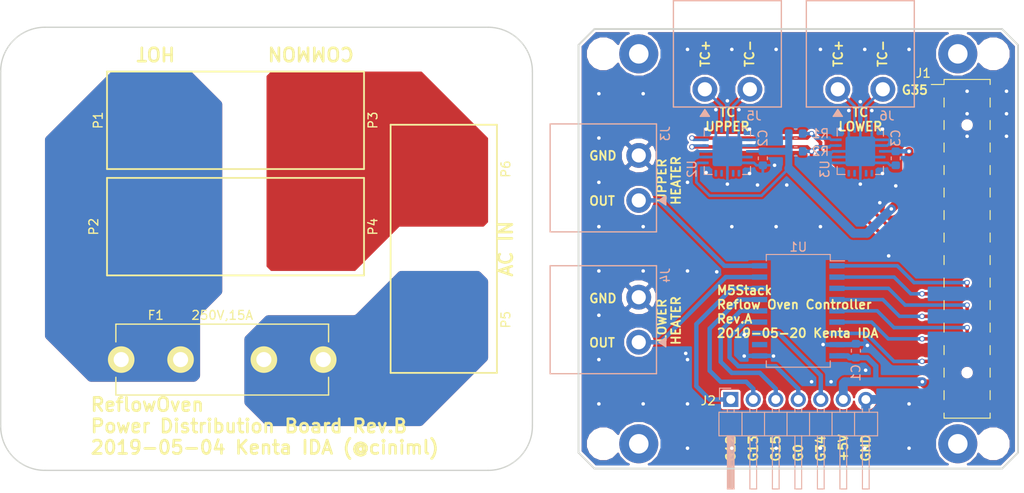
<source format=kicad_pcb>
(kicad_pcb (version 20171130) (host pcbnew "(5.0.0)")

  (general
    (thickness 1.6)
    (drawings 53)
    (tracks 308)
    (zones 0)
    (modules 33)
    (nets 52)
  )

  (page A4)
  (layers
    (0 F.Cu signal)
    (31 B.Cu signal)
    (32 B.Adhes user)
    (33 F.Adhes user)
    (34 B.Paste user)
    (35 F.Paste user)
    (36 B.SilkS user)
    (37 F.SilkS user)
    (38 B.Mask user)
    (39 F.Mask user)
    (40 Dwgs.User user)
    (41 Cmts.User user)
    (42 Eco1.User user)
    (43 Eco2.User user)
    (44 Edge.Cuts user)
    (45 Margin user)
    (46 B.CrtYd user)
    (47 F.CrtYd user)
    (48 B.Fab user hide)
    (49 F.Fab user)
  )

  (setup
    (last_trace_width 0.25)
    (user_trace_width 1)
    (trace_clearance 0.2)
    (zone_clearance 0.254)
    (zone_45_only no)
    (trace_min 0.2)
    (segment_width 0.2)
    (edge_width 0.15)
    (via_size 0.6)
    (via_drill 0.4)
    (via_min_size 0.4)
    (via_min_drill 0.3)
    (uvia_size 0.3)
    (uvia_drill 0.1)
    (uvias_allowed no)
    (uvia_min_size 0.2)
    (uvia_min_drill 0.1)
    (pcb_text_width 0.3)
    (pcb_text_size 1.5 1.5)
    (mod_edge_width 0.15)
    (mod_text_size 1 1)
    (mod_text_width 0.15)
    (pad_size 2.8 2.8)
    (pad_drill 1.6)
    (pad_to_mask_clearance 0.2)
    (aux_axis_origin 0 0)
    (grid_origin 133.5 55.5)
    (visible_elements 7FFFFFFF)
    (pcbplotparams
      (layerselection 0x010f0_80000001)
      (usegerberextensions true)
      (usegerberattributes false)
      (usegerberadvancedattributes false)
      (creategerberjobfile false)
      (excludeedgelayer true)
      (linewidth 0.100000)
      (plotframeref false)
      (viasonmask false)
      (mode 1)
      (useauxorigin true)
      (hpglpennumber 1)
      (hpglpenspeed 20)
      (hpglpendiameter 15.000000)
      (psnegative false)
      (psa4output false)
      (plotreference false)
      (plotvalue false)
      (plotinvisibletext false)
      (padsonsilk false)
      (subtractmaskfromsilk false)
      (outputformat 1)
      (mirror false)
      (drillshape 0)
      (scaleselection 1)
      (outputdirectory "Gerber"))
  )

  (net 0 "")
  (net 1 GND)
  (net 2 +3V3)
  (net 3 "Net-(P3-Pad1)")
  (net 4 +5V)
  (net 5 "Net-(F1-Pad2)")
  (net 6 "Net-(F1-Pad1)")
  (net 7 /EXTERNAL0)
  (net 8 /EXTERNAL1)
  (net 9 /EXTERNAL2)
  (net 10 /EXTERNAL3)
  (net 11 /EXTERNAL4)
  (net 12 /SSRCTRL_UPPER)
  (net 13 /SSRCTRL_LOWER)
  (net 14 "Net-(J5-Pad1)")
  (net 15 "Net-(J5-Pad2)")
  (net 16 "Net-(J6-Pad2)")
  (net 17 "Net-(J6-Pad1)")
  (net 18 /SDA)
  (net 19 /SCL)
  (net 20 /IIS_IN)
  (net 21 /IIS_OUT)
  (net 22 /IIS_MK)
  (net 23 /IIS_SK)
  (net 24 /IIS_WS)
  (net 25 /GPIO_G2)
  (net 26 /GPIO_G5)
  (net 27 "Net-(J1-Pad30)")
  (net 28 /BATTERY)
  (net 29 "Net-(J1-Pad28)")
  (net 30 "Net-(J1-Pad26)")
  (net 31 /RXD2)
  (net 32 /TXD2)
  (net 33 /RXD0)
  (net 34 /TXD0)
  (net 35 /SCK)
  (net 36 /MISO)
  (net 37 /DAC)
  (net 38 /MOSI)
  (net 39 /DAC_SPK)
  (net 40 /RST)
  (net 41 /ADC_G36)
  (net 42 /ADC_G35)
  (net 43 "Net-(U1-Pad11)")
  (net 44 "Net-(U2-Pad15)")
  (net 45 "Net-(U2-Pad14)")
  (net 46 "Net-(U2-Pad12)")
  (net 47 "Net-(U2-Pad11)")
  (net 48 "Net-(U3-Pad11)")
  (net 49 "Net-(U3-Pad12)")
  (net 50 "Net-(U3-Pad14)")
  (net 51 "Net-(U3-Pad15)")

  (net_class Default "これは標準のネット クラスです。"
    (clearance 0.2)
    (trace_width 0.25)
    (via_dia 0.6)
    (via_drill 0.4)
    (uvia_dia 0.3)
    (uvia_drill 0.1)
    (add_net +3V3)
    (add_net +5V)
    (add_net /ADC_G35)
    (add_net /ADC_G36)
    (add_net /BATTERY)
    (add_net /DAC)
    (add_net /DAC_SPK)
    (add_net /EXTERNAL0)
    (add_net /EXTERNAL1)
    (add_net /EXTERNAL2)
    (add_net /EXTERNAL3)
    (add_net /EXTERNAL4)
    (add_net /GPIO_G2)
    (add_net /GPIO_G5)
    (add_net /IIS_IN)
    (add_net /IIS_MK)
    (add_net /IIS_OUT)
    (add_net /IIS_SK)
    (add_net /IIS_WS)
    (add_net /MISO)
    (add_net /MOSI)
    (add_net /RST)
    (add_net /RXD0)
    (add_net /RXD2)
    (add_net /SCK)
    (add_net /SCL)
    (add_net /SDA)
    (add_net /SSRCTRL_LOWER)
    (add_net /SSRCTRL_UPPER)
    (add_net /TXD0)
    (add_net /TXD2)
    (add_net GND)
    (add_net "Net-(F1-Pad1)")
    (add_net "Net-(F1-Pad2)")
    (add_net "Net-(J1-Pad26)")
    (add_net "Net-(J1-Pad28)")
    (add_net "Net-(J1-Pad30)")
    (add_net "Net-(J5-Pad1)")
    (add_net "Net-(J5-Pad2)")
    (add_net "Net-(J6-Pad1)")
    (add_net "Net-(J6-Pad2)")
    (add_net "Net-(P3-Pad1)")
    (add_net "Net-(U1-Pad11)")
    (add_net "Net-(U2-Pad11)")
    (add_net "Net-(U2-Pad12)")
    (add_net "Net-(U2-Pad14)")
    (add_net "Net-(U2-Pad15)")
    (add_net "Net-(U3-Pad11)")
    (add_net "Net-(U3-Pad12)")
    (add_net "Net-(U3-Pad14)")
    (add_net "Net-(U3-Pad15)")
  )

  (module akiduki_terminal:FUC-03A-FUSE-20 (layer F.Cu) (tedit 5CCC70EC) (tstamp 5CE4A8C8)
    (at 69 67.5)
    (tags FUSE)
    (path /579FC585)
    (fp_text reference F1 (at -7.5 -5) (layer F.SilkS)
      (effects (font (size 1 1) (thickness 0.15)))
    )
    (fp_text value 250V,15A (at 0 -5) (layer F.SilkS)
      (effects (font (size 1 1) (thickness 0.15)))
    )
    (fp_line (start -12 4) (end -12 2) (layer F.SilkS) (width 0.15))
    (fp_line (start 12 4) (end -12 4) (layer F.SilkS) (width 0.15))
    (fp_line (start 12 2) (end 12 4) (layer F.SilkS) (width 0.15))
    (fp_line (start 12 -4) (end 12 -2) (layer F.SilkS) (width 0.15))
    (fp_line (start -12 -4) (end 12 -4) (layer F.SilkS) (width 0.15))
    (fp_line (start -12 -2) (end -12 -4) (layer F.SilkS) (width 0.15))
    (fp_line (start 10 2.6) (end 10 -2.6) (layer F.Fab) (width 0.15))
    (fp_line (start -10 -2.6) (end -10 2.6) (layer F.Fab) (width 0.15))
    (fp_line (start -10 -2.6) (end 10 -2.6) (layer F.Fab) (width 0.15))
    (fp_line (start -10 2.6) (end 10 2.6) (layer F.Fab) (width 0.15))
    (fp_line (start 10.2 -3.2) (end 10.2 3.2) (layer F.Fab) (width 0.15))
    (fp_line (start 11.2 -3.2) (end 4.9 -3.2) (layer F.Fab) (width 0.15))
    (fp_line (start 11.2 3.2) (end 11.2 -3.2) (layer F.Fab) (width 0.15))
    (fp_line (start 4.9 3.2) (end 11.2 3.2) (layer F.Fab) (width 0.15))
    (fp_line (start 4.9 -3.2) (end 4.9 3.2) (layer F.Fab) (width 0.15))
    (fp_line (start -11.2 -3.2) (end -11.2 3.2) (layer F.Fab) (width 0.15))
    (fp_line (start -4.9 -3.2) (end -11.2 -3.2) (layer F.Fab) (width 0.15))
    (fp_line (start -4.9 3.2) (end -4.9 -3.2) (layer F.Fab) (width 0.15))
    (fp_line (start -10.2 3.2) (end -10.2 -3.2) (layer F.Fab) (width 0.15))
    (fp_line (start -11.2 3.2) (end -4.9 3.2) (layer F.Fab) (width 0.15))
    (pad 2 thru_hole circle (at 11.4 0) (size 3 3) (drill 1.7) (layers *.Cu *.Mask F.SilkS)
      (net 5 "Net-(F1-Pad2)"))
    (pad 2 thru_hole circle (at 4.7 0) (size 3 3) (drill 1.7) (layers *.Cu *.Mask F.SilkS)
      (net 5 "Net-(F1-Pad2)"))
    (pad 1 thru_hole circle (at -11.4 0 180) (size 3 3) (drill 1.7) (layers *.Cu *.Mask F.SilkS)
      (net 6 "Net-(F1-Pad1)"))
    (pad 1 thru_hole circle (at -4.7 0 180) (size 3 3) (drill 1.7) (layers *.Cu *.Mask F.SilkS)
      (net 6 "Net-(F1-Pad1)"))
  )

  (module Connector_PinHeader_2.54mm:PinHeader_1x07_P2.54mm_Horizontal (layer B.Cu) (tedit 59FED5CB) (tstamp 5CE4A956)
    (at 126.38 72 270)
    (descr "Through hole angled pin header, 1x07, 2.54mm pitch, 6mm pin length, single row")
    (tags "Through hole angled pin header THT 1x07 2.54mm single row")
    (path /5CED08B5)
    (fp_text reference J2 (at 0.145 2.54) (layer F.SilkS)
      (effects (font (size 1 1) (thickness 0.15)))
    )
    (fp_text value Conn_01x07 (at 4.385 -17.51 270) (layer B.Fab)
      (effects (font (size 1 1) (thickness 0.15)) (justify mirror))
    )
    (fp_line (start 2.135 1.27) (end 4.04 1.27) (layer B.Fab) (width 0.1))
    (fp_line (start 4.04 1.27) (end 4.04 -16.51) (layer B.Fab) (width 0.1))
    (fp_line (start 4.04 -16.51) (end 1.5 -16.51) (layer B.Fab) (width 0.1))
    (fp_line (start 1.5 -16.51) (end 1.5 0.635) (layer B.Fab) (width 0.1))
    (fp_line (start 1.5 0.635) (end 2.135 1.27) (layer B.Fab) (width 0.1))
    (fp_line (start -0.32 0.32) (end 1.5 0.32) (layer B.Fab) (width 0.1))
    (fp_line (start -0.32 0.32) (end -0.32 -0.32) (layer B.Fab) (width 0.1))
    (fp_line (start -0.32 -0.32) (end 1.5 -0.32) (layer B.Fab) (width 0.1))
    (fp_line (start 4.04 0.32) (end 10.04 0.32) (layer B.Fab) (width 0.1))
    (fp_line (start 10.04 0.32) (end 10.04 -0.32) (layer B.Fab) (width 0.1))
    (fp_line (start 4.04 -0.32) (end 10.04 -0.32) (layer B.Fab) (width 0.1))
    (fp_line (start -0.32 -2.22) (end 1.5 -2.22) (layer B.Fab) (width 0.1))
    (fp_line (start -0.32 -2.22) (end -0.32 -2.86) (layer B.Fab) (width 0.1))
    (fp_line (start -0.32 -2.86) (end 1.5 -2.86) (layer B.Fab) (width 0.1))
    (fp_line (start 4.04 -2.22) (end 10.04 -2.22) (layer B.Fab) (width 0.1))
    (fp_line (start 10.04 -2.22) (end 10.04 -2.86) (layer B.Fab) (width 0.1))
    (fp_line (start 4.04 -2.86) (end 10.04 -2.86) (layer B.Fab) (width 0.1))
    (fp_line (start -0.32 -4.76) (end 1.5 -4.76) (layer B.Fab) (width 0.1))
    (fp_line (start -0.32 -4.76) (end -0.32 -5.4) (layer B.Fab) (width 0.1))
    (fp_line (start -0.32 -5.4) (end 1.5 -5.4) (layer B.Fab) (width 0.1))
    (fp_line (start 4.04 -4.76) (end 10.04 -4.76) (layer B.Fab) (width 0.1))
    (fp_line (start 10.04 -4.76) (end 10.04 -5.4) (layer B.Fab) (width 0.1))
    (fp_line (start 4.04 -5.4) (end 10.04 -5.4) (layer B.Fab) (width 0.1))
    (fp_line (start -0.32 -7.3) (end 1.5 -7.3) (layer B.Fab) (width 0.1))
    (fp_line (start -0.32 -7.3) (end -0.32 -7.94) (layer B.Fab) (width 0.1))
    (fp_line (start -0.32 -7.94) (end 1.5 -7.94) (layer B.Fab) (width 0.1))
    (fp_line (start 4.04 -7.3) (end 10.04 -7.3) (layer B.Fab) (width 0.1))
    (fp_line (start 10.04 -7.3) (end 10.04 -7.94) (layer B.Fab) (width 0.1))
    (fp_line (start 4.04 -7.94) (end 10.04 -7.94) (layer B.Fab) (width 0.1))
    (fp_line (start -0.32 -9.84) (end 1.5 -9.84) (layer B.Fab) (width 0.1))
    (fp_line (start -0.32 -9.84) (end -0.32 -10.48) (layer B.Fab) (width 0.1))
    (fp_line (start -0.32 -10.48) (end 1.5 -10.48) (layer B.Fab) (width 0.1))
    (fp_line (start 4.04 -9.84) (end 10.04 -9.84) (layer B.Fab) (width 0.1))
    (fp_line (start 10.04 -9.84) (end 10.04 -10.48) (layer B.Fab) (width 0.1))
    (fp_line (start 4.04 -10.48) (end 10.04 -10.48) (layer B.Fab) (width 0.1))
    (fp_line (start -0.32 -12.38) (end 1.5 -12.38) (layer B.Fab) (width 0.1))
    (fp_line (start -0.32 -12.38) (end -0.32 -13.02) (layer B.Fab) (width 0.1))
    (fp_line (start -0.32 -13.02) (end 1.5 -13.02) (layer B.Fab) (width 0.1))
    (fp_line (start 4.04 -12.38) (end 10.04 -12.38) (layer B.Fab) (width 0.1))
    (fp_line (start 10.04 -12.38) (end 10.04 -13.02) (layer B.Fab) (width 0.1))
    (fp_line (start 4.04 -13.02) (end 10.04 -13.02) (layer B.Fab) (width 0.1))
    (fp_line (start -0.32 -14.92) (end 1.5 -14.92) (layer B.Fab) (width 0.1))
    (fp_line (start -0.32 -14.92) (end -0.32 -15.56) (layer B.Fab) (width 0.1))
    (fp_line (start -0.32 -15.56) (end 1.5 -15.56) (layer B.Fab) (width 0.1))
    (fp_line (start 4.04 -14.92) (end 10.04 -14.92) (layer B.Fab) (width 0.1))
    (fp_line (start 10.04 -14.92) (end 10.04 -15.56) (layer B.Fab) (width 0.1))
    (fp_line (start 4.04 -15.56) (end 10.04 -15.56) (layer B.Fab) (width 0.1))
    (fp_line (start 1.44 1.33) (end 1.44 -16.57) (layer B.SilkS) (width 0.12))
    (fp_line (start 1.44 -16.57) (end 4.1 -16.57) (layer B.SilkS) (width 0.12))
    (fp_line (start 4.1 -16.57) (end 4.1 1.33) (layer B.SilkS) (width 0.12))
    (fp_line (start 4.1 1.33) (end 1.44 1.33) (layer B.SilkS) (width 0.12))
    (fp_line (start 4.1 0.38) (end 10.1 0.38) (layer B.SilkS) (width 0.12))
    (fp_line (start 10.1 0.38) (end 10.1 -0.38) (layer B.SilkS) (width 0.12))
    (fp_line (start 10.1 -0.38) (end 4.1 -0.38) (layer B.SilkS) (width 0.12))
    (fp_line (start 4.1 0.32) (end 10.1 0.32) (layer B.SilkS) (width 0.12))
    (fp_line (start 4.1 0.2) (end 10.1 0.2) (layer B.SilkS) (width 0.12))
    (fp_line (start 4.1 0.08) (end 10.1 0.08) (layer B.SilkS) (width 0.12))
    (fp_line (start 4.1 -0.04) (end 10.1 -0.04) (layer B.SilkS) (width 0.12))
    (fp_line (start 4.1 -0.16) (end 10.1 -0.16) (layer B.SilkS) (width 0.12))
    (fp_line (start 4.1 -0.28) (end 10.1 -0.28) (layer B.SilkS) (width 0.12))
    (fp_line (start 1.11 0.38) (end 1.44 0.38) (layer B.SilkS) (width 0.12))
    (fp_line (start 1.11 -0.38) (end 1.44 -0.38) (layer B.SilkS) (width 0.12))
    (fp_line (start 1.44 -1.27) (end 4.1 -1.27) (layer B.SilkS) (width 0.12))
    (fp_line (start 4.1 -2.16) (end 10.1 -2.16) (layer B.SilkS) (width 0.12))
    (fp_line (start 10.1 -2.16) (end 10.1 -2.92) (layer B.SilkS) (width 0.12))
    (fp_line (start 10.1 -2.92) (end 4.1 -2.92) (layer B.SilkS) (width 0.12))
    (fp_line (start 1.042929 -2.16) (end 1.44 -2.16) (layer B.SilkS) (width 0.12))
    (fp_line (start 1.042929 -2.92) (end 1.44 -2.92) (layer B.SilkS) (width 0.12))
    (fp_line (start 1.44 -3.81) (end 4.1 -3.81) (layer B.SilkS) (width 0.12))
    (fp_line (start 4.1 -4.7) (end 10.1 -4.7) (layer B.SilkS) (width 0.12))
    (fp_line (start 10.1 -4.7) (end 10.1 -5.46) (layer B.SilkS) (width 0.12))
    (fp_line (start 10.1 -5.46) (end 4.1 -5.46) (layer B.SilkS) (width 0.12))
    (fp_line (start 1.042929 -4.7) (end 1.44 -4.7) (layer B.SilkS) (width 0.12))
    (fp_line (start 1.042929 -5.46) (end 1.44 -5.46) (layer B.SilkS) (width 0.12))
    (fp_line (start 1.44 -6.35) (end 4.1 -6.35) (layer B.SilkS) (width 0.12))
    (fp_line (start 4.1 -7.24) (end 10.1 -7.24) (layer B.SilkS) (width 0.12))
    (fp_line (start 10.1 -7.24) (end 10.1 -8) (layer B.SilkS) (width 0.12))
    (fp_line (start 10.1 -8) (end 4.1 -8) (layer B.SilkS) (width 0.12))
    (fp_line (start 1.042929 -7.24) (end 1.44 -7.24) (layer B.SilkS) (width 0.12))
    (fp_line (start 1.042929 -8) (end 1.44 -8) (layer B.SilkS) (width 0.12))
    (fp_line (start 1.44 -8.89) (end 4.1 -8.89) (layer B.SilkS) (width 0.12))
    (fp_line (start 4.1 -9.78) (end 10.1 -9.78) (layer B.SilkS) (width 0.12))
    (fp_line (start 10.1 -9.78) (end 10.1 -10.54) (layer B.SilkS) (width 0.12))
    (fp_line (start 10.1 -10.54) (end 4.1 -10.54) (layer B.SilkS) (width 0.12))
    (fp_line (start 1.042929 -9.78) (end 1.44 -9.78) (layer B.SilkS) (width 0.12))
    (fp_line (start 1.042929 -10.54) (end 1.44 -10.54) (layer B.SilkS) (width 0.12))
    (fp_line (start 1.44 -11.43) (end 4.1 -11.43) (layer B.SilkS) (width 0.12))
    (fp_line (start 4.1 -12.32) (end 10.1 -12.32) (layer B.SilkS) (width 0.12))
    (fp_line (start 10.1 -12.32) (end 10.1 -13.08) (layer B.SilkS) (width 0.12))
    (fp_line (start 10.1 -13.08) (end 4.1 -13.08) (layer B.SilkS) (width 0.12))
    (fp_line (start 1.042929 -12.32) (end 1.44 -12.32) (layer B.SilkS) (width 0.12))
    (fp_line (start 1.042929 -13.08) (end 1.44 -13.08) (layer B.SilkS) (width 0.12))
    (fp_line (start 1.44 -13.97) (end 4.1 -13.97) (layer B.SilkS) (width 0.12))
    (fp_line (start 4.1 -14.86) (end 10.1 -14.86) (layer B.SilkS) (width 0.12))
    (fp_line (start 10.1 -14.86) (end 10.1 -15.62) (layer B.SilkS) (width 0.12))
    (fp_line (start 10.1 -15.62) (end 4.1 -15.62) (layer B.SilkS) (width 0.12))
    (fp_line (start 1.042929 -14.86) (end 1.44 -14.86) (layer B.SilkS) (width 0.12))
    (fp_line (start 1.042929 -15.62) (end 1.44 -15.62) (layer B.SilkS) (width 0.12))
    (fp_line (start -1.27 0) (end -1.27 1.27) (layer B.SilkS) (width 0.12))
    (fp_line (start -1.27 1.27) (end 0 1.27) (layer B.SilkS) (width 0.12))
    (fp_line (start -1.8 1.8) (end -1.8 -17.05) (layer B.CrtYd) (width 0.05))
    (fp_line (start -1.8 -17.05) (end 10.55 -17.05) (layer B.CrtYd) (width 0.05))
    (fp_line (start 10.55 -17.05) (end 10.55 1.8) (layer B.CrtYd) (width 0.05))
    (fp_line (start 10.55 1.8) (end -1.8 1.8) (layer B.CrtYd) (width 0.05))
    (fp_text user %R (at 2.77 -7.62 180) (layer B.Fab)
      (effects (font (size 1 1) (thickness 0.15)) (justify mirror))
    )
    (pad 1 thru_hole rect (at 0 0 270) (size 1.7 1.7) (drill 1) (layers *.Cu *.Mask)
      (net 7 /EXTERNAL0))
    (pad 2 thru_hole oval (at 0 -2.54 270) (size 1.7 1.7) (drill 1) (layers *.Cu *.Mask)
      (net 8 /EXTERNAL1))
    (pad 3 thru_hole oval (at 0 -5.08 270) (size 1.7 1.7) (drill 1) (layers *.Cu *.Mask)
      (net 9 /EXTERNAL2))
    (pad 4 thru_hole oval (at 0 -7.62 270) (size 1.7 1.7) (drill 1) (layers *.Cu *.Mask)
      (net 10 /EXTERNAL3))
    (pad 5 thru_hole oval (at 0 -10.16 270) (size 1.7 1.7) (drill 1) (layers *.Cu *.Mask)
      (net 11 /EXTERNAL4))
    (pad 6 thru_hole oval (at 0 -12.7 270) (size 1.7 1.7) (drill 1) (layers *.Cu *.Mask)
      (net 4 +5V))
    (pad 7 thru_hole oval (at 0 -15.24 270) (size 1.7 1.7) (drill 1) (layers *.Cu *.Mask)
      (net 1 GND))
    (model ${KISYS3DMOD}/Connector_PinHeader_2.54mm.3dshapes/PinHeader_1x07_P2.54mm_Horizontal.wrl
      (at (xyz 0 0 0))
      (scale (xyz 1 1 1))
      (rotate (xyz 0 0 0))
    )
  )

  (module akiduki_terminal:ETB43XX2 (layer B.Cu) (tedit 5CD4AAF9) (tstamp 5CE4A96D)
    (at 116 47 90)
    (path /5CE746AA)
    (fp_text reference J3 (at 5 3 90) (layer B.SilkS)
      (effects (font (size 1 1) (thickness 0.15)) (justify mirror))
    )
    (fp_text value ETB43024G000Z (at 0 -3 90) (layer B.Fab)
      (effects (font (size 1 1) (thickness 0.15)) (justify mirror))
    )
    (fp_line (start -6.09 2) (end 6.09 2) (layer B.Fab) (width 0.15))
    (fp_line (start -6.09 -10) (end 6.09 -10) (layer B.Fab) (width 0.15))
    (fp_line (start 6.09 2) (end 6.09 -10) (layer B.Fab) (width 0.15))
    (fp_line (start -6.09 2) (end -6.09 -10) (layer B.Fab) (width 0.15))
    (fp_line (start -6.09 2) (end -6.09 -10) (layer B.SilkS) (width 0.15))
    (fp_line (start 6.09 2) (end 6.09 -10) (layer B.SilkS) (width 0.15))
    (fp_line (start -6.09 -10) (end 6.09 -10) (layer B.SilkS) (width 0.15))
    (fp_line (start -6.09 2) (end 6.09 2) (layer B.SilkS) (width 0.15))
    (fp_line (start -2.54 2.286) (end -2.032 3.048) (layer B.SilkS) (width 0.15))
    (fp_line (start -2.032 3.048) (end -3.048 3.048) (layer B.SilkS) (width 0.15))
    (fp_line (start -3.048 3.048) (end -2.54 2.286) (layer B.SilkS) (width 0.15))
    (fp_line (start -2.667 2.4765) (end -2.413 2.4765) (layer B.SilkS) (width 0.15))
    (fp_line (start -2.7305 2.6035) (end -2.413 2.6035) (layer B.SilkS) (width 0.15))
    (fp_line (start -2.413 2.6035) (end -2.3495 2.6035) (layer B.SilkS) (width 0.15))
    (fp_line (start -2.794 2.7305) (end -2.286 2.7305) (layer B.SilkS) (width 0.15))
    (fp_line (start -2.2225 2.8575) (end -2.8575 2.8575) (layer B.SilkS) (width 0.15))
    (fp_line (start -2.921 2.921) (end -2.159 2.921) (layer B.SilkS) (width 0.15))
    (pad 1 thru_hole circle (at -2.54 0 90) (size 2.8 2.8) (drill 1.6) (layers *.Cu *.Mask)
      (net 12 /SSRCTRL_UPPER))
    (pad 2 thru_hole circle (at 2.54 0 90) (size 2.8 2.8) (drill 1.6) (layers *.Cu *.Mask)
      (net 1 GND) (zone_connect 1))
  )

  (module akiduki_terminal:ETB43XX2 (layer B.Cu) (tedit 5CD4AB04) (tstamp 5CE4A984)
    (at 116 63 90)
    (path /5CE7487A)
    (fp_text reference J4 (at 5 3 90) (layer B.SilkS)
      (effects (font (size 1 1) (thickness 0.15)) (justify mirror))
    )
    (fp_text value ETB43024G000Z (at 0 -3 90) (layer B.Fab)
      (effects (font (size 1 1) (thickness 0.15)) (justify mirror))
    )
    (fp_line (start -2.921 2.921) (end -2.159 2.921) (layer B.SilkS) (width 0.15))
    (fp_line (start -2.2225 2.8575) (end -2.8575 2.8575) (layer B.SilkS) (width 0.15))
    (fp_line (start -2.794 2.7305) (end -2.286 2.7305) (layer B.SilkS) (width 0.15))
    (fp_line (start -2.413 2.6035) (end -2.3495 2.6035) (layer B.SilkS) (width 0.15))
    (fp_line (start -2.7305 2.6035) (end -2.413 2.6035) (layer B.SilkS) (width 0.15))
    (fp_line (start -2.667 2.4765) (end -2.413 2.4765) (layer B.SilkS) (width 0.15))
    (fp_line (start -3.048 3.048) (end -2.54 2.286) (layer B.SilkS) (width 0.15))
    (fp_line (start -2.032 3.048) (end -3.048 3.048) (layer B.SilkS) (width 0.15))
    (fp_line (start -2.54 2.286) (end -2.032 3.048) (layer B.SilkS) (width 0.15))
    (fp_line (start -6.09 2) (end 6.09 2) (layer B.SilkS) (width 0.15))
    (fp_line (start -6.09 -10) (end 6.09 -10) (layer B.SilkS) (width 0.15))
    (fp_line (start 6.09 2) (end 6.09 -10) (layer B.SilkS) (width 0.15))
    (fp_line (start -6.09 2) (end -6.09 -10) (layer B.SilkS) (width 0.15))
    (fp_line (start -6.09 2) (end -6.09 -10) (layer B.Fab) (width 0.15))
    (fp_line (start 6.09 2) (end 6.09 -10) (layer B.Fab) (width 0.15))
    (fp_line (start -6.09 -10) (end 6.09 -10) (layer B.Fab) (width 0.15))
    (fp_line (start -6.09 2) (end 6.09 2) (layer B.Fab) (width 0.15))
    (pad 2 thru_hole circle (at 2.54 0 90) (size 2.8 2.8) (drill 1.6) (layers *.Cu *.Mask)
      (net 1 GND) (zone_connect 1))
    (pad 1 thru_hole circle (at -2.54 0 90) (size 2.8 2.8) (drill 1.6) (layers *.Cu *.Mask)
      (net 13 /SSRCTRL_LOWER))
  )

  (module akiduki_terminal:ETB43XX2 (layer B.Cu) (tedit 5CCC6AB5) (tstamp 5CE4A99B)
    (at 126 37)
    (path /5CF80F3C)
    (fp_text reference J5 (at 3 3) (layer B.SilkS)
      (effects (font (size 1 1) (thickness 0.15)) (justify mirror))
    )
    (fp_text value ETB43024G000Z (at 0 -3) (layer B.Fab)
      (effects (font (size 1 1) (thickness 0.15)) (justify mirror))
    )
    (fp_line (start -6.09 2) (end 6.09 2) (layer B.Fab) (width 0.15))
    (fp_line (start -6.09 -10) (end 6.09 -10) (layer B.Fab) (width 0.15))
    (fp_line (start 6.09 2) (end 6.09 -10) (layer B.Fab) (width 0.15))
    (fp_line (start -6.09 2) (end -6.09 -10) (layer B.Fab) (width 0.15))
    (fp_line (start -6.09 2) (end -6.09 -10) (layer B.SilkS) (width 0.15))
    (fp_line (start 6.09 2) (end 6.09 -10) (layer B.SilkS) (width 0.15))
    (fp_line (start -6.09 -10) (end 6.09 -10) (layer B.SilkS) (width 0.15))
    (fp_line (start -6.09 2) (end 6.09 2) (layer B.SilkS) (width 0.15))
    (fp_line (start -2.54 2.286) (end -2.032 3.048) (layer B.SilkS) (width 0.15))
    (fp_line (start -2.032 3.048) (end -3.048 3.048) (layer B.SilkS) (width 0.15))
    (fp_line (start -3.048 3.048) (end -2.54 2.286) (layer B.SilkS) (width 0.15))
    (fp_line (start -2.667 2.4765) (end -2.413 2.4765) (layer B.SilkS) (width 0.15))
    (fp_line (start -2.7305 2.6035) (end -2.413 2.6035) (layer B.SilkS) (width 0.15))
    (fp_line (start -2.413 2.6035) (end -2.3495 2.6035) (layer B.SilkS) (width 0.15))
    (fp_line (start -2.794 2.7305) (end -2.286 2.7305) (layer B.SilkS) (width 0.15))
    (fp_line (start -2.2225 2.8575) (end -2.8575 2.8575) (layer B.SilkS) (width 0.15))
    (fp_line (start -2.921 2.921) (end -2.159 2.921) (layer B.SilkS) (width 0.15))
    (pad 1 thru_hole circle (at -2.54 0) (size 2.8 2.8) (drill 1.6) (layers *.Cu *.Mask)
      (net 14 "Net-(J5-Pad1)"))
    (pad 2 thru_hole circle (at 2.54 0) (size 2.8 2.8) (drill 1.6) (layers *.Cu *.Mask)
      (net 15 "Net-(J5-Pad2)"))
  )

  (module akiduki_terminal:ETB43XX2 (layer B.Cu) (tedit 5CCC6AB5) (tstamp 5CE4A9B2)
    (at 141 37)
    (path /5CF8ACB0)
    (fp_text reference J6 (at 3 3) (layer B.SilkS)
      (effects (font (size 1 1) (thickness 0.15)) (justify mirror))
    )
    (fp_text value ETB43024G000Z (at 0 -3) (layer B.Fab)
      (effects (font (size 1 1) (thickness 0.15)) (justify mirror))
    )
    (fp_line (start -2.921 2.921) (end -2.159 2.921) (layer B.SilkS) (width 0.15))
    (fp_line (start -2.2225 2.8575) (end -2.8575 2.8575) (layer B.SilkS) (width 0.15))
    (fp_line (start -2.794 2.7305) (end -2.286 2.7305) (layer B.SilkS) (width 0.15))
    (fp_line (start -2.413 2.6035) (end -2.3495 2.6035) (layer B.SilkS) (width 0.15))
    (fp_line (start -2.7305 2.6035) (end -2.413 2.6035) (layer B.SilkS) (width 0.15))
    (fp_line (start -2.667 2.4765) (end -2.413 2.4765) (layer B.SilkS) (width 0.15))
    (fp_line (start -3.048 3.048) (end -2.54 2.286) (layer B.SilkS) (width 0.15))
    (fp_line (start -2.032 3.048) (end -3.048 3.048) (layer B.SilkS) (width 0.15))
    (fp_line (start -2.54 2.286) (end -2.032 3.048) (layer B.SilkS) (width 0.15))
    (fp_line (start -6.09 2) (end 6.09 2) (layer B.SilkS) (width 0.15))
    (fp_line (start -6.09 -10) (end 6.09 -10) (layer B.SilkS) (width 0.15))
    (fp_line (start 6.09 2) (end 6.09 -10) (layer B.SilkS) (width 0.15))
    (fp_line (start -6.09 2) (end -6.09 -10) (layer B.SilkS) (width 0.15))
    (fp_line (start -6.09 2) (end -6.09 -10) (layer B.Fab) (width 0.15))
    (fp_line (start 6.09 2) (end 6.09 -10) (layer B.Fab) (width 0.15))
    (fp_line (start -6.09 -10) (end 6.09 -10) (layer B.Fab) (width 0.15))
    (fp_line (start -6.09 2) (end 6.09 2) (layer B.Fab) (width 0.15))
    (pad 2 thru_hole circle (at 2.54 0) (size 2.8 2.8) (drill 1.6) (layers *.Cu *.Mask)
      (net 16 "Net-(J6-Pad2)"))
    (pad 1 thru_hole circle (at -2.54 0) (size 2.8 2.8) (drill 1.6) (layers *.Cu *.Mask)
      (net 17 "Net-(J6-Pad1)"))
  )

  (module MountingHole:MountingHole_3.2mm_M3 (layer F.Cu) (tedit 5CE17A28) (tstamp 5CE4A9BA)
    (at 112 33)
    (descr "Mounting Hole 3.2mm, no annular, M3")
    (tags "mounting hole 3.2mm no annular m3")
    (path /5CCFFA88)
    (attr virtual)
    (fp_text reference MH1 (at 0 -4.2) (layer F.SilkS) hide
      (effects (font (size 1 1) (thickness 0.15)))
    )
    (fp_text value Corner (at 0 4.2) (layer F.Fab)
      (effects (font (size 1 1) (thickness 0.15)))
    )
    (fp_circle (center 0 0) (end 3.45 0) (layer F.CrtYd) (width 0.05))
    (fp_circle (center 0 0) (end 3.2 0) (layer Cmts.User) (width 0.15))
    (fp_text user %R (at 0.3 0) (layer F.Fab)
      (effects (font (size 1 1) (thickness 0.15)))
    )
    (pad 1 np_thru_hole circle (at 0 0) (size 3.2 3.2) (drill 3.2) (layers *.Cu *.Mask))
  )

  (module MountingHole:MountingHole_3.2mm_M3 (layer F.Cu) (tedit 5CE17A2F) (tstamp 5CE4A9C2)
    (at 156 33)
    (descr "Mounting Hole 3.2mm, no annular, M3")
    (tags "mounting hole 3.2mm no annular m3")
    (path /5CCFFA81)
    (attr virtual)
    (fp_text reference MH2 (at 0 -4.2) (layer F.SilkS) hide
      (effects (font (size 1 1) (thickness 0.15)))
    )
    (fp_text value Corner (at 0 4.2) (layer F.Fab)
      (effects (font (size 1 1) (thickness 0.15)))
    )
    (fp_circle (center 0 0) (end 3.45 0) (layer F.CrtYd) (width 0.05))
    (fp_circle (center 0 0) (end 3.2 0) (layer Cmts.User) (width 0.15))
    (fp_text user %R (at 0.3 0) (layer F.Fab)
      (effects (font (size 1 1) (thickness 0.15)))
    )
    (pad 1 np_thru_hole circle (at 0 0) (size 3.2 3.2) (drill 3.2) (layers *.Cu *.Mask))
  )

  (module MountingHole:MountingHole_3.2mm_M3 (layer F.Cu) (tedit 5CE17A45) (tstamp 5CE4A9CA)
    (at 156 77)
    (descr "Mounting Hole 3.2mm, no annular, M3")
    (tags "mounting hole 3.2mm no annular m3")
    (path /5CCFFA7A)
    (attr virtual)
    (fp_text reference MH3 (at 0 -4.2) (layer F.SilkS) hide
      (effects (font (size 1 1) (thickness 0.15)))
    )
    (fp_text value Corner (at 0 4.2) (layer F.Fab)
      (effects (font (size 1 1) (thickness 0.15)))
    )
    (fp_text user %R (at 0.3 0) (layer F.Fab)
      (effects (font (size 1 1) (thickness 0.15)))
    )
    (fp_circle (center 0 0) (end 3.2 0) (layer Cmts.User) (width 0.15))
    (fp_circle (center 0 0) (end 3.45 0) (layer F.CrtYd) (width 0.05))
    (pad 1 np_thru_hole circle (at 0 0) (size 3.2 3.2) (drill 3.2) (layers *.Cu *.Mask))
  )

  (module MountingHole:MountingHole_3.2mm_M3 (layer F.Cu) (tedit 5CE17A39) (tstamp 5CE4A9D2)
    (at 112 77)
    (descr "Mounting Hole 3.2mm, no annular, M3")
    (tags "mounting hole 3.2mm no annular m3")
    (path /5CCFFA73)
    (attr virtual)
    (fp_text reference MH4 (at 0 -4.2) (layer F.SilkS) hide
      (effects (font (size 1 1) (thickness 0.15)))
    )
    (fp_text value Corner (at 0 4.2) (layer F.Fab)
      (effects (font (size 1 1) (thickness 0.15)))
    )
    (fp_circle (center 0 0) (end 3.45 0) (layer F.CrtYd) (width 0.05))
    (fp_circle (center 0 0) (end 3.2 0) (layer Cmts.User) (width 0.15))
    (fp_text user %R (at 0.3 0) (layer F.Fab)
      (effects (font (size 1 1) (thickness 0.15)))
    )
    (pad 1 np_thru_hole circle (at 0 0) (size 3.2 3.2) (drill 3.2) (layers *.Cu *.Mask))
  )

  (module MountingHole:MountingHole_3.2mm_M3 (layer F.Cu) (tedit 5CCC713B) (tstamp 5CE4A9DA)
    (at 49 35)
    (descr "Mounting Hole 3.2mm, no annular, M3")
    (tags "mounting hole 3.2mm no annular m3")
    (path /5CF07A59)
    (attr virtual)
    (fp_text reference MH5 (at 0 -4.2) (layer F.SilkS) hide
      (effects (font (size 1 1) (thickness 0.15)))
    )
    (fp_text value Corner (at 0 4.2) (layer F.Fab)
      (effects (font (size 1 1) (thickness 0.15)))
    )
    (fp_text user %R (at 0.3 0) (layer F.Fab)
      (effects (font (size 1 1) (thickness 0.15)))
    )
    (fp_circle (center 0 0) (end 3.2 0) (layer Cmts.User) (width 0.15))
    (fp_circle (center 0 0) (end 3.45 0) (layer F.CrtYd) (width 0.05))
    (pad 1 np_thru_hole circle (at 0 0) (size 3.2 3.2) (drill 3.2) (layers *.Cu *.Mask))
  )

  (module MountingHole:MountingHole_3.2mm_M3 (layer F.Cu) (tedit 5CCC7145) (tstamp 5CE4A9E2)
    (at 99 35)
    (descr "Mounting Hole 3.2mm, no annular, M3")
    (tags "mounting hole 3.2mm no annular m3")
    (path /5CF07A52)
    (attr virtual)
    (fp_text reference MH6 (at 0 -4.2) (layer F.SilkS) hide
      (effects (font (size 1 1) (thickness 0.15)))
    )
    (fp_text value Corner (at 0 4.2) (layer F.Fab)
      (effects (font (size 1 1) (thickness 0.15)))
    )
    (fp_text user %R (at 0.3 0) (layer F.Fab)
      (effects (font (size 1 1) (thickness 0.15)))
    )
    (fp_circle (center 0 0) (end 3.2 0) (layer Cmts.User) (width 0.15))
    (fp_circle (center 0 0) (end 3.45 0) (layer F.CrtYd) (width 0.05))
    (pad 1 np_thru_hole circle (at 0 0) (size 3.2 3.2) (drill 3.2) (layers *.Cu *.Mask))
  )

  (module MountingHole:MountingHole_3.2mm_M3 (layer F.Cu) (tedit 5CCC7140) (tstamp 5CE4A9EA)
    (at 99 75)
    (descr "Mounting Hole 3.2mm, no annular, M3")
    (tags "mounting hole 3.2mm no annular m3")
    (path /5CF07A4B)
    (attr virtual)
    (fp_text reference MH7 (at 0 -4.2) (layer F.SilkS) hide
      (effects (font (size 1 1) (thickness 0.15)))
    )
    (fp_text value Corner (at 0 4.2) (layer F.Fab)
      (effects (font (size 1 1) (thickness 0.15)))
    )
    (fp_circle (center 0 0) (end 3.45 0) (layer F.CrtYd) (width 0.05))
    (fp_circle (center 0 0) (end 3.2 0) (layer Cmts.User) (width 0.15))
    (fp_text user %R (at 0.3 0) (layer F.Fab)
      (effects (font (size 1 1) (thickness 0.15)))
    )
    (pad 1 np_thru_hole circle (at 0 0) (size 3.2 3.2) (drill 3.2) (layers *.Cu *.Mask))
  )

  (module MountingHole:MountingHole_3.2mm_M3 (layer F.Cu) (tedit 5CCC714B) (tstamp 5CE4A9F2)
    (at 49 75)
    (descr "Mounting Hole 3.2mm, no annular, M3")
    (tags "mounting hole 3.2mm no annular m3")
    (path /5CF07A44)
    (attr virtual)
    (fp_text reference MH8 (at 0 -4.2) (layer F.SilkS) hide
      (effects (font (size 1 1) (thickness 0.15)))
    )
    (fp_text value Corner (at 0 4.2) (layer F.Fab)
      (effects (font (size 1 1) (thickness 0.15)))
    )
    (fp_text user %R (at 0.3 0) (layer F.Fab)
      (effects (font (size 1 1) (thickness 0.15)))
    )
    (fp_circle (center 0 0) (end 3.2 0) (layer Cmts.User) (width 0.15))
    (fp_circle (center 0 0) (end 3.45 0) (layer F.CrtYd) (width 0.05))
    (pad 1 np_thru_hole circle (at 0 0) (size 3.2 3.2) (drill 3.2) (layers *.Cu *.Mask))
  )

  (module akiduki_terminal:PV-3 (layer F.Cu) (tedit 578FBE8D) (tstamp 5CE4AA11)
    (at 79.5 52.5 180)
    (tags SMD,TERMINAL)
    (path /57A061EC)
    (fp_text reference P4 (at -6.5 0 270) (layer F.SilkS)
      (effects (font (size 1 1) (thickness 0.15)))
    )
    (fp_text value PV-3 (at 0 -2.5 180) (layer F.Fab)
      (effects (font (size 1 1) (thickness 0.15)))
    )
    (fp_circle (center 0 0) (end 1.5 0) (layer F.Fab) (width 0.15))
    (fp_circle (center 0 0) (end 1 0) (layer F.Fab) (width 0.15))
    (fp_line (start -3.5 -3.5) (end -3.5 3.5) (layer F.Fab) (width 0.15))
    (fp_line (start 3.5 -3.5) (end -3.5 -3.5) (layer F.Fab) (width 0.15))
    (fp_line (start 3.5 3.5) (end 3.5 -3.5) (layer F.Fab) (width 0.15))
    (fp_line (start -3.5 3.5) (end 3.5 3.5) (layer F.Fab) (width 0.15))
    (pad 1 smd rect (at 0 0 180) (size 8 8) (layers F.Cu F.Paste F.Mask)
      (net 3 "Net-(P3-Pad1)"))
  )

  (module Capacitor_SMD:C_0603_1608Metric (layer B.Cu) (tedit 5B301BBE) (tstamp 5CE4B140)
    (at 140.5 66.5 270)
    (descr "Capacitor SMD 0603 (1608 Metric), square (rectangular) end terminal, IPC_7351 nominal, (Body size source: http://www.tortai-tech.com/upload/download/2011102023233369053.pdf), generated with kicad-footprint-generator")
    (tags capacitor)
    (path /5CE9B453)
    (attr smd)
    (fp_text reference C1 (at 2.5 0 270) (layer B.SilkS)
      (effects (font (size 1 1) (thickness 0.15)) (justify mirror))
    )
    (fp_text value 100n (at 0 -1.43 270) (layer B.Fab)
      (effects (font (size 1 1) (thickness 0.15)) (justify mirror))
    )
    (fp_text user %R (at 0 0 270) (layer B.Fab)
      (effects (font (size 0.4 0.4) (thickness 0.06)) (justify mirror))
    )
    (fp_line (start 1.48 -0.73) (end -1.48 -0.73) (layer B.CrtYd) (width 0.05))
    (fp_line (start 1.48 0.73) (end 1.48 -0.73) (layer B.CrtYd) (width 0.05))
    (fp_line (start -1.48 0.73) (end 1.48 0.73) (layer B.CrtYd) (width 0.05))
    (fp_line (start -1.48 -0.73) (end -1.48 0.73) (layer B.CrtYd) (width 0.05))
    (fp_line (start -0.162779 -0.51) (end 0.162779 -0.51) (layer B.SilkS) (width 0.12))
    (fp_line (start -0.162779 0.51) (end 0.162779 0.51) (layer B.SilkS) (width 0.12))
    (fp_line (start 0.8 -0.4) (end -0.8 -0.4) (layer B.Fab) (width 0.1))
    (fp_line (start 0.8 0.4) (end 0.8 -0.4) (layer B.Fab) (width 0.1))
    (fp_line (start -0.8 0.4) (end 0.8 0.4) (layer B.Fab) (width 0.1))
    (fp_line (start -0.8 -0.4) (end -0.8 0.4) (layer B.Fab) (width 0.1))
    (pad 2 smd roundrect (at 0.7875 0 270) (size 0.875 0.95) (layers B.Cu B.Paste B.Mask) (roundrect_rratio 0.25)
      (net 4 +5V))
    (pad 1 smd roundrect (at -0.7875 0 270) (size 0.875 0.95) (layers B.Cu B.Paste B.Mask) (roundrect_rratio 0.25)
      (net 1 GND))
    (model ${KISYS3DMOD}/Capacitor_SMD.3dshapes/C_0603_1608Metric.wrl
      (at (xyz 0 0 0))
      (scale (xyz 1 1 1))
      (rotate (xyz 0 0 0))
    )
  )

  (module Capacitor_SMD:C_0603_1608Metric (layer B.Cu) (tedit 5B301BBE) (tstamp 5CE4B151)
    (at 130 44.7875 90)
    (descr "Capacitor SMD 0603 (1608 Metric), square (rectangular) end terminal, IPC_7351 nominal, (Body size source: http://www.tortai-tech.com/upload/download/2011102023233369053.pdf), generated with kicad-footprint-generator")
    (tags capacitor)
    (path /577F067E)
    (attr smd)
    (fp_text reference C2 (at 2.2875 0 90) (layer B.SilkS)
      (effects (font (size 1 1) (thickness 0.15)) (justify mirror))
    )
    (fp_text value 100n (at 0 -1.43 90) (layer B.Fab)
      (effects (font (size 1 1) (thickness 0.15)) (justify mirror))
    )
    (fp_line (start -0.8 -0.4) (end -0.8 0.4) (layer B.Fab) (width 0.1))
    (fp_line (start -0.8 0.4) (end 0.8 0.4) (layer B.Fab) (width 0.1))
    (fp_line (start 0.8 0.4) (end 0.8 -0.4) (layer B.Fab) (width 0.1))
    (fp_line (start 0.8 -0.4) (end -0.8 -0.4) (layer B.Fab) (width 0.1))
    (fp_line (start -0.162779 0.51) (end 0.162779 0.51) (layer B.SilkS) (width 0.12))
    (fp_line (start -0.162779 -0.51) (end 0.162779 -0.51) (layer B.SilkS) (width 0.12))
    (fp_line (start -1.48 -0.73) (end -1.48 0.73) (layer B.CrtYd) (width 0.05))
    (fp_line (start -1.48 0.73) (end 1.48 0.73) (layer B.CrtYd) (width 0.05))
    (fp_line (start 1.48 0.73) (end 1.48 -0.73) (layer B.CrtYd) (width 0.05))
    (fp_line (start 1.48 -0.73) (end -1.48 -0.73) (layer B.CrtYd) (width 0.05))
    (fp_text user %R (at 0 0 90) (layer B.Fab)
      (effects (font (size 0.4 0.4) (thickness 0.06)) (justify mirror))
    )
    (pad 1 smd roundrect (at -0.7875 0 90) (size 0.875 0.95) (layers B.Cu B.Paste B.Mask) (roundrect_rratio 0.25)
      (net 1 GND))
    (pad 2 smd roundrect (at 0.7875 0 90) (size 0.875 0.95) (layers B.Cu B.Paste B.Mask) (roundrect_rratio 0.25)
      (net 2 +3V3))
    (model ${KISYS3DMOD}/Capacitor_SMD.3dshapes/C_0603_1608Metric.wrl
      (at (xyz 0 0 0))
      (scale (xyz 1 1 1))
      (rotate (xyz 0 0 0))
    )
  )

  (module Capacitor_SMD:C_0603_1608Metric (layer B.Cu) (tedit 5B301BBE) (tstamp 5CE4B162)
    (at 145 44.7875 90)
    (descr "Capacitor SMD 0603 (1608 Metric), square (rectangular) end terminal, IPC_7351 nominal, (Body size source: http://www.tortai-tech.com/upload/download/2011102023233369053.pdf), generated with kicad-footprint-generator")
    (tags capacitor)
    (path /577F3C39)
    (attr smd)
    (fp_text reference C3 (at 2.2875 0 90) (layer B.SilkS)
      (effects (font (size 1 1) (thickness 0.15)) (justify mirror))
    )
    (fp_text value 100n (at 0 -1.43 90) (layer B.Fab)
      (effects (font (size 1 1) (thickness 0.15)) (justify mirror))
    )
    (fp_line (start -0.8 -0.4) (end -0.8 0.4) (layer B.Fab) (width 0.1))
    (fp_line (start -0.8 0.4) (end 0.8 0.4) (layer B.Fab) (width 0.1))
    (fp_line (start 0.8 0.4) (end 0.8 -0.4) (layer B.Fab) (width 0.1))
    (fp_line (start 0.8 -0.4) (end -0.8 -0.4) (layer B.Fab) (width 0.1))
    (fp_line (start -0.162779 0.51) (end 0.162779 0.51) (layer B.SilkS) (width 0.12))
    (fp_line (start -0.162779 -0.51) (end 0.162779 -0.51) (layer B.SilkS) (width 0.12))
    (fp_line (start -1.48 -0.73) (end -1.48 0.73) (layer B.CrtYd) (width 0.05))
    (fp_line (start -1.48 0.73) (end 1.48 0.73) (layer B.CrtYd) (width 0.05))
    (fp_line (start 1.48 0.73) (end 1.48 -0.73) (layer B.CrtYd) (width 0.05))
    (fp_line (start 1.48 -0.73) (end -1.48 -0.73) (layer B.CrtYd) (width 0.05))
    (fp_text user %R (at 0 0 90) (layer B.Fab)
      (effects (font (size 0.4 0.4) (thickness 0.06)) (justify mirror))
    )
    (pad 1 smd roundrect (at -0.7875 0 90) (size 0.875 0.95) (layers B.Cu B.Paste B.Mask) (roundrect_rratio 0.25)
      (net 1 GND))
    (pad 2 smd roundrect (at 0.7875 0 90) (size 0.875 0.95) (layers B.Cu B.Paste B.Mask) (roundrect_rratio 0.25)
      (net 2 +3V3))
    (model ${KISYS3DMOD}/Capacitor_SMD.3dshapes/C_0603_1608Metric.wrl
      (at (xyz 0 0 0))
      (scale (xyz 1 1 1))
      (rotate (xyz 0 0 0))
    )
  )

  (module akiduki_terminal:PV-3 locked (layer F.Cu) (tedit 578FBE8D) (tstamp 5CE4B16D)
    (at 61 40.5)
    (tags SMD,TERMINAL)
    (path /577F8B47)
    (fp_text reference P1 (at -6 0 90) (layer F.SilkS)
      (effects (font (size 1 1) (thickness 0.15)))
    )
    (fp_text value PV-3 (at 0 -2.5) (layer F.Fab)
      (effects (font (size 1 1) (thickness 0.15)))
    )
    (fp_circle (center 0 0) (end 1.5 0) (layer F.Fab) (width 0.15))
    (fp_circle (center 0 0) (end 1 0) (layer F.Fab) (width 0.15))
    (fp_line (start -3.5 -3.5) (end -3.5 3.5) (layer F.Fab) (width 0.15))
    (fp_line (start 3.5 -3.5) (end -3.5 -3.5) (layer F.Fab) (width 0.15))
    (fp_line (start 3.5 3.5) (end 3.5 -3.5) (layer F.Fab) (width 0.15))
    (fp_line (start -3.5 3.5) (end 3.5 3.5) (layer F.Fab) (width 0.15))
    (pad 1 smd rect (at 0 0) (size 8 8) (layers F.Cu F.Paste F.Mask)
      (net 6 "Net-(F1-Pad1)"))
  )

  (module Resistor_SMD:R_0603_1608Metric (layer B.Cu) (tedit 5B301BBD) (tstamp 5CE4B19F)
    (at 133.7125 42)
    (descr "Resistor SMD 0603 (1608 Metric), square (rectangular) end terminal, IPC_7351 nominal, (Body size source: http://www.tortai-tech.com/upload/download/2011102023233369053.pdf), generated with kicad-footprint-generator")
    (tags resistor)
    (path /5CF9AA58)
    (attr smd)
    (fp_text reference R1 (at 2.7875 0) (layer B.SilkS)
      (effects (font (size 1 1) (thickness 0.15)) (justify mirror))
    )
    (fp_text value NC (at 0 -1.43) (layer B.Fab)
      (effects (font (size 1 1) (thickness 0.15)) (justify mirror))
    )
    (fp_text user %R (at 0 0) (layer B.Fab)
      (effects (font (size 0.4 0.4) (thickness 0.06)) (justify mirror))
    )
    (fp_line (start 1.48 -0.73) (end -1.48 -0.73) (layer B.CrtYd) (width 0.05))
    (fp_line (start 1.48 0.73) (end 1.48 -0.73) (layer B.CrtYd) (width 0.05))
    (fp_line (start -1.48 0.73) (end 1.48 0.73) (layer B.CrtYd) (width 0.05))
    (fp_line (start -1.48 -0.73) (end -1.48 0.73) (layer B.CrtYd) (width 0.05))
    (fp_line (start -0.162779 -0.51) (end 0.162779 -0.51) (layer B.SilkS) (width 0.12))
    (fp_line (start -0.162779 0.51) (end 0.162779 0.51) (layer B.SilkS) (width 0.12))
    (fp_line (start 0.8 -0.4) (end -0.8 -0.4) (layer B.Fab) (width 0.1))
    (fp_line (start 0.8 0.4) (end 0.8 -0.4) (layer B.Fab) (width 0.1))
    (fp_line (start -0.8 0.4) (end 0.8 0.4) (layer B.Fab) (width 0.1))
    (fp_line (start -0.8 -0.4) (end -0.8 0.4) (layer B.Fab) (width 0.1))
    (pad 2 smd roundrect (at 0.7875 0) (size 0.875 0.95) (layers B.Cu B.Paste B.Mask) (roundrect_rratio 0.25)
      (net 18 /SDA))
    (pad 1 smd roundrect (at -0.7875 0) (size 0.875 0.95) (layers B.Cu B.Paste B.Mask) (roundrect_rratio 0.25)
      (net 2 +3V3))
    (model ${KISYS3DMOD}/Resistor_SMD.3dshapes/R_0603_1608Metric.wrl
      (at (xyz 0 0 0))
      (scale (xyz 1 1 1))
      (rotate (xyz 0 0 0))
    )
  )

  (module Resistor_SMD:R_0603_1608Metric (layer B.Cu) (tedit 5B301BBD) (tstamp 5CE4B1B0)
    (at 133.7125 44)
    (descr "Resistor SMD 0603 (1608 Metric), square (rectangular) end terminal, IPC_7351 nominal, (Body size source: http://www.tortai-tech.com/upload/download/2011102023233369053.pdf), generated with kicad-footprint-generator")
    (tags resistor)
    (path /5CF9563A)
    (attr smd)
    (fp_text reference R2 (at 2.7875 0) (layer B.SilkS)
      (effects (font (size 1 1) (thickness 0.15)) (justify mirror))
    )
    (fp_text value NC (at 0 -1.43) (layer B.Fab)
      (effects (font (size 1 1) (thickness 0.15)) (justify mirror))
    )
    (fp_line (start -0.8 -0.4) (end -0.8 0.4) (layer B.Fab) (width 0.1))
    (fp_line (start -0.8 0.4) (end 0.8 0.4) (layer B.Fab) (width 0.1))
    (fp_line (start 0.8 0.4) (end 0.8 -0.4) (layer B.Fab) (width 0.1))
    (fp_line (start 0.8 -0.4) (end -0.8 -0.4) (layer B.Fab) (width 0.1))
    (fp_line (start -0.162779 0.51) (end 0.162779 0.51) (layer B.SilkS) (width 0.12))
    (fp_line (start -0.162779 -0.51) (end 0.162779 -0.51) (layer B.SilkS) (width 0.12))
    (fp_line (start -1.48 -0.73) (end -1.48 0.73) (layer B.CrtYd) (width 0.05))
    (fp_line (start -1.48 0.73) (end 1.48 0.73) (layer B.CrtYd) (width 0.05))
    (fp_line (start 1.48 0.73) (end 1.48 -0.73) (layer B.CrtYd) (width 0.05))
    (fp_line (start 1.48 -0.73) (end -1.48 -0.73) (layer B.CrtYd) (width 0.05))
    (fp_text user %R (at 0 0) (layer B.Fab)
      (effects (font (size 0.4 0.4) (thickness 0.06)) (justify mirror))
    )
    (pad 1 smd roundrect (at -0.7875 0) (size 0.875 0.95) (layers B.Cu B.Paste B.Mask) (roundrect_rratio 0.25)
      (net 2 +3V3))
    (pad 2 smd roundrect (at 0.7875 0) (size 0.875 0.95) (layers B.Cu B.Paste B.Mask) (roundrect_rratio 0.25)
      (net 19 /SCL))
    (model ${KISYS3DMOD}/Resistor_SMD.3dshapes/R_0603_1608Metric.wrl
      (at (xyz 0 0 0))
      (scale (xyz 1 1 1))
      (rotate (xyz 0 0 0))
    )
  )

  (module Package_SO:SOP-18_7.0x12.5mm_P1.27mm (layer B.Cu) (tedit 5A4D255D) (tstamp 5CE4B1D7)
    (at 134 62 180)
    (descr " SOP, 18 Pin (https://toshiba.semicon-storage.com/info/docget.jsp?did=30523), generated with kicad-footprint-generator package_soic_sop.py")
    (tags "connector  SOP SOIC")
    (path /5CE9703A)
    (attr smd)
    (fp_text reference U1 (at 0 7.2 180) (layer B.SilkS)
      (effects (font (size 1 1) (thickness 0.15)) (justify mirror))
    )
    (fp_text value TBD62783A (at 0 -7.2 180) (layer B.Fab)
      (effects (font (size 1 1) (thickness 0.15)) (justify mirror))
    )
    (fp_line (start -2.5 6.25) (end 3.5 6.25) (layer B.Fab) (width 0.1))
    (fp_line (start 3.5 6.25) (end 3.5 -6.25) (layer B.Fab) (width 0.1))
    (fp_line (start 3.5 -6.25) (end -3.5 -6.25) (layer B.Fab) (width 0.1))
    (fp_line (start -3.5 -6.25) (end -3.5 5.25) (layer B.Fab) (width 0.1))
    (fp_line (start -3.5 5.25) (end -2.5 6.25) (layer B.Fab) (width 0.1))
    (fp_line (start -5.225 5.64) (end -3.61 5.64) (layer B.SilkS) (width 0.12))
    (fp_line (start -3.61 5.64) (end -3.61 6.36) (layer B.SilkS) (width 0.12))
    (fp_line (start -3.61 6.36) (end 3.61 6.36) (layer B.SilkS) (width 0.12))
    (fp_line (start 3.61 6.36) (end 3.61 5.64) (layer B.SilkS) (width 0.12))
    (fp_line (start -3.61 -5.64) (end -3.61 -6.36) (layer B.SilkS) (width 0.12))
    (fp_line (start -3.61 -6.36) (end 3.61 -6.36) (layer B.SilkS) (width 0.12))
    (fp_line (start 3.61 -6.36) (end 3.61 -5.64) (layer B.SilkS) (width 0.12))
    (fp_line (start -5.48 6.5) (end 5.48 6.5) (layer B.CrtYd) (width 0.05))
    (fp_line (start 5.48 6.5) (end 5.48 -6.5) (layer B.CrtYd) (width 0.05))
    (fp_line (start 5.48 -6.5) (end -5.48 -6.5) (layer B.CrtYd) (width 0.05))
    (fp_line (start -5.48 -6.5) (end -5.48 6.5) (layer B.CrtYd) (width 0.05))
    (fp_text user %R (at 0 -5.55 180) (layer B.Fab)
      (effects (font (size 1 1) (thickness 0.15)) (justify mirror))
    )
    (pad 1 smd rect (at -4.3625 5.08 180) (size 1.725 0.6) (layers B.Cu B.Paste B.Mask)
      (net 25 /GPIO_G2))
    (pad 2 smd rect (at -4.3625 3.81 180) (size 1.725 0.6) (layers B.Cu B.Paste B.Mask)
      (net 26 /GPIO_G5))
    (pad 3 smd rect (at -4.3625 2.54 180) (size 1.725 0.6) (layers B.Cu B.Paste B.Mask)
      (net 23 /IIS_SK))
    (pad 4 smd rect (at -4.3625 1.27 180) (size 1.725 0.6) (layers B.Cu B.Paste B.Mask)
      (net 24 /IIS_WS))
    (pad 5 smd rect (at -4.3625 0 180) (size 1.725 0.6) (layers B.Cu B.Paste B.Mask)
      (net 21 /IIS_OUT))
    (pad 6 smd rect (at -4.3625 -1.27 180) (size 1.725 0.6) (layers B.Cu B.Paste B.Mask)
      (net 22 /IIS_MK))
    (pad 7 smd rect (at -4.3625 -2.54 180) (size 1.725 0.6) (layers B.Cu B.Paste B.Mask)
      (net 20 /IIS_IN))
    (pad 8 smd rect (at -4.3625 -3.81 180) (size 1.725 0.6) (layers B.Cu B.Paste B.Mask)
      (net 1 GND))
    (pad 9 smd rect (at -4.3625 -5.08 180) (size 1.725 0.6) (layers B.Cu B.Paste B.Mask)
      (net 4 +5V))
    (pad 18 smd rect (at 4.3625 5.08 180) (size 1.725 0.6) (layers B.Cu B.Paste B.Mask)
      (net 12 /SSRCTRL_UPPER))
    (pad 17 smd rect (at 4.3625 3.81 180) (size 1.725 0.6) (layers B.Cu B.Paste B.Mask)
      (net 13 /SSRCTRL_LOWER))
    (pad 16 smd rect (at 4.3625 2.54 180) (size 1.725 0.6) (layers B.Cu B.Paste B.Mask)
      (net 7 /EXTERNAL0))
    (pad 15 smd rect (at 4.3625 1.27 180) (size 1.725 0.6) (layers B.Cu B.Paste B.Mask)
      (net 8 /EXTERNAL1))
    (pad 14 smd rect (at 4.3625 0 180) (size 1.725 0.6) (layers B.Cu B.Paste B.Mask)
      (net 9 /EXTERNAL2))
    (pad 13 smd rect (at 4.3625 -1.27 180) (size 1.725 0.6) (layers B.Cu B.Paste B.Mask)
      (net 10 /EXTERNAL3))
    (pad 12 smd rect (at 4.3625 -2.54 180) (size 1.725 0.6) (layers B.Cu B.Paste B.Mask)
      (net 11 /EXTERNAL4))
    (pad 11 smd rect (at 4.3625 -3.81 180) (size 1.725 0.6) (layers B.Cu B.Paste B.Mask)
      (net 43 "Net-(U1-Pad11)"))
    (pad 10 smd rect (at 4.3625 -5.08 180) (size 1.725 0.6) (layers B.Cu B.Paste B.Mask)
      (net 1 GND))
    (model ${KISYS3DMOD}/Package_SO.3dshapes/SOP-18_7.0x12.5mm_P1.27mm.wrl
      (at (xyz 0 0 0))
      (scale (xyz 1 1 1))
      (rotate (xyz 0 0 0))
    )
  )

  (module Package_DFN_QFN:QFN-20-1EP_5x5mm_P0.65mm_EP3.35x3.35mm (layer B.Cu) (tedit 5B4E6D2C) (tstamp 5CE4B205)
    (at 126 44 270)
    (descr "QFN, 20 Pin (http://ww1.microchip.com/downloads/en/PackagingSpec/00000049BQ.pdf (Page 276)), generated with kicad-footprint-generator ipc_dfn_qfn_generator.py")
    (tags "QFN DFN_QFN")
    (path /5CCE9D9A)
    (attr smd)
    (fp_text reference U2 (at 2 4 270) (layer B.SilkS)
      (effects (font (size 1 1) (thickness 0.15)) (justify mirror))
    )
    (fp_text value MCP9600 (at 0 -3.8 270) (layer B.Fab)
      (effects (font (size 1 1) (thickness 0.15)) (justify mirror))
    )
    (fp_text user %R (at 0 0 270) (layer B.Fab)
      (effects (font (size 1 1) (thickness 0.15)) (justify mirror))
    )
    (fp_line (start 3.1 3.1) (end -3.1 3.1) (layer B.CrtYd) (width 0.05))
    (fp_line (start 3.1 -3.1) (end 3.1 3.1) (layer B.CrtYd) (width 0.05))
    (fp_line (start -3.1 -3.1) (end 3.1 -3.1) (layer B.CrtYd) (width 0.05))
    (fp_line (start -3.1 3.1) (end -3.1 -3.1) (layer B.CrtYd) (width 0.05))
    (fp_line (start -2.5 1.5) (end -1.5 2.5) (layer B.Fab) (width 0.1))
    (fp_line (start -2.5 -2.5) (end -2.5 1.5) (layer B.Fab) (width 0.1))
    (fp_line (start 2.5 -2.5) (end -2.5 -2.5) (layer B.Fab) (width 0.1))
    (fp_line (start 2.5 2.5) (end 2.5 -2.5) (layer B.Fab) (width 0.1))
    (fp_line (start -1.5 2.5) (end 2.5 2.5) (layer B.Fab) (width 0.1))
    (fp_line (start -1.71 2.61) (end -2.61 2.61) (layer B.SilkS) (width 0.12))
    (fp_line (start 2.61 -2.61) (end 2.61 -1.71) (layer B.SilkS) (width 0.12))
    (fp_line (start 1.71 -2.61) (end 2.61 -2.61) (layer B.SilkS) (width 0.12))
    (fp_line (start -2.61 -2.61) (end -2.61 -1.71) (layer B.SilkS) (width 0.12))
    (fp_line (start -1.71 -2.61) (end -2.61 -2.61) (layer B.SilkS) (width 0.12))
    (fp_line (start 2.61 2.61) (end 2.61 1.71) (layer B.SilkS) (width 0.12))
    (fp_line (start 1.71 2.61) (end 2.61 2.61) (layer B.SilkS) (width 0.12))
    (pad 20 smd roundrect (at -1.3 2.475 270) (size 0.3 0.75) (layers B.Cu B.Paste B.Mask) (roundrect_rratio 0.25)
      (net 18 /SDA))
    (pad 19 smd roundrect (at -0.65 2.475 270) (size 0.3 0.75) (layers B.Cu B.Paste B.Mask) (roundrect_rratio 0.25)
      (net 19 /SCL))
    (pad 18 smd roundrect (at 0 2.475 270) (size 0.3 0.75) (layers B.Cu B.Paste B.Mask) (roundrect_rratio 0.25)
      (net 1 GND))
    (pad 17 smd roundrect (at 0.65 2.475 270) (size 0.3 0.75) (layers B.Cu B.Paste B.Mask) (roundrect_rratio 0.25)
      (net 1 GND))
    (pad 16 smd roundrect (at 1.3 2.475 270) (size 0.3 0.75) (layers B.Cu B.Paste B.Mask) (roundrect_rratio 0.25)
      (net 2 +3V3))
    (pad 15 smd roundrect (at 2.475 1.3 270) (size 0.75 0.3) (layers B.Cu B.Paste B.Mask) (roundrect_rratio 0.25)
      (net 44 "Net-(U2-Pad15)"))
    (pad 14 smd roundrect (at 2.475 0.65 270) (size 0.75 0.3) (layers B.Cu B.Paste B.Mask) (roundrect_rratio 0.25)
      (net 45 "Net-(U2-Pad14)"))
    (pad 13 smd roundrect (at 2.475 0 270) (size 0.75 0.3) (layers B.Cu B.Paste B.Mask) (roundrect_rratio 0.25)
      (net 1 GND))
    (pad 12 smd roundrect (at 2.475 -0.65 270) (size 0.75 0.3) (layers B.Cu B.Paste B.Mask) (roundrect_rratio 0.25)
      (net 46 "Net-(U2-Pad12)"))
    (pad 11 smd roundrect (at 2.475 -1.3 270) (size 0.75 0.3) (layers B.Cu B.Paste B.Mask) (roundrect_rratio 0.25)
      (net 47 "Net-(U2-Pad11)"))
    (pad 10 smd roundrect (at 1.3 -2.475 270) (size 0.3 0.75) (layers B.Cu B.Paste B.Mask) (roundrect_rratio 0.25)
      (net 1 GND))
    (pad 9 smd roundrect (at 0.65 -2.475 270) (size 0.3 0.75) (layers B.Cu B.Paste B.Mask) (roundrect_rratio 0.25)
      (net 1 GND))
    (pad 8 smd roundrect (at 0 -2.475 270) (size 0.3 0.75) (layers B.Cu B.Paste B.Mask) (roundrect_rratio 0.25)
      (net 2 +3V3))
    (pad 7 smd roundrect (at -0.65 -2.475 270) (size 0.3 0.75) (layers B.Cu B.Paste B.Mask) (roundrect_rratio 0.25)
      (net 1 GND))
    (pad 6 smd roundrect (at -1.3 -2.475 270) (size 0.3 0.75) (layers B.Cu B.Paste B.Mask) (roundrect_rratio 0.25)
      (net 1 GND))
    (pad 5 smd roundrect (at -2.475 -1.3 270) (size 0.75 0.3) (layers B.Cu B.Paste B.Mask) (roundrect_rratio 0.25)
      (net 1 GND))
    (pad 4 smd roundrect (at -2.475 -0.65 270) (size 0.75 0.3) (layers B.Cu B.Paste B.Mask) (roundrect_rratio 0.25)
      (net 15 "Net-(J5-Pad2)"))
    (pad 3 smd roundrect (at -2.475 0 270) (size 0.75 0.3) (layers B.Cu B.Paste B.Mask) (roundrect_rratio 0.25)
      (net 1 GND))
    (pad 2 smd roundrect (at -2.475 0.65 270) (size 0.75 0.3) (layers B.Cu B.Paste B.Mask) (roundrect_rratio 0.25)
      (net 14 "Net-(J5-Pad1)"))
    (pad 1 smd roundrect (at -2.475 1.3 270) (size 0.75 0.3) (layers B.Cu B.Paste B.Mask) (roundrect_rratio 0.25)
      (net 1 GND))
    (pad "" smd roundrect (at 0.84 -0.84 270) (size 1.35 1.35) (layers B.Paste) (roundrect_rratio 0.185185))
    (pad "" smd roundrect (at 0.84 0.84 270) (size 1.35 1.35) (layers B.Paste) (roundrect_rratio 0.185185))
    (pad "" smd roundrect (at -0.84 -0.84 270) (size 1.35 1.35) (layers B.Paste) (roundrect_rratio 0.185185))
    (pad "" smd roundrect (at -0.84 0.84 270) (size 1.35 1.35) (layers B.Paste) (roundrect_rratio 0.185185))
    (pad 21 smd roundrect (at 0 0 270) (size 3.35 3.35) (layers B.Cu B.Mask) (roundrect_rratio 0.074627)
      (net 1 GND))
    (model ${KISYS3DMOD}/Package_DFN_QFN.3dshapes/QFN-20-1EP_5x5mm_P0.65mm_EP3.35x3.35mm.wrl
      (at (xyz 0 0 0))
      (scale (xyz 1 1 1))
      (rotate (xyz 0 0 0))
    )
  )

  (module Package_DFN_QFN:QFN-20-1EP_5x5mm_P0.65mm_EP3.35x3.35mm (layer B.Cu) (tedit 5CD4A873) (tstamp 5CE4B233)
    (at 141 44 270)
    (descr "QFN, 20 Pin (http://ww1.microchip.com/downloads/en/PackagingSpec/00000049BQ.pdf (Page 276)), generated with kicad-footprint-generator ipc_dfn_qfn_generator.py")
    (tags "QFN DFN_QFN")
    (path /5CD9E9A1)
    (attr smd)
    (fp_text reference U3 (at 2 4 270) (layer B.SilkS)
      (effects (font (size 1 1) (thickness 0.15)) (justify mirror))
    )
    (fp_text value MCP9600 (at 0 -3.8 270) (layer B.Fab)
      (effects (font (size 1 1) (thickness 0.15)) (justify mirror))
    )
    (fp_line (start 1.71 2.61) (end 2.61 2.61) (layer B.SilkS) (width 0.12))
    (fp_line (start 2.61 2.61) (end 2.61 1.71) (layer B.SilkS) (width 0.12))
    (fp_line (start -1.71 -2.61) (end -2.61 -2.61) (layer B.SilkS) (width 0.12))
    (fp_line (start -2.61 -2.61) (end -2.61 -1.71) (layer B.SilkS) (width 0.12))
    (fp_line (start 1.71 -2.61) (end 2.61 -2.61) (layer B.SilkS) (width 0.12))
    (fp_line (start 2.61 -2.61) (end 2.61 -1.71) (layer B.SilkS) (width 0.12))
    (fp_line (start -1.71 2.61) (end -2.61 2.61) (layer B.SilkS) (width 0.12))
    (fp_line (start -1.5 2.5) (end 2.5 2.5) (layer B.Fab) (width 0.1))
    (fp_line (start 2.5 2.5) (end 2.5 -2.5) (layer B.Fab) (width 0.1))
    (fp_line (start 2.5 -2.5) (end -2.5 -2.5) (layer B.Fab) (width 0.1))
    (fp_line (start -2.5 -2.5) (end -2.5 1.5) (layer B.Fab) (width 0.1))
    (fp_line (start -2.5 1.5) (end -1.5 2.5) (layer B.Fab) (width 0.1))
    (fp_line (start -3.1 3.1) (end -3.1 -3.1) (layer B.CrtYd) (width 0.05))
    (fp_line (start -3.1 -3.1) (end 3.1 -3.1) (layer B.CrtYd) (width 0.05))
    (fp_line (start 3.1 -3.1) (end 3.1 3.1) (layer B.CrtYd) (width 0.05))
    (fp_line (start 3.1 3.1) (end -3.1 3.1) (layer B.CrtYd) (width 0.05))
    (fp_text user %R (at 0 0 270) (layer B.Fab)
      (effects (font (size 1 1) (thickness 0.15)) (justify mirror))
    )
    (pad 21 smd roundrect (at 0 0 270) (size 3.35 3.35) (layers B.Cu B.Mask) (roundrect_rratio 0.074627)
      (net 1 GND))
    (pad "" smd roundrect (at -0.84 0.84 270) (size 1.35 1.35) (layers B.Paste) (roundrect_rratio 0.185185))
    (pad "" smd roundrect (at -0.84 -0.84 270) (size 1.35 1.35) (layers B.Paste) (roundrect_rratio 0.185185))
    (pad "" smd roundrect (at 0.84 0.84 270) (size 1.35 1.35) (layers B.Paste) (roundrect_rratio 0.185185))
    (pad "" smd roundrect (at 0.84 -0.84 270) (size 1.35 1.35) (layers B.Paste) (roundrect_rratio 0.185185))
    (pad 1 smd roundrect (at -2.475 1.3 270) (size 0.75 0.3) (layers B.Cu B.Paste B.Mask) (roundrect_rratio 0.25)
      (net 1 GND))
    (pad 2 smd roundrect (at -2.475 0.65 270) (size 0.75 0.3) (layers B.Cu B.Paste B.Mask) (roundrect_rratio 0.25)
      (net 17 "Net-(J6-Pad1)"))
    (pad 3 smd roundrect (at -2.475 0 270) (size 0.75 0.3) (layers B.Cu B.Paste B.Mask) (roundrect_rratio 0.25)
      (net 1 GND))
    (pad 4 smd roundrect (at -2.475 -0.65 270) (size 0.75 0.3) (layers B.Cu B.Paste B.Mask) (roundrect_rratio 0.25)
      (net 16 "Net-(J6-Pad2)"))
    (pad 5 smd roundrect (at -2.475 -1.3 270) (size 0.75 0.3) (layers B.Cu B.Paste B.Mask) (roundrect_rratio 0.25)
      (net 1 GND))
    (pad 6 smd roundrect (at -1.3 -2.475 270) (size 0.3 0.75) (layers B.Cu B.Paste B.Mask) (roundrect_rratio 0.25)
      (net 1 GND))
    (pad 7 smd roundrect (at -0.65 -2.475 270) (size 0.3 0.75) (layers B.Cu B.Paste B.Mask) (roundrect_rratio 0.25)
      (net 1 GND))
    (pad 8 smd roundrect (at 0 -2.475 270) (size 0.3 0.75) (layers B.Cu B.Paste B.Mask) (roundrect_rratio 0.25)
      (net 2 +3V3))
    (pad 9 smd roundrect (at 0.65 -2.475 270) (size 0.3 0.75) (layers B.Cu B.Paste B.Mask) (roundrect_rratio 0.25)
      (net 1 GND))
    (pad 10 smd roundrect (at 1.3 -2.475 270) (size 0.3 0.75) (layers B.Cu B.Paste B.Mask) (roundrect_rratio 0.25)
      (net 1 GND))
    (pad 11 smd roundrect (at 2.475 -1.3 270) (size 0.75 0.3) (layers B.Cu B.Paste B.Mask) (roundrect_rratio 0.25)
      (net 48 "Net-(U3-Pad11)"))
    (pad 12 smd roundrect (at 2.475 -0.65 270) (size 0.75 0.3) (layers B.Cu B.Paste B.Mask) (roundrect_rratio 0.25)
      (net 49 "Net-(U3-Pad12)"))
    (pad 13 smd roundrect (at 2.475 0 270) (size 0.75 0.3) (layers B.Cu B.Paste B.Mask) (roundrect_rratio 0.25)
      (net 1 GND))
    (pad 14 smd roundrect (at 2.475 0.65 270) (size 0.75 0.3) (layers B.Cu B.Paste B.Mask) (roundrect_rratio 0.25)
      (net 50 "Net-(U3-Pad14)"))
    (pad 15 smd roundrect (at 2.475 1.3 270) (size 0.75 0.3) (layers B.Cu B.Paste B.Mask) (roundrect_rratio 0.25)
      (net 51 "Net-(U3-Pad15)"))
    (pad 16 smd roundrect (at 1.3 2.475 270) (size 0.3 0.75) (layers B.Cu B.Paste B.Mask) (roundrect_rratio 0.25)
      (net 1 GND))
    (pad 17 smd roundrect (at 0.65 2.475 270) (size 0.3 0.75) (layers B.Cu B.Paste B.Mask) (roundrect_rratio 0.25)
      (net 1 GND))
    (pad 18 smd roundrect (at 0 2.475 270) (size 0.3 0.75) (layers B.Cu B.Paste B.Mask) (roundrect_rratio 0.25)
      (net 1 GND) (zone_connect 0))
    (pad 19 smd roundrect (at -0.65 2.475 270) (size 0.3 0.75) (layers B.Cu B.Paste B.Mask) (roundrect_rratio 0.25)
      (net 19 /SCL))
    (pad 20 smd roundrect (at -1.3 2.475 270) (size 0.3 0.75) (layers B.Cu B.Paste B.Mask) (roundrect_rratio 0.25)
      (net 18 /SDA))
    (model ${KISYS3DMOD}/Package_DFN_QFN.3dshapes/QFN-20-1EP_5x5mm_P0.65mm_EP3.35x3.35mm.wrl
      (at (xyz 0 0 0))
      (scale (xyz 1 1 1))
      (rotate (xyz 0 0 0))
    )
  )

  (module akiduki_terminal:PV-3 (layer F.Cu) (tedit 578FBE8D) (tstamp 5CE4B810)
    (at 61 52.5)
    (tags SMD,TERMINAL)
    (path /577F8EF7)
    (fp_text reference P2 (at -6.5 0 90) (layer F.SilkS)
      (effects (font (size 1 1) (thickness 0.15)))
    )
    (fp_text value PV-3 (at 0 -2.5) (layer F.Fab)
      (effects (font (size 1 1) (thickness 0.15)))
    )
    (fp_line (start -3.5 3.5) (end 3.5 3.5) (layer F.Fab) (width 0.15))
    (fp_line (start 3.5 3.5) (end 3.5 -3.5) (layer F.Fab) (width 0.15))
    (fp_line (start 3.5 -3.5) (end -3.5 -3.5) (layer F.Fab) (width 0.15))
    (fp_line (start -3.5 -3.5) (end -3.5 3.5) (layer F.Fab) (width 0.15))
    (fp_circle (center 0 0) (end 1 0) (layer F.Fab) (width 0.15))
    (fp_circle (center 0 0) (end 1.5 0) (layer F.Fab) (width 0.15))
    (pad 1 smd rect (at 0 0) (size 8 8) (layers F.Cu F.Paste F.Mask)
      (net 6 "Net-(F1-Pad1)"))
  )

  (module akiduki_terminal:PV-3 (layer F.Cu) (tedit 578FBE8D) (tstamp 5CE4B81B)
    (at 79.5 40.5)
    (tags SMD,TERMINAL)
    (path /57A060D5)
    (fp_text reference P3 (at 6.5 0 90) (layer F.SilkS)
      (effects (font (size 1 1) (thickness 0.15)))
    )
    (fp_text value PV-3 (at 0 -2.5) (layer F.Fab)
      (effects (font (size 1 1) (thickness 0.15)))
    )
    (fp_line (start -3.5 3.5) (end 3.5 3.5) (layer F.Fab) (width 0.15))
    (fp_line (start 3.5 3.5) (end 3.5 -3.5) (layer F.Fab) (width 0.15))
    (fp_line (start 3.5 -3.5) (end -3.5 -3.5) (layer F.Fab) (width 0.15))
    (fp_line (start -3.5 -3.5) (end -3.5 3.5) (layer F.Fab) (width 0.15))
    (fp_circle (center 0 0) (end 1 0) (layer F.Fab) (width 0.15))
    (fp_circle (center 0 0) (end 1.5 0) (layer F.Fab) (width 0.15))
    (pad 1 smd rect (at 0 0) (size 8 8) (layers F.Cu F.Paste F.Mask)
      (net 3 "Net-(P3-Pad1)"))
  )

  (module akiduki_terminal:PV-3 (layer F.Cu) (tedit 578FBE8D) (tstamp 5CE4B826)
    (at 94 63)
    (tags SMD,TERMINAL)
    (path /577F8C13)
    (fp_text reference P5 (at 7 0 90) (layer F.SilkS)
      (effects (font (size 1 1) (thickness 0.15)))
    )
    (fp_text value PV-3 (at 0 -2.5) (layer F.Fab)
      (effects (font (size 1 1) (thickness 0.15)))
    )
    (fp_circle (center 0 0) (end 1.5 0) (layer F.Fab) (width 0.15))
    (fp_circle (center 0 0) (end 1 0) (layer F.Fab) (width 0.15))
    (fp_line (start -3.5 -3.5) (end -3.5 3.5) (layer F.Fab) (width 0.15))
    (fp_line (start 3.5 -3.5) (end -3.5 -3.5) (layer F.Fab) (width 0.15))
    (fp_line (start 3.5 3.5) (end 3.5 -3.5) (layer F.Fab) (width 0.15))
    (fp_line (start -3.5 3.5) (end 3.5 3.5) (layer F.Fab) (width 0.15))
    (pad 1 smd rect (at 0 0) (size 8 8) (layers F.Cu F.Paste F.Mask)
      (net 5 "Net-(F1-Pad2)"))
  )

  (module akiduki_terminal:PV-3 (layer F.Cu) (tedit 578FBE8D) (tstamp 5CE4B831)
    (at 94 47)
    (tags SMD,TERMINAL)
    (path /57A05FD9)
    (fp_text reference P6 (at 7 -1 90) (layer F.SilkS)
      (effects (font (size 1 1) (thickness 0.15)))
    )
    (fp_text value PV-3 (at 0 -2.5) (layer F.Fab)
      (effects (font (size 1 1) (thickness 0.15)))
    )
    (fp_circle (center 0 0) (end 1.5 0) (layer F.Fab) (width 0.15))
    (fp_circle (center 0 0) (end 1 0) (layer F.Fab) (width 0.15))
    (fp_line (start -3.5 -3.5) (end -3.5 3.5) (layer F.Fab) (width 0.15))
    (fp_line (start 3.5 -3.5) (end -3.5 -3.5) (layer F.Fab) (width 0.15))
    (fp_line (start 3.5 3.5) (end 3.5 -3.5) (layer F.Fab) (width 0.15))
    (fp_line (start -3.5 3.5) (end 3.5 3.5) (layer F.Fab) (width 0.15))
    (pad 1 smd rect (at 0 0) (size 8 8) (layers F.Cu F.Paste F.Mask)
      (net 3 "Net-(P3-Pad1)"))
  )

  (module local:MBUS_Header (layer F.Cu) (tedit 5B75A70C) (tstamp 5CE4BC19)
    (at 153.05 55)
    (descr "surface-mounted straight pin header, 2x15, 2.54mm pitch, double rows")
    (tags "Surface mounted pin header SMD 2x15 2.54mm double row")
    (path /5CCC027C)
    (attr smd)
    (fp_text reference J1 (at -4.945 -19.82) (layer F.SilkS)
      (effects (font (size 1 1) (thickness 0.15)))
    )
    (fp_text value MBUS_TOP (at 0 20.11) (layer F.Fab)
      (effects (font (size 1 1) (thickness 0.15)))
    )
    (fp_text user %R (at 0 0 90) (layer F.Fab)
      (effects (font (size 1 1) (thickness 0.15)))
    )
    (fp_line (start 5.9 -19.6) (end -5.9 -19.6) (layer F.CrtYd) (width 0.05))
    (fp_line (start 5.9 19.6) (end 5.9 -19.6) (layer F.CrtYd) (width 0.05))
    (fp_line (start -5.9 19.6) (end 5.9 19.6) (layer F.CrtYd) (width 0.05))
    (fp_line (start -5.9 -19.6) (end -5.9 19.6) (layer F.CrtYd) (width 0.05))
    (fp_line (start 2.6 16) (end 2.6 17.02) (layer F.SilkS) (width 0.12))
    (fp_line (start -2.6 16) (end -2.6 17.02) (layer F.SilkS) (width 0.12))
    (fp_line (start 2.6 13.46) (end 2.6 14.48) (layer F.SilkS) (width 0.12))
    (fp_line (start -2.6 13.46) (end -2.6 14.48) (layer F.SilkS) (width 0.12))
    (fp_line (start 2.6 10.92) (end 2.6 11.94) (layer F.SilkS) (width 0.12))
    (fp_line (start -2.6 10.92) (end -2.6 11.94) (layer F.SilkS) (width 0.12))
    (fp_line (start 2.6 8.38) (end 2.6 9.4) (layer F.SilkS) (width 0.12))
    (fp_line (start -2.6 8.38) (end -2.6 9.4) (layer F.SilkS) (width 0.12))
    (fp_line (start 2.6 5.84) (end 2.6 6.86) (layer F.SilkS) (width 0.12))
    (fp_line (start -2.6 5.84) (end -2.6 6.86) (layer F.SilkS) (width 0.12))
    (fp_line (start 2.6 3.3) (end 2.6 4.32) (layer F.SilkS) (width 0.12))
    (fp_line (start -2.6 3.3) (end -2.6 4.32) (layer F.SilkS) (width 0.12))
    (fp_line (start 2.6 0.76) (end 2.6 1.78) (layer F.SilkS) (width 0.12))
    (fp_line (start -2.6 0.76) (end -2.6 1.78) (layer F.SilkS) (width 0.12))
    (fp_line (start 2.6 -1.78) (end 2.6 -0.76) (layer F.SilkS) (width 0.12))
    (fp_line (start -2.6 -1.78) (end -2.6 -0.76) (layer F.SilkS) (width 0.12))
    (fp_line (start 2.6 -4.32) (end 2.6 -3.3) (layer F.SilkS) (width 0.12))
    (fp_line (start -2.6 -4.32) (end -2.6 -3.3) (layer F.SilkS) (width 0.12))
    (fp_line (start 2.6 -6.86) (end 2.6 -5.84) (layer F.SilkS) (width 0.12))
    (fp_line (start -2.6 -6.86) (end -2.6 -5.84) (layer F.SilkS) (width 0.12))
    (fp_line (start 2.6 -9.4) (end 2.6 -8.38) (layer F.SilkS) (width 0.12))
    (fp_line (start -2.6 -9.4) (end -2.6 -8.38) (layer F.SilkS) (width 0.12))
    (fp_line (start 2.6 -11.94) (end 2.6 -10.92) (layer F.SilkS) (width 0.12))
    (fp_line (start -2.6 -11.94) (end -2.6 -10.92) (layer F.SilkS) (width 0.12))
    (fp_line (start 2.6 -14.48) (end 2.6 -13.46) (layer F.SilkS) (width 0.12))
    (fp_line (start -2.6 -14.48) (end -2.6 -13.46) (layer F.SilkS) (width 0.12))
    (fp_line (start 2.6 -17.02) (end 2.6 -16) (layer F.SilkS) (width 0.12))
    (fp_line (start -2.6 -17.02) (end -2.6 -16) (layer F.SilkS) (width 0.12))
    (fp_line (start 2.6 18.54) (end 2.6 19.11) (layer F.SilkS) (width 0.12))
    (fp_line (start -2.6 18.54) (end -2.6 19.11) (layer F.SilkS) (width 0.12))
    (fp_line (start 2.6 -19.11) (end 2.6 -18.54) (layer F.SilkS) (width 0.12))
    (fp_line (start -2.6 -19.11) (end -2.6 -18.54) (layer F.SilkS) (width 0.12))
    (fp_line (start -4.04 -18.54) (end -2.6 -18.54) (layer F.SilkS) (width 0.12))
    (fp_line (start -2.6 19.11) (end 2.6 19.11) (layer F.SilkS) (width 0.12))
    (fp_line (start -2.6 -19.11) (end 2.6 -19.11) (layer F.SilkS) (width 0.12))
    (fp_line (start 3.6 18.1) (end 2.54 18.1) (layer F.Fab) (width 0.1))
    (fp_line (start 3.6 17.46) (end 3.6 18.1) (layer F.Fab) (width 0.1))
    (fp_line (start 2.54 17.46) (end 3.6 17.46) (layer F.Fab) (width 0.1))
    (fp_line (start -3.6 18.1) (end -2.54 18.1) (layer F.Fab) (width 0.1))
    (fp_line (start -3.6 17.46) (end -3.6 18.1) (layer F.Fab) (width 0.1))
    (fp_line (start -2.54 17.46) (end -3.6 17.46) (layer F.Fab) (width 0.1))
    (fp_line (start 3.6 15.56) (end 2.54 15.56) (layer F.Fab) (width 0.1))
    (fp_line (start 3.6 14.92) (end 3.6 15.56) (layer F.Fab) (width 0.1))
    (fp_line (start 2.54 14.92) (end 3.6 14.92) (layer F.Fab) (width 0.1))
    (fp_line (start -3.6 15.56) (end -2.54 15.56) (layer F.Fab) (width 0.1))
    (fp_line (start -3.6 14.92) (end -3.6 15.56) (layer F.Fab) (width 0.1))
    (fp_line (start -2.54 14.92) (end -3.6 14.92) (layer F.Fab) (width 0.1))
    (fp_line (start 3.6 13.02) (end 2.54 13.02) (layer F.Fab) (width 0.1))
    (fp_line (start 3.6 12.38) (end 3.6 13.02) (layer F.Fab) (width 0.1))
    (fp_line (start 2.54 12.38) (end 3.6 12.38) (layer F.Fab) (width 0.1))
    (fp_line (start -3.6 13.02) (end -2.54 13.02) (layer F.Fab) (width 0.1))
    (fp_line (start -3.6 12.38) (end -3.6 13.02) (layer F.Fab) (width 0.1))
    (fp_line (start -2.54 12.38) (end -3.6 12.38) (layer F.Fab) (width 0.1))
    (fp_line (start 3.6 10.48) (end 2.54 10.48) (layer F.Fab) (width 0.1))
    (fp_line (start 3.6 9.84) (end 3.6 10.48) (layer F.Fab) (width 0.1))
    (fp_line (start 2.54 9.84) (end 3.6 9.84) (layer F.Fab) (width 0.1))
    (fp_line (start -3.6 10.48) (end -2.54 10.48) (layer F.Fab) (width 0.1))
    (fp_line (start -3.6 9.84) (end -3.6 10.48) (layer F.Fab) (width 0.1))
    (fp_line (start -2.54 9.84) (end -3.6 9.84) (layer F.Fab) (width 0.1))
    (fp_line (start 3.6 7.94) (end 2.54 7.94) (layer F.Fab) (width 0.1))
    (fp_line (start 3.6 7.3) (end 3.6 7.94) (layer F.Fab) (width 0.1))
    (fp_line (start 2.54 7.3) (end 3.6 7.3) (layer F.Fab) (width 0.1))
    (fp_line (start -3.6 7.94) (end -2.54 7.94) (layer F.Fab) (width 0.1))
    (fp_line (start -3.6 7.3) (end -3.6 7.94) (layer F.Fab) (width 0.1))
    (fp_line (start -2.54 7.3) (end -3.6 7.3) (layer F.Fab) (width 0.1))
    (fp_line (start 3.6 5.4) (end 2.54 5.4) (layer F.Fab) (width 0.1))
    (fp_line (start 3.6 4.76) (end 3.6 5.4) (layer F.Fab) (width 0.1))
    (fp_line (start 2.54 4.76) (end 3.6 4.76) (layer F.Fab) (width 0.1))
    (fp_line (start -3.6 5.4) (end -2.54 5.4) (layer F.Fab) (width 0.1))
    (fp_line (start -3.6 4.76) (end -3.6 5.4) (layer F.Fab) (width 0.1))
    (fp_line (start -2.54 4.76) (end -3.6 4.76) (layer F.Fab) (width 0.1))
    (fp_line (start 3.6 2.86) (end 2.54 2.86) (layer F.Fab) (width 0.1))
    (fp_line (start 3.6 2.22) (end 3.6 2.86) (layer F.Fab) (width 0.1))
    (fp_line (start 2.54 2.22) (end 3.6 2.22) (layer F.Fab) (width 0.1))
    (fp_line (start -3.6 2.86) (end -2.54 2.86) (layer F.Fab) (width 0.1))
    (fp_line (start -3.6 2.22) (end -3.6 2.86) (layer F.Fab) (width 0.1))
    (fp_line (start -2.54 2.22) (end -3.6 2.22) (layer F.Fab) (width 0.1))
    (fp_line (start 3.6 0.32) (end 2.54 0.32) (layer F.Fab) (width 0.1))
    (fp_line (start 3.6 -0.32) (end 3.6 0.32) (layer F.Fab) (width 0.1))
    (fp_line (start 2.54 -0.32) (end 3.6 -0.32) (layer F.Fab) (width 0.1))
    (fp_line (start -3.6 0.32) (end -2.54 0.32) (layer F.Fab) (width 0.1))
    (fp_line (start -3.6 -0.32) (end -3.6 0.32) (layer F.Fab) (width 0.1))
    (fp_line (start -2.54 -0.32) (end -3.6 -0.32) (layer F.Fab) (width 0.1))
    (fp_line (start 3.6 -2.22) (end 2.54 -2.22) (layer F.Fab) (width 0.1))
    (fp_line (start 3.6 -2.86) (end 3.6 -2.22) (layer F.Fab) (width 0.1))
    (fp_line (start 2.54 -2.86) (end 3.6 -2.86) (layer F.Fab) (width 0.1))
    (fp_line (start -3.6 -2.22) (end -2.54 -2.22) (layer F.Fab) (width 0.1))
    (fp_line (start -3.6 -2.86) (end -3.6 -2.22) (layer F.Fab) (width 0.1))
    (fp_line (start -2.54 -2.86) (end -3.6 -2.86) (layer F.Fab) (width 0.1))
    (fp_line (start 3.6 -4.76) (end 2.54 -4.76) (layer F.Fab) (width 0.1))
    (fp_line (start 3.6 -5.4) (end 3.6 -4.76) (layer F.Fab) (width 0.1))
    (fp_line (start 2.54 -5.4) (end 3.6 -5.4) (layer F.Fab) (width 0.1))
    (fp_line (start -3.6 -4.76) (end -2.54 -4.76) (layer F.Fab) (width 0.1))
    (fp_line (start -3.6 -5.4) (end -3.6 -4.76) (layer F.Fab) (width 0.1))
    (fp_line (start -2.54 -5.4) (end -3.6 -5.4) (layer F.Fab) (width 0.1))
    (fp_line (start 3.6 -7.3) (end 2.54 -7.3) (layer F.Fab) (width 0.1))
    (fp_line (start 3.6 -7.94) (end 3.6 -7.3) (layer F.Fab) (width 0.1))
    (fp_line (start 2.54 -7.94) (end 3.6 -7.94) (layer F.Fab) (width 0.1))
    (fp_line (start -3.6 -7.3) (end -2.54 -7.3) (layer F.Fab) (width 0.1))
    (fp_line (start -3.6 -7.94) (end -3.6 -7.3) (layer F.Fab) (width 0.1))
    (fp_line (start -2.54 -7.94) (end -3.6 -7.94) (layer F.Fab) (width 0.1))
    (fp_line (start 3.6 -9.84) (end 2.54 -9.84) (layer F.Fab) (width 0.1))
    (fp_line (start 3.6 -10.48) (end 3.6 -9.84) (layer F.Fab) (width 0.1))
    (fp_line (start 2.54 -10.48) (end 3.6 -10.48) (layer F.Fab) (width 0.1))
    (fp_line (start -3.6 -9.84) (end -2.54 -9.84) (layer F.Fab) (width 0.1))
    (fp_line (start -3.6 -10.48) (end -3.6 -9.84) (layer F.Fab) (width 0.1))
    (fp_line (start -2.54 -10.48) (end -3.6 -10.48) (layer F.Fab) (width 0.1))
    (fp_line (start 3.6 -12.38) (end 2.54 -12.38) (layer F.Fab) (width 0.1))
    (fp_line (start 3.6 -13.02) (end 3.6 -12.38) (layer F.Fab) (width 0.1))
    (fp_line (start 2.54 -13.02) (end 3.6 -13.02) (layer F.Fab) (width 0.1))
    (fp_line (start -3.6 -12.38) (end -2.54 -12.38) (layer F.Fab) (width 0.1))
    (fp_line (start -3.6 -13.02) (end -3.6 -12.38) (layer F.Fab) (width 0.1))
    (fp_line (start -2.54 -13.02) (end -3.6 -13.02) (layer F.Fab) (width 0.1))
    (fp_line (start 3.6 -14.92) (end 2.54 -14.92) (layer F.Fab) (width 0.1))
    (fp_line (start 3.6 -15.56) (end 3.6 -14.92) (layer F.Fab) (width 0.1))
    (fp_line (start 2.54 -15.56) (end 3.6 -15.56) (layer F.Fab) (width 0.1))
    (fp_line (start -3.6 -14.92) (end -2.54 -14.92) (layer F.Fab) (width 0.1))
    (fp_line (start -3.6 -15.56) (end -3.6 -14.92) (layer F.Fab) (width 0.1))
    (fp_line (start -2.54 -15.56) (end -3.6 -15.56) (layer F.Fab) (width 0.1))
    (fp_line (start 3.6 -17.46) (end 2.54 -17.46) (layer F.Fab) (width 0.1))
    (fp_line (start 3.6 -18.1) (end 3.6 -17.46) (layer F.Fab) (width 0.1))
    (fp_line (start 2.54 -18.1) (end 3.6 -18.1) (layer F.Fab) (width 0.1))
    (fp_line (start -3.6 -17.46) (end -2.54 -17.46) (layer F.Fab) (width 0.1))
    (fp_line (start -3.6 -18.1) (end -3.6 -17.46) (layer F.Fab) (width 0.1))
    (fp_line (start -2.54 -18.1) (end -3.6 -18.1) (layer F.Fab) (width 0.1))
    (fp_line (start 2.54 -19.05) (end 2.54 19.05) (layer F.Fab) (width 0.1))
    (fp_line (start -2.54 -18.1) (end -1.59 -19.05) (layer F.Fab) (width 0.1))
    (fp_line (start -2.54 19.05) (end -2.54 -18.1) (layer F.Fab) (width 0.1))
    (fp_line (start -1.59 -19.05) (end 2.54 -19.05) (layer F.Fab) (width 0.1))
    (fp_line (start 2.54 19.05) (end -2.54 19.05) (layer F.Fab) (width 0.1))
    (pad 30 smd rect (at 2.525 17.78) (size 3.15 1) (layers F.Cu F.Paste F.Mask)
      (net 27 "Net-(J1-Pad30)"))
    (pad 29 smd rect (at -2.525 17.78) (size 3.15 1) (layers F.Cu F.Paste F.Mask)
      (net 28 /BATTERY))
    (pad 28 smd rect (at 2.525 15.24) (size 3.15 1) (layers F.Cu F.Paste F.Mask)
      (net 29 "Net-(J1-Pad28)"))
    (pad 27 smd rect (at -2.525 15.24) (size 3.15 1) (layers F.Cu F.Paste F.Mask)
      (net 4 +5V))
    (pad 26 smd rect (at 2.525 12.7) (size 3.15 1) (layers F.Cu F.Paste F.Mask)
      (net 30 "Net-(J1-Pad26)"))
    (pad 25 smd rect (at -2.525 12.7) (size 3.15 1) (layers F.Cu F.Paste F.Mask)
      (net 20 /IIS_IN))
    (pad 24 smd rect (at 2.525 10.16) (size 3.15 1) (layers F.Cu F.Paste F.Mask)
      (net 21 /IIS_OUT))
    (pad 23 smd rect (at -2.525 10.16) (size 3.15 1) (layers F.Cu F.Paste F.Mask)
      (net 22 /IIS_MK))
    (pad 22 smd rect (at 2.525 7.62) (size 3.15 1) (layers F.Cu F.Paste F.Mask)
      (net 23 /IIS_SK))
    (pad 21 smd rect (at -2.525 7.62) (size 3.15 1) (layers F.Cu F.Paste F.Mask)
      (net 24 /IIS_WS))
    (pad 20 smd rect (at 2.525 5.08) (size 3.15 1) (layers F.Cu F.Paste F.Mask)
      (net 25 /GPIO_G2))
    (pad 19 smd rect (at -2.525 5.08) (size 3.15 1) (layers F.Cu F.Paste F.Mask)
      (net 26 /GPIO_G5))
    (pad 18 smd rect (at 2.525 2.54) (size 3.15 1) (layers F.Cu F.Paste F.Mask)
      (net 18 /SDA))
    (pad 17 smd rect (at -2.525 2.54) (size 3.15 1) (layers F.Cu F.Paste F.Mask)
      (net 19 /SCL))
    (pad 16 smd rect (at 2.525 0) (size 3.15 1) (layers F.Cu F.Paste F.Mask)
      (net 31 /RXD2))
    (pad 15 smd rect (at -2.525 0) (size 3.15 1) (layers F.Cu F.Paste F.Mask)
      (net 32 /TXD2))
    (pad 14 smd rect (at 2.525 -2.54) (size 3.15 1) (layers F.Cu F.Paste F.Mask)
      (net 33 /RXD0))
    (pad 13 smd rect (at -2.525 -2.54) (size 3.15 1) (layers F.Cu F.Paste F.Mask)
      (net 34 /TXD0))
    (pad 12 smd rect (at 2.525 -5.08) (size 3.15 1) (layers F.Cu F.Paste F.Mask)
      (net 35 /SCK))
    (pad 11 smd rect (at -2.525 -5.08) (size 3.15 1) (layers F.Cu F.Paste F.Mask)
      (net 2 +3V3))
    (pad 10 smd rect (at 2.525 -7.62) (size 3.15 1) (layers F.Cu F.Paste F.Mask)
      (net 36 /MISO))
    (pad 9 smd rect (at -2.525 -7.62) (size 3.15 1) (layers F.Cu F.Paste F.Mask)
      (net 37 /DAC))
    (pad 8 smd rect (at 2.525 -10.16) (size 3.15 1) (layers F.Cu F.Paste F.Mask)
      (net 38 /MOSI))
    (pad 7 smd rect (at -2.525 -10.16) (size 3.15 1) (layers F.Cu F.Paste F.Mask)
      (net 39 /DAC_SPK))
    (pad 6 smd rect (at 2.525 -12.7) (size 3.15 1) (layers F.Cu F.Paste F.Mask)
      (net 1 GND))
    (pad 5 smd rect (at -2.525 -12.7) (size 3.15 1) (layers F.Cu F.Paste F.Mask)
      (net 40 /RST))
    (pad 4 smd rect (at 2.525 -15.24) (size 3.15 1) (layers F.Cu F.Paste F.Mask)
      (net 1 GND))
    (pad 3 smd rect (at -2.525 -15.24) (size 3.15 1) (layers F.Cu F.Paste F.Mask)
      (net 41 /ADC_G36))
    (pad 2 smd rect (at 2.525 -17.78) (size 3.15 1) (layers F.Cu F.Paste F.Mask)
      (net 1 GND))
    (pad 1 smd rect (at -2.525 -17.78) (size 3.15 1) (layers F.Cu F.Paste F.Mask)
      (net 42 /ADC_G35))
    (pad "" np_thru_hole circle (at 0 -13.97) (size 0.8 0.8) (drill 0.8) (layers *.Cu *.Mask))
    (pad "" np_thru_hole circle (at 0 13.97) (size 0.8 0.8) (drill 0.8) (layers *.Cu *.Mask))
    (model ${KIPRJMOD}/local.pretty/MBUS_Header.step
      (at (xyz 0 0 0))
      (scale (xyz 1 1 1))
      (rotate (xyz 0 0 0))
    )
  )

  (module MountingHole:MountingHole_2.2mm_M2_Pad (layer F.Cu) (tedit 5CE179F2) (tstamp 5CE17C70)
    (at 116 33)
    (descr "Mounting Hole 2.2mm, M2")
    (tags "mounting hole 2.2mm m2")
    (path /5CE1B6C4)
    (attr virtual)
    (fp_text reference MH9 (at 0 -3.2) (layer F.SilkS) hide
      (effects (font (size 1 1) (thickness 0.15)))
    )
    (fp_text value Corner (at 0 3.2) (layer F.Fab)
      (effects (font (size 1 1) (thickness 0.15)))
    )
    (fp_text user %R (at 0.3 0) (layer F.Fab)
      (effects (font (size 1 1) (thickness 0.15)))
    )
    (fp_circle (center 0 0) (end 2.2 0) (layer Cmts.User) (width 0.15))
    (fp_circle (center 0 0) (end 2.45 0) (layer F.CrtYd) (width 0.05))
    (pad 1 thru_hole circle (at 0 0) (size 4.4 4.4) (drill 2.2) (layers *.Cu *.Mask))
  )

  (module MountingHole:MountingHole_2.2mm_M2_Pad (layer F.Cu) (tedit 5CE17A13) (tstamp 5CE17C78)
    (at 152 33)
    (descr "Mounting Hole 2.2mm, M2")
    (tags "mounting hole 2.2mm m2")
    (path /5CE2E018)
    (attr virtual)
    (fp_text reference MH10 (at 0 -3.2) (layer F.SilkS) hide
      (effects (font (size 1 1) (thickness 0.15)))
    )
    (fp_text value Corner (at 0 3.2) (layer F.Fab)
      (effects (font (size 1 1) (thickness 0.15)))
    )
    (fp_circle (center 0 0) (end 2.45 0) (layer F.CrtYd) (width 0.05))
    (fp_circle (center 0 0) (end 2.2 0) (layer Cmts.User) (width 0.15))
    (fp_text user %R (at 0.3 0) (layer F.Fab)
      (effects (font (size 1 1) (thickness 0.15)))
    )
    (pad 1 thru_hole circle (at 0 0) (size 4.4 4.4) (drill 2.2) (layers *.Cu *.Mask))
  )

  (module MountingHole:MountingHole_2.2mm_M2_Pad (layer F.Cu) (tedit 5CE179F7) (tstamp 5CE17C80)
    (at 152 77)
    (descr "Mounting Hole 2.2mm, M2")
    (tags "mounting hole 2.2mm m2")
    (path /5CE2E072)
    (attr virtual)
    (fp_text reference MH11 (at 0 -3.2) (layer F.SilkS) hide
      (effects (font (size 1 1) (thickness 0.15)))
    )
    (fp_text value Corner (at 0 3.2) (layer F.Fab)
      (effects (font (size 1 1) (thickness 0.15)))
    )
    (fp_circle (center 0 0) (end 2.45 0) (layer F.CrtYd) (width 0.05))
    (fp_circle (center 0 0) (end 2.2 0) (layer Cmts.User) (width 0.15))
    (fp_text user %R (at 0.3 0) (layer F.Fab)
      (effects (font (size 1 1) (thickness 0.15)))
    )
    (pad 1 thru_hole circle (at 0 0) (size 4.4 4.4) (drill 2.2) (layers *.Cu *.Mask))
  )

  (module MountingHole:MountingHole_2.2mm_M2_Pad (layer F.Cu) (tedit 5CE17A21) (tstamp 5CE17C88)
    (at 116 77)
    (descr "Mounting Hole 2.2mm, M2")
    (tags "mounting hole 2.2mm m2")
    (path /5CE2E0CE)
    (attr virtual)
    (fp_text reference MH12 (at 0 -3.2) (layer F.SilkS) hide
      (effects (font (size 1 1) (thickness 0.15)))
    )
    (fp_text value Corner (at 0 3.2) (layer F.Fab)
      (effects (font (size 1 1) (thickness 0.15)))
    )
    (fp_text user %R (at 0.3 0) (layer F.Fab)
      (effects (font (size 1 1) (thickness 0.15)))
    )
    (fp_circle (center 0 0) (end 2.2 0) (layer Cmts.User) (width 0.15))
    (fp_circle (center 0 0) (end 2.45 0) (layer F.CrtYd) (width 0.05))
    (pad 1 thru_hole circle (at 0 0) (size 4.4 4.4) (drill 2.2) (layers *.Cu *.Mask))
  )

  (gr_text G35 (at 145.565 37.085) (layer F.SilkS) (tstamp 5CE187E2)
    (effects (font (size 1 1) (thickness 0.2)) (justify left))
  )
  (gr_text "TC\nLOWER" (at 141 40.4) (layer F.SilkS) (tstamp 5CE183E8)
    (effects (font (size 1 1) (thickness 0.2)))
  )
  (gr_text "TC\nUPPER" (at 126 40.4) (layer F.SilkS) (tstamp 5CE183B0)
    (effects (font (size 1 1) (thickness 0.2)))
  )
  (gr_text "LOWER\nHEATER" (at 119.4 63.1 90) (layer F.SilkS) (tstamp 5CE1839D)
    (effects (font (size 1 1) (thickness 0.2)))
  )
  (gr_text "UPPER\nHEATER" (at 119.4 47.3 90) (layer F.SilkS)
    (effects (font (size 1 1) (thickness 0.2)))
  )
  (gr_text TC- (at 143.5 34.6 90) (layer F.SilkS) (tstamp 5CE1830E)
    (effects (font (size 1 1) (thickness 0.2)) (justify left))
  )
  (gr_text TC+ (at 138.5 34.6 90) (layer F.SilkS) (tstamp 5CE1830B)
    (effects (font (size 1 1) (thickness 0.2)) (justify left))
  )
  (gr_text TC- (at 128.5 34.6 90) (layer F.SilkS) (tstamp 5CE18307)
    (effects (font (size 1 1) (thickness 0.2)) (justify left))
  )
  (gr_text TC+ (at 123.5 34.6 90) (layer F.SilkS) (tstamp 5CE182FF)
    (effects (font (size 1 1) (thickness 0.2)) (justify left))
  )
  (gr_text GND (at 110.3 44.5) (layer F.SilkS) (tstamp 5CE181F0)
    (effects (font (size 1 1) (thickness 0.2)) (justify left))
  )
  (gr_text OUT (at 110.3 49.6) (layer F.SilkS) (tstamp 5CE181E7)
    (effects (font (size 1 1) (thickness 0.2)) (justify left))
  )
  (gr_text GND (at 110.3 60.6) (layer F.SilkS) (tstamp 5CE181A4)
    (effects (font (size 1 1) (thickness 0.2)) (justify left))
  )
  (gr_text OUT (at 110.3 65.6) (layer F.SilkS) (tstamp 5CE1816E)
    (effects (font (size 1 1) (thickness 0.2)) (justify left))
  )
  (gr_text GND (at 141.62 79.13 90) (layer F.SilkS) (tstamp 5CE18141)
    (effects (font (size 1 1) (thickness 0.2)) (justify left))
  )
  (gr_text +5V (at 139.08 79.13 90) (layer F.SilkS) (tstamp 5CE1813F)
    (effects (font (size 1 1) (thickness 0.2)) (justify left))
  )
  (gr_text G34 (at 136.54 79.13 90) (layer F.SilkS) (tstamp 5CE1813D)
    (effects (font (size 1 1) (thickness 0.2)) (justify left))
  )
  (gr_text G0 (at 134 79.13 90) (layer F.SilkS) (tstamp 5CE1813B)
    (effects (font (size 1 1) (thickness 0.2)) (justify left))
  )
  (gr_text G15 (at 131.46 79.13 90) (layer F.SilkS) (tstamp 5CE18139)
    (effects (font (size 1 1) (thickness 0.2)) (justify left))
  )
  (gr_text G13 (at 128.92 79.13 90) (layer F.SilkS) (tstamp 5CE18137)
    (effects (font (size 1 1) (thickness 0.2)) (justify left))
  )
  (gr_text G12 (at 126.38 79.13 90) (layer F.SilkS)
    (effects (font (size 1 1) (thickness 0.2)) (justify left))
  )
  (gr_text "M5Stack\nReflow Oven Controller\nRev.A\n2019-05-20 Kenta IDA" (at 124.7 62.1) (layer F.SilkS)
    (effects (font (size 1 1) (thickness 0.2)) (justify left))
  )
  (gr_line (start 109.2 78) (end 111 79.8) (layer Edge.Cuts) (width 0.2))
  (gr_line (start 157 79.8) (end 158.8 78) (layer Edge.Cuts) (width 0.2))
  (gr_line (start 157 30.2) (end 158.8 32) (layer Edge.Cuts) (width 0.2))
  (gr_line (start 109.2 32) (end 111 30.2) (layer Edge.Cuts) (width 0.2))
  (gr_line (start 157 30.2) (end 111 30.2) (layer Edge.Cuts) (width 0.2))
  (gr_line (start 158.8 78) (end 158.8 32) (layer Edge.Cuts) (width 0.2))
  (gr_line (start 111 79.8) (end 157 79.8) (layer Edge.Cuts) (width 0.2))
  (gr_line (start 109.2 32) (end 109.2 78) (layer Edge.Cuts) (width 0.2))
  (gr_text "ReflowOven \nPower Distribution Board Rev.B\n2019-05-04 Kenta IDA (@ciniml)" (at 54 75) (layer F.SilkS) (tstamp 57A8D125)
    (effects (font (size 1.5 1.5) (thickness 0.3)) (justify left))
  )
  (gr_arc (start 49 75) (end 49 80) (angle 90) (layer Edge.Cuts) (width 0.15))
  (gr_arc (start 99 75) (end 104 75) (angle 90) (layer Edge.Cuts) (width 0.15))
  (gr_arc (start 99 35) (end 99 30) (angle 90) (layer Edge.Cuts) (width 0.15))
  (gr_arc (start 49 35) (end 44 35) (angle 90) (layer Edge.Cuts) (width 0.15))
  (gr_text COMMON (at 79 33 180) (layer F.SilkS) (tstamp 57A77EC6)
    (effects (font (size 1.5 1.5) (thickness 0.3)))
  )
  (gr_text HOT (at 61.5 33 180) (layer F.SilkS) (tstamp 57A77EC3)
    (effects (font (size 1.5 1.5) (thickness 0.3)))
  )
  (gr_line (start 56 46) (end 85 46) (layer F.SilkS) (width 0.2))
  (gr_line (start 56 35) (end 56 46) (layer F.SilkS) (width 0.2))
  (gr_line (start 85 35) (end 56 35) (layer F.SilkS) (width 0.2))
  (gr_line (start 85 46) (end 85 35) (layer F.SilkS) (width 0.2))
  (gr_line (start 56 58) (end 85 58) (layer F.SilkS) (width 0.2))
  (gr_line (start 56 47) (end 56 58) (layer F.SilkS) (width 0.2))
  (gr_line (start 85 47) (end 56 47) (layer F.SilkS) (width 0.2))
  (gr_line (start 85 58) (end 85 47) (layer F.SilkS) (width 0.2))
  (gr_text "AC IN" (at 101 55 90) (layer F.SilkS)
    (effects (font (size 1.5 1.5) (thickness 0.3)))
  )
  (gr_line (start 100 69) (end 88 69) (layer F.SilkS) (width 0.2))
  (gr_line (start 100 41) (end 100 69) (layer F.SilkS) (width 0.2))
  (gr_line (start 88 41) (end 100 41) (layer F.SilkS) (width 0.2))
  (gr_line (start 88 69) (end 88 41) (layer F.SilkS) (width 0.2))
  (gr_line (start 104 35) (end 104 75) (layer Edge.Cuts) (width 0.15))
  (gr_line (start 49 30) (end 99 30) (layer Edge.Cuts) (width 0.15))
  (gr_line (start 44 75) (end 44 35) (layer Edge.Cuts) (width 0.15))
  (gr_line (start 99 80) (end 49 80) (layer Edge.Cuts) (width 0.15))

  (segment (start 140.4025 65.81) (end 140.5 65.7125) (width 0.6) (layer B.Cu) (net 1))
  (segment (start 138.3625 65.81) (end 140.4025 65.81) (width 0.6) (layer B.Cu) (net 1))
  (via (at 131.2 67.1) (size 0.6) (drill 0.4) (layers F.Cu B.Cu) (net 1))
  (segment (start 129.6375 67.08) (end 131.18 67.08) (width 0.5) (layer B.Cu) (net 1))
  (segment (start 131.18 67.08) (end 131.2 67.1) (width 0.5) (layer B.Cu) (net 1))
  (via (at 127.9 67.1) (size 0.6) (drill 0.4) (layers F.Cu B.Cu) (net 1))
  (segment (start 129.6375 67.08) (end 127.92 67.08) (width 0.5) (layer B.Cu) (net 1))
  (segment (start 127.92 67.08) (end 127.9 67.1) (width 0.5) (layer B.Cu) (net 1))
  (via (at 136.8 65.8) (size 0.6) (drill 0.4) (layers F.Cu B.Cu) (net 1))
  (segment (start 138.3625 65.81) (end 136.81 65.81) (width 0.5) (layer B.Cu) (net 1))
  (segment (start 136.81 65.81) (end 136.8 65.8) (width 0.5) (layer B.Cu) (net 1))
  (via (at 141.8 65.9) (size 0.6) (drill 0.4) (layers F.Cu B.Cu) (net 1))
  (segment (start 140.5 65.7125) (end 141.6125 65.7125) (width 0.5) (layer B.Cu) (net 1))
  (segment (start 141.6125 65.7125) (end 141.8 65.9) (width 0.5) (layer B.Cu) (net 1))
  (segment (start 143.475 45.3) (end 144.1 45.3) (width 0.3) (layer B.Cu) (net 1))
  (segment (start 144.375 45.575) (end 145 45.575) (width 0.3) (layer B.Cu) (net 1))
  (segment (start 144.1 45.3) (end 144.375 45.575) (width 0.3) (layer B.Cu) (net 1))
  (segment (start 128.475 45.3) (end 129 45.3) (width 0.3) (layer B.Cu) (net 1))
  (segment (start 129.275 45.575) (end 130 45.575) (width 0.3) (layer B.Cu) (net 1))
  (segment (start 129 45.3) (end 129.275 45.575) (width 0.3) (layer B.Cu) (net 1))
  (segment (start 127.3 45.3) (end 126 44) (width 0.3) (layer B.Cu) (net 1))
  (segment (start 128.475 45.3) (end 127.3 45.3) (width 0.3) (layer B.Cu) (net 1))
  (segment (start 126.65 44.65) (end 126 44) (width 0.3) (layer B.Cu) (net 1))
  (segment (start 128.475 44.65) (end 126.65 44.65) (width 0.3) (layer B.Cu) (net 1))
  (segment (start 126 46.475) (end 126 44) (width 0.3) (layer B.Cu) (net 1))
  (segment (start 123.525 44) (end 126 44) (width 0.3) (layer B.Cu) (net 1))
  (segment (start 125.35 44.65) (end 126 44) (width 0.3) (layer B.Cu) (net 1))
  (segment (start 123.525 44.65) (end 125.35 44.65) (width 0.3) (layer B.Cu) (net 1))
  (segment (start 126 41.525) (end 126 44) (width 0.3) (layer B.Cu) (net 1))
  (segment (start 124.7 42.7) (end 126 44) (width 0.3) (layer B.Cu) (net 1))
  (segment (start 124.7 41.525) (end 124.7 42.7) (width 0.3) (layer B.Cu) (net 1))
  (segment (start 127.3 41.525) (end 127.3 42.7) (width 0.3) (layer B.Cu) (net 1))
  (segment (start 127.3 42.7) (end 126 44) (width 0.3) (layer B.Cu) (net 1))
  (segment (start 128.475 42.7) (end 127.3 42.7) (width 0.3) (layer B.Cu) (net 1))
  (segment (start 142.3 45.3) (end 141 44) (width 0.3) (layer B.Cu) (net 1))
  (segment (start 143.475 45.3) (end 142.3 45.3) (width 0.3) (layer B.Cu) (net 1))
  (segment (start 141.65 44.65) (end 141 44) (width 0.3) (layer B.Cu) (net 1))
  (segment (start 143.475 44.65) (end 141.65 44.65) (width 0.3) (layer B.Cu) (net 1))
  (segment (start 143.475 42.7) (end 142.3 42.7) (width 0.3) (layer B.Cu) (net 1))
  (segment (start 141.65 43.35) (end 141 44) (width 0.3) (layer B.Cu) (net 1))
  (segment (start 143.475 43.35) (end 141.65 43.35) (width 0.3) (layer B.Cu) (net 1))
  (segment (start 142.3 42.7) (end 141 44) (width 0.3) (layer B.Cu) (net 1))
  (segment (start 142.3 41.525) (end 142.3 42.7) (width 0.3) (layer B.Cu) (net 1))
  (segment (start 141 41.525) (end 141 44) (width 0.3) (layer B.Cu) (net 1))
  (segment (start 139.7 42.7) (end 141 44) (width 0.3) (layer B.Cu) (net 1))
  (segment (start 139.7 41.525) (end 139.7 42.7) (width 0.3) (layer B.Cu) (net 1))
  (segment (start 138.525 44) (end 141 44) (width 0.3) (layer B.Cu) (net 1))
  (segment (start 140.35 44.65) (end 141 44) (width 0.3) (layer B.Cu) (net 1))
  (segment (start 138.525 44.65) (end 140.35 44.65) (width 0.3) (layer B.Cu) (net 1))
  (segment (start 139.7 45.3) (end 141 44) (width 0.3) (layer B.Cu) (net 1))
  (segment (start 138.525 45.3) (end 139.7 45.3) (width 0.3) (layer B.Cu) (net 1))
  (segment (start 141 46.475) (end 141 44) (width 0.3) (layer B.Cu) (net 1))
  (via (at 141 38.4) (size 0.6) (drill 0.4) (layers F.Cu B.Cu) (net 1))
  (segment (start 141 41.525) (end 141 38.4) (width 0.3) (layer B.Cu) (net 1))
  (via (at 139.7 39.4) (size 0.6) (drill 0.4) (layers F.Cu B.Cu) (net 1))
  (segment (start 139.7 41.525) (end 139.7 39.4) (width 0.3) (layer B.Cu) (net 1))
  (via (at 142.3 39.4) (size 0.6) (drill 0.4) (layers F.Cu B.Cu) (net 1))
  (segment (start 142.3 41.525) (end 142.3 39.4) (width 0.3) (layer B.Cu) (net 1))
  (via (at 126 38.3) (size 0.6) (drill 0.4) (layers F.Cu B.Cu) (net 1))
  (segment (start 126 41.525) (end 126 38.3) (width 0.3) (layer B.Cu) (net 1))
  (via (at 124.7 39.3) (size 0.6) (drill 0.4) (layers F.Cu B.Cu) (net 1))
  (segment (start 124.7 41.525) (end 124.7 39.3) (width 0.3) (layer B.Cu) (net 1))
  (via (at 127.3 39.3) (size 0.6) (drill 0.4) (layers F.Cu B.Cu) (net 1))
  (segment (start 127.3 41.525) (end 127.3 39.3) (width 0.3) (layer B.Cu) (net 1))
  (via (at 153.05 42.3) (size 0.6) (drill 0.4) (layers F.Cu B.Cu) (net 1))
  (segment (start 155.575 42.3) (end 153.05 42.3) (width 0.8) (layer F.Cu) (net 1))
  (via (at 153.05 39.76) (size 0.6) (drill 0.4) (layers F.Cu B.Cu) (net 1))
  (segment (start 155.575 39.76) (end 153.05 39.76) (width 0.8) (layer F.Cu) (net 1))
  (via (at 153.05 37.22) (size 0.6) (drill 0.4) (layers F.Cu B.Cu) (net 1))
  (segment (start 155.575 37.22) (end 153.05 37.22) (width 0.8) (layer F.Cu) (net 1))
  (via (at 157.495 37.22) (size 0.6) (drill 0.4) (layers F.Cu B.Cu) (net 1))
  (segment (start 155.575 37.22) (end 157.495 37.22) (width 0.8) (layer F.Cu) (net 1))
  (via (at 157.495 39.76) (size 0.6) (drill 0.4) (layers F.Cu B.Cu) (net 1))
  (segment (start 155.575 39.76) (end 157.495 39.76) (width 0.8) (layer F.Cu) (net 1))
  (via (at 157.495 42.3) (size 0.6) (drill 0.4) (layers F.Cu B.Cu) (net 1))
  (segment (start 155.575 42.3) (end 157.495 42.3) (width 0.8) (layer F.Cu) (net 1))
  (segment (start 138.525 45.3) (end 137.3 45.3) (width 0.3) (layer B.Cu) (net 1))
  (segment (start 138.525 44.65) (end 137.35 44.65) (width 0.3) (layer B.Cu) (net 1))
  (segment (start 138.525 44) (end 137.9 44) (width 0.3) (layer B.Cu) (net 1))
  (segment (start 137.9 44) (end 137.5 44.4) (width 0.3) (layer B.Cu) (net 1))
  (segment (start 143.475 43.35) (end 144.05 43.35) (width 0.3) (layer B.Cu) (net 1))
  (segment (start 144.3 43.1) (end 144.3 42.7) (width 0.3) (layer B.Cu) (net 1))
  (segment (start 144.05 43.35) (end 144.3 43.1) (width 0.3) (layer B.Cu) (net 1))
  (segment (start 143.475 42.7) (end 144.3 42.7) (width 0.3) (layer B.Cu) (net 1))
  (segment (start 144.3 42.7) (end 144.6 42.7) (width 0.3) (layer B.Cu) (net 1))
  (segment (start 130 45.575) (end 131.325 45.575) (width 0.3) (layer B.Cu) (net 1))
  (segment (start 130 45.575) (end 130 46.1125) (width 0.3) (layer B.Cu) (net 1))
  (segment (start 130 46.1125) (end 130 46.8) (width 0.3) (layer B.Cu) (net 1))
  (segment (start 123.525 44) (end 122.7 44) (width 0.3) (layer B.Cu) (net 1))
  (segment (start 122.7 44.55) (end 122.6 44.65) (width 0.3) (layer B.Cu) (net 1))
  (segment (start 122.7 44) (end 122.7 44.55) (width 0.3) (layer B.Cu) (net 1))
  (segment (start 123.525 44.65) (end 122.6 44.65) (width 0.3) (layer B.Cu) (net 1))
  (segment (start 122.6 44.65) (end 121.95 44.65) (width 0.3) (layer B.Cu) (net 1))
  (via (at 141 47.7) (size 0.6) (drill 0.4) (layers F.Cu B.Cu) (net 1))
  (segment (start 141 46.475) (end 141 47.7) (width 0.3) (layer B.Cu) (net 1))
  (via (at 126 47.7) (size 0.6) (drill 0.4) (layers F.Cu B.Cu) (net 1))
  (segment (start 126 46.475) (end 126 47.7) (width 0.3) (layer B.Cu) (net 1))
  (via (at 124.8 57.6) (size 0.6) (drill 0.4) (layers F.Cu B.Cu) (net 1))
  (via (at 121.3 66.8) (size 0.6) (drill 0.4) (layers F.Cu B.Cu) (net 1))
  (segment (start 141.62 72) (end 141.62 73.98) (width 1) (layer B.Cu) (net 1))
  (segment (start 141.62 72) (end 143.8 72) (width 1) (layer B.Cu) (net 1))
  (via (at 132.7 47.8) (size 0.6) (drill 0.4) (layers F.Cu B.Cu) (net 1))
  (segment (start 131.325 45.575) (end 131.325 45.575) (width 0.3) (layer B.Cu) (net 1) (tstamp 5CD4BB54))
  (via (at 131.325 45.575) (size 0.6) (drill 0.4) (layers F.Cu B.Cu) (net 1))
  (via (at 129.4 47.8) (size 0.6) (drill 0.4) (layers F.Cu B.Cu) (net 1))
  (via (at 128.5 46.5) (size 0.6) (drill 0.4) (layers F.Cu B.Cu) (net 1))
  (via (at 123.6 46.4) (size 0.6) (drill 0.4) (layers F.Cu B.Cu) (net 1))
  (via (at 123.6 41.5) (size 0.6) (drill 0.4) (layers F.Cu B.Cu) (net 1))
  (via (at 128.5 41.5) (size 0.6) (drill 0.4) (layers F.Cu B.Cu) (net 1))
  (via (at 138.7 41.5) (size 0.6) (drill 0.4) (layers F.Cu B.Cu) (net 1))
  (via (at 143.5 41.5) (size 0.6) (drill 0.4) (layers F.Cu B.Cu) (net 1))
  (via (at 143.5 46.5) (size 0.6) (drill 0.4) (layers F.Cu B.Cu) (net 1))
  (segment (start 128.475 42.7) (end 129.6 42.7) (width 0.3) (layer B.Cu) (net 1))
  (segment (start 128.475 43.35) (end 129.15 43.35) (width 0.3) (layer B.Cu) (net 1))
  (segment (start 129.15 43.35) (end 129.3 43.2) (width 0.3) (layer B.Cu) (net 1))
  (segment (start 126.65 43.35) (end 126 44) (width 0.3) (layer B.Cu) (net 1))
  (segment (start 128.475 43.35) (end 126.65 43.35) (width 0.3) (layer B.Cu) (net 1))
  (via (at 111.5 37.5) (size 0.6) (drill 0.4) (layers F.Cu B.Cu) (net 1))
  (via (at 111.5 42.5) (size 0.6) (drill 0.4) (layers F.Cu B.Cu) (net 1))
  (via (at 111.5 47.5) (size 0.6) (drill 0.4) (layers F.Cu B.Cu) (net 1))
  (via (at 111.5 52.5) (size 0.6) (drill 0.4) (layers F.Cu B.Cu) (net 1))
  (via (at 111.5 57.5) (size 0.6) (drill 0.4) (layers F.Cu B.Cu) (net 1))
  (via (at 111.5 62.5) (size 0.6) (drill 0.4) (layers F.Cu B.Cu) (net 1))
  (via (at 111.5 67.5) (size 0.6) (drill 0.4) (layers F.Cu B.Cu) (net 1))
  (via (at 111.5 72.5) (size 0.6) (drill 0.4) (layers F.Cu B.Cu) (net 1))
  (via (at 116.5 72.5) (size 0.6) (drill 0.4) (layers F.Cu B.Cu) (net 1))
  (via (at 121.5 77.5) (size 0.6) (drill 0.4) (layers F.Cu B.Cu) (net 1))
  (via (at 126.5 77.5) (size 0.6) (drill 0.4) (layers F.Cu B.Cu) (net 1))
  (via (at 131.5 77.5) (size 0.6) (drill 0.4) (layers F.Cu B.Cu) (net 1))
  (via (at 136.5 77.5) (size 0.6) (drill 0.4) (layers F.Cu B.Cu) (net 1))
  (via (at 141.5 77.5) (size 0.6) (drill 0.4) (layers F.Cu B.Cu) (net 1))
  (via (at 146.5 77.5) (size 0.6) (drill 0.4) (layers F.Cu B.Cu) (net 1))
  (via (at 146.5 72.5) (size 0.6) (drill 0.4) (layers F.Cu B.Cu) (net 1))
  (via (at 121.5 72.5) (size 0.6) (drill 0.4) (layers F.Cu B.Cu) (net 1))
  (via (at 121.5 67.5) (size 0.6) (drill 0.4) (layers F.Cu B.Cu) (net 1))
  (via (at 121.5 57.5) (size 0.6) (drill 0.4) (layers F.Cu B.Cu) (net 1))
  (via (at 116.5 57.5) (size 0.6) (drill 0.4) (layers F.Cu B.Cu) (net 1))
  (via (at 116.5 52.5) (size 0.6) (drill 0.4) (layers F.Cu B.Cu) (net 1))
  (via (at 126.5 52.5) (size 0.6) (drill 0.4) (layers F.Cu B.Cu) (net 1))
  (via (at 131.5 52.5) (size 0.6) (drill 0.4) (layers F.Cu B.Cu) (net 1))
  (via (at 136.5 52.5) (size 0.6) (drill 0.4) (layers F.Cu B.Cu) (net 1))
  (via (at 121.5 47.5) (size 0.6) (drill 0.4) (layers F.Cu B.Cu) (net 1))
  (via (at 116.5 37.5) (size 0.6) (drill 0.4) (layers F.Cu B.Cu) (net 1))
  (via (at 121.5 32.5) (size 0.6) (drill 0.4) (layers F.Cu B.Cu) (net 1))
  (via (at 126.5 32.5) (size 0.6) (drill 0.4) (layers F.Cu B.Cu) (net 1))
  (via (at 131.5 32.5) (size 0.6) (drill 0.4) (layers F.Cu B.Cu) (net 1))
  (via (at 136.5 32.5) (size 0.6) (drill 0.4) (layers F.Cu B.Cu) (net 1))
  (via (at 141.5 32.5) (size 0.6) (drill 0.4) (layers F.Cu B.Cu) (net 1))
  (via (at 146.5 32.5) (size 0.6) (drill 0.4) (layers F.Cu B.Cu) (net 1))
  (via (at 135.5 70) (size 0.6) (drill 0.4) (layers F.Cu B.Cu) (net 1))
  (via (at 137.7 70) (size 0.6) (drill 0.4) (layers F.Cu B.Cu) (net 1))
  (via (at 141.6 68.7) (size 0.6) (drill 0.4) (layers F.Cu B.Cu) (net 1))
  (via (at 144.2 55.8) (size 0.6) (drill 0.4) (layers F.Cu B.Cu) (net 1))
  (via (at 143.2 49.8) (size 0.6) (drill 0.4) (layers F.Cu B.Cu) (net 1))
  (via (at 145 47.9) (size 0.6) (drill 0.4) (layers F.Cu B.Cu) (net 1))
  (via (at 127.9 64.7) (size 0.6) (drill 0.4) (layers F.Cu B.Cu) (net 1))
  (segment (start 147.95 49.92) (end 146.5 48.47) (width 1) (layer F.Cu) (net 2))
  (segment (start 150.525 49.92) (end 147.95 49.92) (width 1) (layer F.Cu) (net 2))
  (via (at 146.5 44) (size 0.6) (drill 0.4) (layers F.Cu B.Cu) (net 2))
  (segment (start 146.5 48.47) (end 146.5 44) (width 1) (layer F.Cu) (net 2))
  (segment (start 146.5 44) (end 145 44) (width 0.5) (layer B.Cu) (net 2))
  (via (at 144.5 50.5) (size 0.6) (drill 0.4) (layers F.Cu B.Cu) (net 2))
  (segment (start 146.5 48.47) (end 146.5 48.5) (width 1) (layer F.Cu) (net 2))
  (segment (start 146.5 48.5) (end 144.5 50.5) (width 1) (layer F.Cu) (net 2))
  (segment (start 132.925 45.925) (end 132.925 44) (width 0.8) (layer B.Cu) (net 2))
  (segment (start 132.925 44) (end 132.925 42) (width 0.8) (layer B.Cu) (net 2))
  (segment (start 132.925 44) (end 130 44) (width 0.8) (layer B.Cu) (net 2))
  (segment (start 130 44) (end 128.475 44) (width 0.3) (layer B.Cu) (net 2))
  (segment (start 122.7 45.3) (end 123.525 45.3) (width 0.3) (layer B.Cu) (net 2))
  (segment (start 122.5 45.5) (end 122.7 45.3) (width 0.3) (layer B.Cu) (net 2))
  (segment (start 122.5 47.5) (end 122.5 45.5) (width 0.3) (layer B.Cu) (net 2))
  (segment (start 124 49) (end 122.5 47.5) (width 0.3) (layer B.Cu) (net 2))
  (segment (start 132.925 45.925) (end 129.85 49) (width 0.3) (layer B.Cu) (net 2))
  (segment (start 129.85 49) (end 124 49) (width 0.3) (layer B.Cu) (net 2))
  (segment (start 141.75 53.25) (end 140.25 53.25) (width 1) (layer B.Cu) (net 2))
  (segment (start 144.5 50.5) (end 141.75 53.25) (width 1) (layer B.Cu) (net 2))
  (segment (start 140.25 53.25) (end 132.925 45.925) (width 1) (layer B.Cu) (net 2))
  (segment (start 143.475 44) (end 145 44) (width 0.3) (layer B.Cu) (net 2))
  (via (at 148 70) (size 0.6) (drill 0.4) (layers F.Cu B.Cu) (net 4))
  (segment (start 150.525 70.24) (end 148.24 70.24) (width 1) (layer F.Cu) (net 4))
  (segment (start 148.24 70.24) (end 148 70) (width 1) (layer F.Cu) (net 4))
  (segment (start 138.3625 67.08) (end 139.58 67.08) (width 0.6) (layer B.Cu) (net 4))
  (segment (start 139.7875 67.2875) (end 140.5 67.2875) (width 0.6) (layer B.Cu) (net 4))
  (segment (start 139.58 67.08) (end 139.7875 67.2875) (width 0.6) (layer B.Cu) (net 4))
  (segment (start 139.08 70.17) (end 139.08 72) (width 1) (layer B.Cu) (net 4))
  (segment (start 139.25 70) (end 139.08 70.17) (width 1) (layer B.Cu) (net 4))
  (segment (start 148 70) (end 142.75 70) (width 1) (layer B.Cu) (net 4))
  (segment (start 142.75 70) (end 139.25 70) (width 1) (layer B.Cu) (net 4))
  (segment (start 140.5 67.2875) (end 141.7875 67.2875) (width 0.6) (layer B.Cu) (net 4))
  (segment (start 142.75 68.25) (end 142.75 70) (width 0.6) (layer B.Cu) (net 4))
  (segment (start 141.7875 67.2875) (end 142.75 68.25) (width 0.6) (layer B.Cu) (net 4))
  (segment (start 129.6375 59.46) (end 126.54 59.46) (width 0.5) (layer B.Cu) (net 7))
  (segment (start 126.54 59.46) (end 122.5 63.5) (width 0.5) (layer B.Cu) (net 7))
  (segment (start 122.5 63.5) (end 122.5 70.5) (width 0.5) (layer B.Cu) (net 7))
  (segment (start 124 72) (end 126.38 72) (width 0.5) (layer B.Cu) (net 7))
  (segment (start 122.5 70.5) (end 124 72) (width 0.5) (layer B.Cu) (net 7))
  (segment (start 128.92 70.797919) (end 128.122081 70) (width 0.5) (layer B.Cu) (net 8))
  (segment (start 128.92 72) (end 128.92 70.797919) (width 0.5) (layer B.Cu) (net 8))
  (segment (start 128.122081 70) (end 125.25 70) (width 0.5) (layer B.Cu) (net 8))
  (segment (start 125.25 70) (end 124 68.75) (width 0.5) (layer B.Cu) (net 8))
  (segment (start 124 68.75) (end 124 64) (width 0.5) (layer B.Cu) (net 8))
  (segment (start 127.27 60.73) (end 129.6375 60.73) (width 0.5) (layer B.Cu) (net 8))
  (segment (start 124 64) (end 127.27 60.73) (width 0.5) (layer B.Cu) (net 8))
  (segment (start 131.46 72) (end 131.46 70.797919) (width 0.5) (layer B.Cu) (net 9))
  (segment (start 127.5 62) (end 129.6375 62) (width 0.5) (layer B.Cu) (net 9))
  (segment (start 131.46 70.797919) (end 129.662081 69) (width 0.5) (layer B.Cu) (net 9))
  (segment (start 125.25 64.25) (end 127.5 62) (width 0.5) (layer B.Cu) (net 9))
  (segment (start 126.5 69) (end 125.25 67.75) (width 0.5) (layer B.Cu) (net 9))
  (segment (start 125.25 67.75) (end 125.25 64.25) (width 0.5) (layer B.Cu) (net 9))
  (segment (start 129.662081 69) (end 126.5 69) (width 0.5) (layer B.Cu) (net 9))
  (segment (start 134 70.797919) (end 131.452081 68.25) (width 0.5) (layer B.Cu) (net 10))
  (segment (start 134 72) (end 134 70.797919) (width 0.5) (layer B.Cu) (net 10))
  (segment (start 131.452081 68.25) (end 127.25 68.25) (width 0.5) (layer B.Cu) (net 10))
  (segment (start 127.25 68.25) (end 126.25 67.25) (width 0.5) (layer B.Cu) (net 10))
  (segment (start 126.25 67.25) (end 126.25 65) (width 0.5) (layer B.Cu) (net 10))
  (segment (start 127.98 63.27) (end 129.6375 63.27) (width 0.5) (layer B.Cu) (net 10))
  (segment (start 126.25 65) (end 127.98 63.27) (width 0.5) (layer B.Cu) (net 10))
  (segment (start 129.6375 64.54) (end 131.79 64.54) (width 0.5) (layer B.Cu) (net 11))
  (segment (start 136.54 69.29) (end 136.54 72) (width 0.5) (layer B.Cu) (net 11))
  (segment (start 131.79 64.54) (end 136.54 69.29) (width 0.5) (layer B.Cu) (net 11))
  (segment (start 118.29 49.54) (end 116 49.54) (width 0.5) (layer B.Cu) (net 12))
  (segment (start 129.6375 56.92) (end 125.67 56.92) (width 0.5) (layer B.Cu) (net 12))
  (segment (start 125.67 56.92) (end 118.29 49.54) (width 0.5) (layer B.Cu) (net 12))
  (segment (start 129.6375 58.19) (end 125.81 58.19) (width 0.5) (layer B.Cu) (net 13))
  (segment (start 118.46 65.54) (end 116 65.54) (width 0.5) (layer B.Cu) (net 13))
  (segment (start 125.81 58.19) (end 118.46 65.54) (width 0.5) (layer B.Cu) (net 13))
  (segment (start 125.35 38.89) (end 123.46 37) (width 0.3) (layer B.Cu) (net 14))
  (segment (start 125.35 41.525) (end 125.35 38.89) (width 0.3) (layer B.Cu) (net 14))
  (segment (start 126.65 38.89) (end 128.54 37) (width 0.3) (layer B.Cu) (net 15))
  (segment (start 126.65 41.525) (end 126.65 38.89) (width 0.3) (layer B.Cu) (net 15))
  (segment (start 141.65 38.89) (end 143.54 37) (width 0.3) (layer B.Cu) (net 16))
  (segment (start 141.65 41.525) (end 141.65 38.89) (width 0.3) (layer B.Cu) (net 16))
  (segment (start 140.35 38.89) (end 138.46 37) (width 0.3) (layer B.Cu) (net 17))
  (segment (start 140.35 41.525) (end 140.35 38.89) (width 0.3) (layer B.Cu) (net 17))
  (segment (start 155.575 56.64) (end 155.205 56.27) (width 0.4) (layer F.Cu) (net 18))
  (segment (start 155.575 57.54) (end 155.575 56.64) (width 0.4) (layer F.Cu) (net 18))
  (segment (start 155.205 56.27) (end 147.97 56.27) (width 0.4) (layer F.Cu) (net 18))
  (segment (start 147.97 56.27) (end 136.5 44.8) (width 0.4) (layer F.Cu) (net 18))
  (segment (start 136.51001 44.248532) (end 136.51001 43.01001) (width 0.4) (layer F.Cu) (net 18))
  (segment (start 136.5 44.8) (end 136.5 44.258542) (width 0.4) (layer F.Cu) (net 18))
  (segment (start 136.5 44.258542) (end 136.51001 44.248532) (width 0.4) (layer F.Cu) (net 18))
  (via (at 135.5 42) (size 0.6) (drill 0.4) (layers F.Cu B.Cu) (net 18))
  (segment (start 136.51001 43.01001) (end 135.5 42) (width 0.4) (layer F.Cu) (net 18))
  (segment (start 135.5 42) (end 134.5 42) (width 0.4) (layer B.Cu) (net 18))
  (segment (start 135.5 42) (end 136 42.5) (width 0.4) (layer B.Cu) (net 18))
  (segment (start 136 42.5) (end 137.5 42.5) (width 0.4) (layer B.Cu) (net 18))
  (segment (start 137.7 42.7) (end 138.525 42.7) (width 0.3) (layer B.Cu) (net 18))
  (segment (start 137.5 42.5) (end 137.7 42.7) (width 0.3) (layer B.Cu) (net 18))
  (via (at 122 42.5) (size 0.6) (drill 0.4) (layers F.Cu B.Cu) (net 18))
  (segment (start 135.5 42) (end 135 42.5) (width 0.4) (layer F.Cu) (net 18))
  (segment (start 135 42.5) (end 122 42.5) (width 0.4) (layer F.Cu) (net 18))
  (segment (start 122.2 42.7) (end 122 42.5) (width 0.3) (layer B.Cu) (net 18))
  (segment (start 123.525 42.7) (end 122.2 42.7) (width 0.3) (layer B.Cu) (net 18))
  (via (at 135.5 44) (size 0.6) (drill 0.4) (layers F.Cu B.Cu) (net 19))
  (segment (start 135.5 44) (end 134.5 44) (width 0.4) (layer B.Cu) (net 19))
  (segment (start 135.5 44) (end 136 43.5) (width 0.4) (layer B.Cu) (net 19))
  (segment (start 136 43.5) (end 137.5 43.5) (width 0.4) (layer B.Cu) (net 19))
  (segment (start 135.5 45.5) (end 135.5 44) (width 0.4) (layer F.Cu) (net 19))
  (segment (start 150.525 57.54) (end 147.54 57.54) (width 0.4) (layer F.Cu) (net 19))
  (segment (start 147.54 57.54) (end 135.5 45.5) (width 0.4) (layer F.Cu) (net 19))
  (segment (start 137.65 43.35) (end 138.525 43.35) (width 0.3) (layer B.Cu) (net 19))
  (segment (start 137.5 43.5) (end 137.65 43.35) (width 0.3) (layer B.Cu) (net 19))
  (segment (start 135.5 44) (end 135 43.5) (width 0.4) (layer F.Cu) (net 19))
  (segment (start 135 43.5) (end 122 43.5) (width 0.4) (layer F.Cu) (net 19))
  (via (at 122 43.5) (size 0.6) (drill 0.4) (layers F.Cu B.Cu) (net 19))
  (segment (start 122.15 43.35) (end 122 43.5) (width 0.3) (layer B.Cu) (net 19))
  (segment (start 123.525 43.35) (end 122.15 43.35) (width 0.3) (layer B.Cu) (net 19))
  (via (at 147.97 67.7) (size 0.6) (drill 0.4) (layers F.Cu B.Cu) (net 20))
  (segment (start 150.525 67.7) (end 147.97 67.7) (width 0.4) (layer F.Cu) (net 20))
  (segment (start 147.97 67.7) (end 144.795 67.7) (width 0.4) (layer B.Cu) (net 20))
  (segment (start 141.635 64.54) (end 138.3625 64.54) (width 0.4) (layer B.Cu) (net 20))
  (segment (start 144.795 67.7) (end 141.635 64.54) (width 0.4) (layer B.Cu) (net 20))
  (segment (start 155.575 65.16) (end 153.685 65.16) (width 0.4) (layer F.Cu) (net 21))
  (segment (start 153.685 65.16) (end 153.05 64.525) (width 0.4) (layer F.Cu) (net 21))
  (via (at 153.05 63.89) (size 0.6) (drill 0.4) (layers F.Cu B.Cu) (net 21))
  (segment (start 153.05 64.525) (end 153.05 63.89) (width 0.4) (layer F.Cu) (net 21))
  (segment (start 153.05 63.89) (end 144.795 63.89) (width 0.4) (layer B.Cu) (net 21))
  (segment (start 142.905 62) (end 138.3625 62) (width 0.4) (layer B.Cu) (net 21))
  (segment (start 144.795 63.89) (end 142.905 62) (width 0.4) (layer B.Cu) (net 21))
  (via (at 147.97 65.16) (size 0.6) (drill 0.4) (layers F.Cu B.Cu) (net 22))
  (segment (start 150.525 65.16) (end 147.97 65.16) (width 0.4) (layer F.Cu) (net 22))
  (segment (start 147.97 65.16) (end 144.16 65.16) (width 0.4) (layer B.Cu) (net 22))
  (segment (start 142.27 63.27) (end 138.3625 63.27) (width 0.4) (layer B.Cu) (net 22))
  (segment (start 144.16 65.16) (end 142.27 63.27) (width 0.4) (layer B.Cu) (net 22))
  (segment (start 155.575 62.62) (end 153.685 62.62) (width 0.4) (layer F.Cu) (net 23))
  (segment (start 153.685 62.62) (end 153.05 61.985) (width 0.4) (layer F.Cu) (net 23))
  (via (at 153.05 61.35) (size 0.6) (drill 0.4) (layers F.Cu B.Cu) (net 23))
  (segment (start 153.05 61.985) (end 153.05 61.35) (width 0.4) (layer F.Cu) (net 23))
  (segment (start 153.05 61.35) (end 146.065 61.35) (width 0.4) (layer B.Cu) (net 23))
  (segment (start 144.175 59.46) (end 138.3625 59.46) (width 0.4) (layer B.Cu) (net 23))
  (segment (start 146.065 61.35) (end 144.175 59.46) (width 0.4) (layer B.Cu) (net 23))
  (via (at 147.97 62.62) (size 0.6) (drill 0.4) (layers F.Cu B.Cu) (net 24))
  (segment (start 150.525 62.62) (end 147.97 62.62) (width 0.4) (layer F.Cu) (net 24))
  (segment (start 147.97 62.62) (end 145.43 62.62) (width 0.4) (layer B.Cu) (net 24))
  (segment (start 143.54 60.73) (end 138.3625 60.73) (width 0.4) (layer B.Cu) (net 24))
  (segment (start 145.43 62.62) (end 143.54 60.73) (width 0.4) (layer B.Cu) (net 24))
  (segment (start 138.3625 56.92) (end 145.17 56.92) (width 0.4) (layer B.Cu) (net 25))
  (via (at 153.05 58.81) (size 0.6) (drill 0.4) (layers F.Cu B.Cu) (net 25))
  (segment (start 145.17 56.92) (end 147.06 58.81) (width 0.4) (layer B.Cu) (net 25))
  (segment (start 147.06 58.81) (end 153.05 58.81) (width 0.4) (layer B.Cu) (net 25))
  (segment (start 155.575 60.08) (end 153.685 60.08) (width 0.4) (layer F.Cu) (net 25))
  (segment (start 153.685 60.08) (end 153.05 59.445) (width 0.4) (layer F.Cu) (net 25))
  (segment (start 153.05 59.445) (end 153.05 58.81) (width 0.4) (layer F.Cu) (net 25))
  (via (at 147.97 60.08) (size 0.6) (drill 0.4) (layers F.Cu B.Cu) (net 26))
  (segment (start 150.525 60.08) (end 147.97 60.08) (width 0.4) (layer F.Cu) (net 26))
  (segment (start 147.97 60.08) (end 146.7 60.08) (width 0.4) (layer B.Cu) (net 26))
  (segment (start 144.81 58.19) (end 138.3625 58.19) (width 0.4) (layer B.Cu) (net 26))
  (segment (start 146.7 60.08) (end 144.81 58.19) (width 0.4) (layer B.Cu) (net 26))

  (zone (net 5) (net_name "Net-(F1-Pad2)") (layer B.Cu) (tstamp 5CE1A6BC) (hatch edge 0.508)
    (connect_pads yes (clearance 0.508))
    (min_thickness 0.254)
    (fill yes (arc_segments 32) (thermal_gap 0.508) (thermal_bridge_width 0.508) (smoothing fillet) (radius 0.5))
    (polygon
      (pts
        (xy 91.5 75) (xy 99 67.5) (xy 99 58.5) (xy 98 57.5) (xy 89 57.5)
        (xy 84 62.5) (xy 74 62.5) (xy 71.5 65) (xy 71.5 72.5) (xy 74 75)
      )
    )
    (filled_polygon
      (pts
        (xy 97.88915 57.640769) (xy 97.978845 57.677922) (xy 98.062528 57.742134) (xy 98.757866 58.437472) (xy 98.822078 58.521155)
        (xy 98.859231 58.61085) (xy 98.873 58.715435) (xy 98.873 67.284565) (xy 98.859231 67.38915) (xy 98.822078 67.478845)
        (xy 98.757866 67.562528) (xy 91.562528 74.757866) (xy 91.478845 74.822078) (xy 91.38915 74.859231) (xy 91.284565 74.873)
        (xy 74.215435 74.873) (xy 74.11085 74.859231) (xy 74.021155 74.822078) (xy 73.937472 74.757866) (xy 71.742134 72.562528)
        (xy 71.677922 72.478845) (xy 71.640769 72.38915) (xy 71.627 72.284565) (xy 71.627 65.215435) (xy 71.640769 65.11085)
        (xy 71.677922 65.021155) (xy 71.742134 64.937472) (xy 73.937472 62.742134) (xy 74.021155 62.677922) (xy 74.11085 62.640769)
        (xy 74.215435 62.627) (xy 83.792893 62.627) (xy 83.80947 62.625914) (xy 83.93888 62.608877) (xy 83.970904 62.600296)
        (xy 84.091494 62.550346) (xy 84.120206 62.533769) (xy 84.22376 62.454309) (xy 84.23625 62.443356) (xy 88.937472 57.742134)
        (xy 89.021155 57.677922) (xy 89.11085 57.640769) (xy 89.215435 57.627) (xy 97.784565 57.627)
      )
    )
  )
  (zone (net 5) (net_name "Net-(F1-Pad2)") (layer F.Cu) (tstamp 5CE1A6B9) (hatch edge 0.508)
    (connect_pads yes (clearance 0.508))
    (min_thickness 0.254)
    (fill yes (arc_segments 32) (thermal_gap 0.508) (thermal_bridge_width 0.508) (smoothing fillet) (radius 0.5))
    (polygon
      (pts
        (xy 99 58.5) (xy 98 57.5) (xy 89 57.5) (xy 84 62.5) (xy 74 62.5)
        (xy 71.5 65) (xy 71.5 72.5) (xy 74 75) (xy 91.5 75) (xy 99 67.5)
      )
    )
    (filled_polygon
      (pts
        (xy 97.88915 57.640769) (xy 97.978845 57.677922) (xy 98.062528 57.742134) (xy 98.757866 58.437472) (xy 98.822078 58.521155)
        (xy 98.859231 58.61085) (xy 98.873 58.715435) (xy 98.873 67.284565) (xy 98.859231 67.38915) (xy 98.822078 67.478845)
        (xy 98.757866 67.562528) (xy 91.562528 74.757866) (xy 91.478845 74.822078) (xy 91.38915 74.859231) (xy 91.284565 74.873)
        (xy 74.215435 74.873) (xy 74.11085 74.859231) (xy 74.021155 74.822078) (xy 73.937472 74.757866) (xy 71.742134 72.562528)
        (xy 71.677922 72.478845) (xy 71.640769 72.38915) (xy 71.627 72.284565) (xy 71.627 65.215435) (xy 71.640769 65.11085)
        (xy 71.677922 65.021155) (xy 71.742134 64.937472) (xy 73.937472 62.742134) (xy 74.021155 62.677922) (xy 74.11085 62.640769)
        (xy 74.215435 62.627) (xy 83.792893 62.627) (xy 83.80947 62.625914) (xy 83.93888 62.608877) (xy 83.970904 62.600296)
        (xy 84.091494 62.550346) (xy 84.120206 62.533769) (xy 84.22376 62.454309) (xy 84.23625 62.443356) (xy 88.937472 57.742134)
        (xy 89.021155 57.677922) (xy 89.11085 57.640769) (xy 89.215435 57.627) (xy 97.784565 57.627)
      )
    )
  )
  (zone (net 3) (net_name "Net-(P3-Pad1)") (layer F.Cu) (tstamp 5CE1A6B6) (hatch edge 0.508)
    (connect_pads yes (clearance 0.508))
    (min_thickness 0.254)
    (fill yes (arc_segments 32) (thermal_gap 0.508) (thermal_bridge_width 0.508))
    (polygon
      (pts
        (xy 74.5 57.5) (xy 84 57.5) (xy 89 52.5) (xy 98.5 52.5) (xy 99 52)
        (xy 99 42.5) (xy 91.5 35) (xy 74.5 35) (xy 74 35.5) (xy 74 57)
      )
    )
    (filled_polygon
      (pts
        (xy 98.873 42.552606) (xy 98.873 51.947394) (xy 98.447394 52.373) (xy 89 52.373) (xy 88.975224 52.37544)
        (xy 88.951399 52.382667) (xy 88.929443 52.394403) (xy 88.910197 52.410197) (xy 83.947394 57.373) (xy 74.552606 57.373)
        (xy 74.127 56.947394) (xy 74.127 35.552606) (xy 74.552606 35.127) (xy 91.447394 35.127)
      )
    )
  )
  (zone (net 6) (net_name "Net-(F1-Pad1)") (layer F.Cu) (tstamp 5CE1A6B3) (hatch edge 0.508)
    (connect_pads yes (clearance 0.508))
    (min_thickness 0.254)
    (fill yes (arc_segments 32) (thermal_gap 0.508) (thermal_bridge_width 0.508) (smoothing fillet) (radius 0.5))
    (polygon
      (pts
        (xy 66 70) (xy 66.5 69.5) (xy 66.5 62.5) (xy 69 60) (xy 69 38.5)
        (xy 65.5 35) (xy 56.5 35) (xy 49 42.5) (xy 49 65) (xy 54 70)
      )
    )
    (filled_polygon
      (pts
        (xy 65.38915 35.140769) (xy 65.478845 35.177922) (xy 65.562528 35.242134) (xy 68.757866 38.437472) (xy 68.822078 38.521155)
        (xy 68.859231 38.61085) (xy 68.873 38.715435) (xy 68.873 59.784565) (xy 68.859231 59.88915) (xy 68.822078 59.978845)
        (xy 68.757866 60.062528) (xy 66.556644 62.26375) (xy 66.545691 62.27624) (xy 66.466231 62.379794) (xy 66.449654 62.408506)
        (xy 66.399704 62.529096) (xy 66.391123 62.56112) (xy 66.374086 62.69053) (xy 66.373 62.707107) (xy 66.373 69.284565)
        (xy 66.359231 69.38915) (xy 66.322078 69.478845) (xy 66.257866 69.562528) (xy 66.062528 69.757866) (xy 65.978845 69.822078)
        (xy 65.88915 69.859231) (xy 65.784565 69.873) (xy 54.215435 69.873) (xy 54.11085 69.859231) (xy 54.021155 69.822078)
        (xy 53.937472 69.757866) (xy 49.242134 65.062528) (xy 49.177922 64.978845) (xy 49.140769 64.88915) (xy 49.127 64.784565)
        (xy 49.127 42.715435) (xy 49.140769 42.61085) (xy 49.177922 42.521155) (xy 49.242134 42.437472) (xy 56.437472 35.242134)
        (xy 56.521155 35.177922) (xy 56.61085 35.140769) (xy 56.715435 35.127) (xy 65.284565 35.127)
      )
    )
  )
  (zone (net 6) (net_name "Net-(F1-Pad1)") (layer B.Cu) (tstamp 5CE1A6B0) (hatch edge 0.508)
    (connect_pads yes (clearance 0.508))
    (min_thickness 0.254)
    (fill yes (arc_segments 32) (thermal_gap 0.508) (thermal_bridge_width 0.508) (smoothing fillet) (radius 0.5))
    (polygon
      (pts
        (xy 54 70) (xy 66 70) (xy 66.5 69.5) (xy 66.5 62.5) (xy 69 60)
        (xy 69 38.5) (xy 65.5 35) (xy 56.5 35) (xy 49 42.5) (xy 49 65)
      )
    )
    (filled_polygon
      (pts
        (xy 65.38915 35.140769) (xy 65.478845 35.177922) (xy 65.562528 35.242134) (xy 68.757866 38.437472) (xy 68.822078 38.521155)
        (xy 68.859231 38.61085) (xy 68.873 38.715435) (xy 68.873 59.784565) (xy 68.859231 59.88915) (xy 68.822078 59.978845)
        (xy 68.757866 60.062528) (xy 66.556644 62.26375) (xy 66.545691 62.27624) (xy 66.466231 62.379794) (xy 66.449654 62.408506)
        (xy 66.399704 62.529096) (xy 66.391123 62.56112) (xy 66.374086 62.69053) (xy 66.373 62.707107) (xy 66.373 69.284565)
        (xy 66.359231 69.38915) (xy 66.322078 69.478845) (xy 66.257866 69.562528) (xy 66.062528 69.757866) (xy 65.978845 69.822078)
        (xy 65.88915 69.859231) (xy 65.784565 69.873) (xy 54.215435 69.873) (xy 54.11085 69.859231) (xy 54.021155 69.822078)
        (xy 53.937472 69.757866) (xy 49.242134 65.062528) (xy 49.177922 64.978845) (xy 49.140769 64.88915) (xy 49.127 64.784565)
        (xy 49.127 42.715435) (xy 49.140769 42.61085) (xy 49.177922 42.521155) (xy 49.242134 42.437472) (xy 56.437472 35.242134)
        (xy 56.521155 35.177922) (xy 56.61085 35.140769) (xy 56.715435 35.127) (xy 65.284565 35.127)
      )
    )
  )
  (zone (net 3) (net_name "Net-(P3-Pad1)") (layer B.Cu) (tstamp 5CE1A6AD) (hatch edge 0.508)
    (connect_pads yes (clearance 0.508))
    (min_thickness 0.254)
    (fill yes (arc_segments 32) (thermal_gap 0.508) (thermal_bridge_width 0.508) (smoothing fillet) (radius 0.5))
    (polygon
      (pts
        (xy 74.5 57.5) (xy 74 57) (xy 74 35.5) (xy 74.5 35) (xy 91.5 35)
        (xy 99 42.5) (xy 99 52) (xy 98.5 52.5) (xy 89 52.5) (xy 84 57.5)
      )
    )
  )
  (zone (net 1) (net_name GND) (layer B.Cu) (tstamp 5CE1A6AA) (hatch edge 0.508)
    (connect_pads no (clearance 0.254))
    (min_thickness 0.254)
    (fill yes (arc_segments 16) (thermal_gap 0.508) (thermal_bridge_width 0.508) (smoothing chamfer))
    (polygon
      (pts
        (xy 109.2 32) (xy 111 30.2) (xy 157 30.2) (xy 158.8 32) (xy 158.8 78)
        (xy 157 79.8) (xy 111 79.8) (xy 109.2 78)
      )
    )
    (filled_polygon
      (pts
        (xy 114.537981 30.811934) (xy 113.811934 31.537981) (xy 113.673572 31.872015) (xy 113.122146 31.320589) (xy 112.394045 31.019)
        (xy 111.605955 31.019) (xy 110.877854 31.320589) (xy 110.320589 31.877854) (xy 110.019 32.605955) (xy 110.019 33.394045)
        (xy 110.320589 34.122146) (xy 110.877854 34.679411) (xy 111.605955 34.981) (xy 112.394045 34.981) (xy 113.122146 34.679411)
        (xy 113.673572 34.127985) (xy 113.811934 34.462019) (xy 114.537981 35.188066) (xy 115.486607 35.581) (xy 116.513393 35.581)
        (xy 117.462019 35.188066) (xy 118.188066 34.462019) (xy 118.581 33.513393) (xy 118.581 32.486607) (xy 118.188066 31.537981)
        (xy 117.462019 30.811934) (xy 117.145917 30.681) (xy 150.854083 30.681) (xy 150.537981 30.811934) (xy 149.811934 31.537981)
        (xy 149.419 32.486607) (xy 149.419 33.513393) (xy 149.811934 34.462019) (xy 150.537981 35.188066) (xy 151.486607 35.581)
        (xy 152.513393 35.581) (xy 153.462019 35.188066) (xy 154.188066 34.462019) (xy 154.326428 34.127985) (xy 154.877854 34.679411)
        (xy 155.605955 34.981) (xy 156.394045 34.981) (xy 157.122146 34.679411) (xy 157.679411 34.122146) (xy 157.981 33.394045)
        (xy 157.981 32.605955) (xy 157.679411 31.877854) (xy 157.122146 31.320589) (xy 156.394045 31.019) (xy 155.605955 31.019)
        (xy 154.877854 31.320589) (xy 154.326428 31.872015) (xy 154.188066 31.537981) (xy 153.462019 30.811934) (xy 153.145917 30.681)
        (xy 156.800764 30.681) (xy 158.319001 32.199237) (xy 158.319 77.800764) (xy 156.800764 79.319) (xy 153.145917 79.319)
        (xy 153.462019 79.188066) (xy 154.188066 78.462019) (xy 154.326428 78.127985) (xy 154.877854 78.679411) (xy 155.605955 78.981)
        (xy 156.394045 78.981) (xy 157.122146 78.679411) (xy 157.679411 78.122146) (xy 157.981 77.394045) (xy 157.981 76.605955)
        (xy 157.679411 75.877854) (xy 157.122146 75.320589) (xy 156.394045 75.019) (xy 155.605955 75.019) (xy 154.877854 75.320589)
        (xy 154.326428 75.872015) (xy 154.188066 75.537981) (xy 153.462019 74.811934) (xy 152.513393 74.419) (xy 151.486607 74.419)
        (xy 150.537981 74.811934) (xy 149.811934 75.537981) (xy 149.419 76.486607) (xy 149.419 77.513393) (xy 149.811934 78.462019)
        (xy 150.537981 79.188066) (xy 150.854083 79.319) (xy 117.145917 79.319) (xy 117.462019 79.188066) (xy 118.188066 78.462019)
        (xy 118.581 77.513393) (xy 118.581 76.486607) (xy 118.188066 75.537981) (xy 117.462019 74.811934) (xy 116.513393 74.419)
        (xy 115.486607 74.419) (xy 114.537981 74.811934) (xy 113.811934 75.537981) (xy 113.673572 75.872015) (xy 113.122146 75.320589)
        (xy 112.394045 75.019) (xy 111.605955 75.019) (xy 110.877854 75.320589) (xy 110.320589 75.877854) (xy 110.019 76.605955)
        (xy 110.019 77.394045) (xy 110.320589 78.122146) (xy 110.877854 78.679411) (xy 111.605955 78.981) (xy 112.394045 78.981)
        (xy 113.122146 78.679411) (xy 113.673572 78.127985) (xy 113.811934 78.462019) (xy 114.537981 79.188066) (xy 114.854083 79.319)
        (xy 111.199236 79.319) (xy 109.681 77.800764) (xy 109.681 61.901724) (xy 114.737882 61.901724) (xy 114.885455 62.210106)
        (xy 115.640031 62.503405) (xy 116.449409 62.485614) (xy 117.114545 62.210106) (xy 117.262118 61.901724) (xy 116 60.639605)
        (xy 114.737882 61.901724) (xy 109.681 61.901724) (xy 109.681 60.100031) (xy 113.956595 60.100031) (xy 113.974386 60.909409)
        (xy 114.249894 61.574545) (xy 114.558276 61.722118) (xy 115.820395 60.46) (xy 116.179605 60.46) (xy 117.441724 61.722118)
        (xy 117.750106 61.574545) (xy 118.043405 60.819969) (xy 118.025614 60.010591) (xy 117.750106 59.345455) (xy 117.441724 59.197882)
        (xy 116.179605 60.46) (xy 115.820395 60.46) (xy 114.558276 59.197882) (xy 114.249894 59.345455) (xy 113.956595 60.100031)
        (xy 109.681 60.100031) (xy 109.681 59.018276) (xy 114.737882 59.018276) (xy 116 60.280395) (xy 117.262118 59.018276)
        (xy 117.114545 58.709894) (xy 116.359969 58.416595) (xy 115.550591 58.434386) (xy 114.885455 58.709894) (xy 114.737882 59.018276)
        (xy 109.681 59.018276) (xy 109.681 49.185737) (xy 114.219 49.185737) (xy 114.219 49.894263) (xy 114.490141 50.548856)
        (xy 114.991144 51.049859) (xy 115.645737 51.321) (xy 116.354263 51.321) (xy 117.008856 51.049859) (xy 117.509859 50.548856)
        (xy 117.666372 50.171) (xy 118.028632 50.171) (xy 125.173 57.315369) (xy 125.173 57.8) (xy 125.182667 57.848601)
        (xy 125.210197 57.889803) (xy 125.214772 57.89286) (xy 118.198632 64.909) (xy 117.666372 64.909) (xy 117.509859 64.531144)
        (xy 117.008856 64.030141) (xy 116.354263 63.759) (xy 115.645737 63.759) (xy 114.991144 64.030141) (xy 114.490141 64.531144)
        (xy 114.219 65.185737) (xy 114.219 65.894263) (xy 114.490141 66.548856) (xy 114.991144 67.049859) (xy 115.645737 67.321)
        (xy 116.354263 67.321) (xy 117.008856 67.049859) (xy 117.509859 66.548856) (xy 117.666372 66.171) (xy 118.397852 66.171)
        (xy 118.46 66.183362) (xy 118.522148 66.171) (xy 118.706204 66.134389) (xy 118.717262 66.127) (xy 121.869 66.127)
        (xy 121.869001 70.437847) (xy 121.856638 70.5) (xy 121.905611 70.746203) (xy 121.935614 70.791106) (xy 122.045075 70.954926)
        (xy 122.097762 70.99013) (xy 123.509869 72.402238) (xy 123.545074 72.454926) (xy 123.753796 72.594389) (xy 123.937852 72.631)
        (xy 123.999999 72.643362) (xy 124.062146 72.631) (xy 125.141536 72.631) (xy 125.141536 72.85) (xy 125.171106 72.998659)
        (xy 125.173 73.001494) (xy 125.173 73.2) (xy 125.182667 73.248601) (xy 125.210197 73.289803) (xy 125.251399 73.317333)
        (xy 125.3 73.327) (xy 141.330406 73.327) (xy 141.486253 73.358) (xy 141.753747 73.358) (xy 141.909594 73.327)
        (xy 142.2 73.327) (xy 142.248601 73.317333) (xy 142.289803 73.289803) (xy 142.889803 72.689803) (xy 142.917333 72.648601)
        (xy 142.927 72.6) (xy 142.927 72.390141) (xy 143.004604 72) (xy 142.927 71.609859) (xy 142.927 70.881)
        (xy 148.086767 70.881) (xy 148.343749 70.829883) (xy 148.635165 70.635165) (xy 148.829883 70.343749) (xy 148.898259 70)
        (xy 148.829883 69.656251) (xy 148.635165 69.364835) (xy 148.343749 69.170117) (xy 148.086767 69.119) (xy 143.431 69.119)
        (xy 143.431 68.814649) (xy 152.269 68.814649) (xy 152.269 69.125351) (xy 152.3879 69.412401) (xy 152.607599 69.6321)
        (xy 152.894649 69.751) (xy 153.205351 69.751) (xy 153.492401 69.6321) (xy 153.7121 69.412401) (xy 153.831 69.125351)
        (xy 153.831 68.814649) (xy 153.7121 68.527599) (xy 153.492401 68.3079) (xy 153.205351 68.189) (xy 152.894649 68.189)
        (xy 152.607599 68.3079) (xy 152.3879 68.527599) (xy 152.269 68.814649) (xy 143.431 68.814649) (xy 143.431 68.317065)
        (xy 143.44434 68.25) (xy 143.431 68.182935) (xy 143.431 68.182931) (xy 143.391487 67.984287) (xy 143.358965 67.935615)
        (xy 143.278964 67.815885) (xy 143.278963 67.815884) (xy 143.240972 67.759027) (xy 143.184116 67.721037) (xy 142.316467 66.853389)
        (xy 142.278473 66.796527) (xy 142.053213 66.646013) (xy 141.854569 66.6065) (xy 141.854565 66.6065) (xy 141.7875 66.59316)
        (xy 141.720435 66.6065) (xy 141.136399 66.6065) (xy 141.091308 66.576371) (xy 141.277177 66.452177) (xy 141.436874 66.213174)
        (xy 141.492952 65.93125) (xy 141.492952 65.49375) (xy 141.436874 65.211826) (xy 141.376186 65.121) (xy 141.394343 65.121)
        (xy 144.34371 68.070368) (xy 144.376123 68.118877) (xy 144.424632 68.15129) (xy 144.424633 68.151291) (xy 144.504903 68.204926)
        (xy 144.568305 68.24729) (xy 144.737778 68.281) (xy 144.737782 68.281) (xy 144.795 68.292381) (xy 144.852218 68.281)
        (xy 147.593119 68.281) (xy 147.834541 68.381) (xy 148.105459 68.381) (xy 148.355756 68.277324) (xy 148.507011 68.126069)
        (xy 148.598718 68.126994) (xy 148.648601 68.117333) (xy 148.689803 68.089803) (xy 148.717333 68.048601) (xy 148.727 68)
        (xy 148.727 64.471) (xy 152.673119 64.471) (xy 152.914541 64.571) (xy 153.185459 64.571) (xy 153.435756 64.467324)
        (xy 153.627324 64.275756) (xy 153.731 64.025459) (xy 153.731 63.754541) (xy 153.627324 63.504244) (xy 153.435756 63.312676)
        (xy 153.185459 63.209) (xy 152.914541 63.209) (xy 152.673119 63.309) (xy 148.727 63.309) (xy 148.727 61.931)
        (xy 152.673119 61.931) (xy 152.914541 62.031) (xy 153.185459 62.031) (xy 153.435756 61.927324) (xy 153.627324 61.735756)
        (xy 153.731 61.485459) (xy 153.731 61.214541) (xy 153.627324 60.964244) (xy 153.435756 60.772676) (xy 153.185459 60.669)
        (xy 152.914541 60.669) (xy 152.673119 60.769) (xy 148.727 60.769) (xy 148.727 59.391) (xy 152.673119 59.391)
        (xy 152.914541 59.491) (xy 153.185459 59.491) (xy 153.435756 59.387324) (xy 153.627324 59.195756) (xy 153.731 58.945459)
        (xy 153.731 58.674541) (xy 153.627324 58.424244) (xy 153.435756 58.232676) (xy 153.185459 58.129) (xy 152.914541 58.129)
        (xy 152.673119 58.229) (xy 147.300658 58.229) (xy 145.621292 56.549635) (xy 145.588877 56.501123) (xy 145.396695 56.37271)
        (xy 145.227222 56.339) (xy 145.227218 56.339) (xy 145.17 56.327619) (xy 145.112782 56.339) (xy 139.727 56.339)
        (xy 139.727 56.262958) (xy 139.717333 56.214357) (xy 139.689803 56.173155) (xy 139.648601 56.145625) (xy 139.6 56.135958)
        (xy 137.098016 56.135958) (xy 137.049395 56.145634) (xy 137.008198 56.173171) (xy 136.980675 56.214377) (xy 136.971016 56.26298)
        (xy 136.973 67.76298) (xy 136.982667 67.811559) (xy 137.010197 67.852761) (xy 137.051399 67.880291) (xy 137.1 67.889958)
        (xy 139.463376 67.889958) (xy 139.521787 67.928987) (xy 139.720431 67.9685) (xy 139.720434 67.9685) (xy 139.787499 67.98184)
        (xy 139.854564 67.9685) (xy 139.863601 67.9685) (xy 140.011379 68.067243) (xy 140.24375 68.113464) (xy 140.75625 68.113464)
        (xy 140.988621 68.067243) (xy 141.136399 67.9685) (xy 141.505422 67.9685) (xy 142.069 68.532079) (xy 142.069 69.119)
        (xy 139.336761 69.119) (xy 139.249999 69.101742) (xy 139.163238 69.119) (xy 139.163233 69.119) (xy 138.906251 69.170117)
        (xy 138.614835 69.364835) (xy 138.565683 69.438396) (xy 138.518396 69.485683) (xy 138.444835 69.534835) (xy 138.250117 69.826252)
        (xy 138.199 70.083234) (xy 138.199 70.083237) (xy 138.181742 70.17) (xy 138.199 70.256763) (xy 138.199 70.373)
        (xy 137.171 70.373) (xy 137.171 69.352146) (xy 137.183362 69.289999) (xy 137.159516 69.170117) (xy 137.134389 69.043796)
        (xy 136.994926 68.835074) (xy 136.942239 68.79987) (xy 132.280133 64.137765) (xy 132.244926 64.085074) (xy 132.036204 63.945611)
        (xy 131.852148 63.909) (xy 131.79 63.896638) (xy 131.727852 63.909) (xy 131.027 63.909) (xy 131.027 56.3)
        (xy 131.017333 56.251399) (xy 130.989803 56.210197) (xy 130.948601 56.182667) (xy 130.9 56.173) (xy 128.398016 56.173)
        (xy 128.349395 56.182676) (xy 128.308198 56.210213) (xy 128.280675 56.251419) (xy 128.273206 56.289) (xy 125.931369 56.289)
        (xy 118.780133 49.137765) (xy 118.744926 49.085074) (xy 118.536204 48.945611) (xy 118.352148 48.909) (xy 118.29 48.896638)
        (xy 118.227852 48.909) (xy 117.666372 48.909) (xy 117.509859 48.531144) (xy 117.008856 48.030141) (xy 116.354263 47.759)
        (xy 115.645737 47.759) (xy 114.991144 48.030141) (xy 114.490141 48.531144) (xy 114.219 49.185737) (xy 109.681 49.185737)
        (xy 109.681 45.901724) (xy 114.737882 45.901724) (xy 114.885455 46.210106) (xy 115.640031 46.503405) (xy 116.449409 46.485614)
        (xy 117.114545 46.210106) (xy 117.262118 45.901724) (xy 116 44.639605) (xy 114.737882 45.901724) (xy 109.681 45.901724)
        (xy 109.681 44.100031) (xy 113.956595 44.100031) (xy 113.974386 44.909409) (xy 114.249894 45.574545) (xy 114.558276 45.722118)
        (xy 115.820395 44.46) (xy 116.179605 44.46) (xy 117.441724 45.722118) (xy 117.750106 45.574545) (xy 118.043405 44.819969)
        (xy 118.025614 44.010591) (xy 117.750106 43.345455) (xy 117.441724 43.197882) (xy 116.179605 44.46) (xy 115.820395 44.46)
        (xy 114.558276 43.197882) (xy 114.249894 43.345455) (xy 113.956595 44.100031) (xy 109.681 44.100031) (xy 109.681 43.018276)
        (xy 114.737882 43.018276) (xy 116 44.280395) (xy 117.262118 43.018276) (xy 117.114545 42.709894) (xy 116.359969 42.416595)
        (xy 115.550591 42.434386) (xy 114.885455 42.709894) (xy 114.737882 43.018276) (xy 109.681 43.018276) (xy 109.681 42.364541)
        (xy 121.319 42.364541) (xy 121.319 42.635459) (xy 121.422676 42.885756) (xy 121.53692 43) (xy 121.422676 43.114244)
        (xy 121.319 43.364541) (xy 121.319 43.635459) (xy 121.422676 43.885756) (xy 121.614244 44.077324) (xy 121.864541 44.181)
        (xy 122.135459 44.181) (xy 122.385756 44.077324) (xy 122.577324 43.885756) (xy 122.579294 43.881) (xy 122.6408 43.881)
        (xy 122.632048 43.925) (xy 122.632048 44.075) (xy 122.677184 44.301913) (xy 122.69261 44.325) (xy 122.677184 44.348087)
        (xy 122.632048 44.575) (xy 122.632048 44.725) (xy 122.641063 44.770321) (xy 122.492814 44.79981) (xy 122.317171 44.917171)
        (xy 122.287548 44.961505) (xy 122.161503 45.08755) (xy 122.117172 45.117171) (xy 122.087551 45.161502) (xy 122.087549 45.161504)
        (xy 121.99981 45.292815) (xy 121.958599 45.5) (xy 121.969001 45.552295) (xy 121.969 47.44771) (xy 121.958599 47.5)
        (xy 121.969 47.55229) (xy 121.969 47.552293) (xy 121.99981 47.707185) (xy 122.117171 47.882829) (xy 122.161505 47.912452)
        (xy 123.587548 49.338495) (xy 123.617171 49.382829) (xy 123.792814 49.50019) (xy 123.947706 49.531) (xy 123.947709 49.531)
        (xy 123.999999 49.541401) (xy 124.052289 49.531) (xy 129.79771 49.531) (xy 129.85 49.541401) (xy 129.90229 49.531)
        (xy 129.902294 49.531) (xy 130.057186 49.50019) (xy 130.232829 49.382829) (xy 130.262452 49.338495) (xy 132.677513 46.923434)
        (xy 139.565685 53.811607) (xy 139.614835 53.885165) (xy 139.906251 54.079883) (xy 140.163233 54.131) (xy 140.163238 54.131)
        (xy 140.249999 54.148258) (xy 140.336761 54.131) (xy 141.663237 54.131) (xy 141.75 54.148258) (xy 141.836763 54.131)
        (xy 141.836767 54.131) (xy 142.093749 54.079883) (xy 142.385165 53.885165) (xy 142.434317 53.811604) (xy 145.184314 51.061608)
        (xy 145.329882 50.843749) (xy 145.398258 50.500001) (xy 145.329882 50.156252) (xy 145.135164 49.864836) (xy 144.843748 49.670118)
        (xy 144.499999 49.601742) (xy 144.156251 49.670118) (xy 143.938392 49.815686) (xy 141.385079 52.369) (xy 140.614922 52.369)
        (xy 133.706 45.460079) (xy 133.706 44.482302) (xy 133.7125 44.449624) (xy 133.720257 44.488621) (xy 133.851885 44.685615)
        (xy 134.048879 44.817243) (xy 134.28125 44.863464) (xy 134.71875 44.863464) (xy 134.951121 44.817243) (xy 135.148115 44.685615)
        (xy 135.197446 44.611787) (xy 135.364541 44.681) (xy 135.635459 44.681) (xy 135.885756 44.577324) (xy 136.077324 44.385756)
        (xy 136.177324 44.144333) (xy 136.240658 44.081) (xy 137.557222 44.081) (xy 137.632048 44.066116) (xy 137.632048 44.075)
        (xy 137.677184 44.301913) (xy 137.69261 44.325) (xy 137.677184 44.348087) (xy 137.632048 44.575) (xy 137.632048 44.725)
        (xy 137.677184 44.951913) (xy 137.69261 44.975) (xy 137.677184 44.998087) (xy 137.632048 45.225) (xy 137.632048 45.375)
        (xy 137.677184 45.601913) (xy 137.80572 45.79428) (xy 137.998087 45.922816) (xy 138.225 45.967952) (xy 138.825 45.967952)
        (xy 139.007652 45.93162) (xy 139.031976 45.968024) (xy 139.182677 46.068719) (xy 139.161536 46.175) (xy 139.161536 46.775)
        (xy 139.196815 46.95236) (xy 139.297281 47.102719) (xy 139.44764 47.203185) (xy 139.625 47.238464) (xy 139.775 47.238464)
        (xy 139.95236 47.203185) (xy 140.025 47.154649) (xy 140.09764 47.203185) (xy 140.275 47.238464) (xy 140.425 47.238464)
        (xy 140.538159 47.215955) (xy 140.698087 47.322816) (xy 140.925 47.367952) (xy 141.075 47.367952) (xy 141.301913 47.322816)
        (xy 141.461841 47.215955) (xy 141.575 47.238464) (xy 141.725 47.238464) (xy 141.90236 47.203185) (xy 141.975 47.154649)
        (xy 142.04764 47.203185) (xy 142.225 47.238464) (xy 142.375 47.238464) (xy 142.55236 47.203185) (xy 142.702719 47.102719)
        (xy 142.803185 46.95236) (xy 142.838464 46.775) (xy 142.838464 46.175) (xy 142.817323 46.068719) (xy 142.968024 45.968024)
        (xy 142.992348 45.93162) (xy 143.175 45.967952) (xy 143.775 45.967952) (xy 144.001913 45.922816) (xy 144.029106 45.904646)
        (xy 144.063126 46.075674) (xy 144.222823 46.314677) (xy 144.461826 46.474374) (xy 144.74375 46.530452) (xy 145.25625 46.530452)
        (xy 145.538174 46.474374) (xy 145.777177 46.314677) (xy 145.936874 46.075674) (xy 145.992952 45.79375) (xy 145.992952 45.35625)
        (xy 145.936874 45.074326) (xy 145.777177 44.835323) (xy 145.591308 44.711129) (xy 145.685615 44.648115) (xy 145.697051 44.631)
        (xy 146.24383 44.631) (xy 146.364541 44.681) (xy 146.635459 44.681) (xy 146.885756 44.577324) (xy 147.077324 44.385756)
        (xy 147.181 44.135459) (xy 147.181 43.864541) (xy 147.077324 43.614244) (xy 146.885756 43.422676) (xy 146.635459 43.319)
        (xy 146.364541 43.319) (xy 146.24383 43.369) (xy 145.697051 43.369) (xy 145.685615 43.351885) (xy 145.488621 43.220257)
        (xy 145.25625 43.174036) (xy 144.74375 43.174036) (xy 144.511379 43.220257) (xy 144.367952 43.316092) (xy 144.367952 43.275)
        (xy 144.322816 43.048087) (xy 144.30739 43.025) (xy 144.322816 43.001913) (xy 144.367952 42.775) (xy 144.367952 42.625)
        (xy 144.322816 42.398087) (xy 144.19428 42.20572) (xy 144.001913 42.077184) (xy 143.775 42.032048) (xy 143.175 42.032048)
        (xy 142.992348 42.06838) (xy 142.968024 42.031976) (xy 142.93162 42.007652) (xy 142.967952 41.825) (xy 142.967952 41.225)
        (xy 142.922816 40.998087) (xy 142.840338 40.874649) (xy 152.269 40.874649) (xy 152.269 41.185351) (xy 152.3879 41.472401)
        (xy 152.607599 41.6921) (xy 152.894649 41.811) (xy 153.205351 41.811) (xy 153.492401 41.6921) (xy 153.7121 41.472401)
        (xy 153.831 41.185351) (xy 153.831 40.874649) (xy 153.7121 40.587599) (xy 153.492401 40.3679) (xy 153.205351 40.249)
        (xy 152.894649 40.249) (xy 152.607599 40.3679) (xy 152.3879 40.587599) (xy 152.269 40.874649) (xy 142.840338 40.874649)
        (xy 142.79428 40.80572) (xy 142.601913 40.677184) (xy 142.375 40.632048) (xy 142.225 40.632048) (xy 142.181 40.6408)
        (xy 142.181 39.109947) (xy 142.707881 38.583066) (xy 143.185737 38.781) (xy 143.894263 38.781) (xy 144.548856 38.509859)
        (xy 145.049859 38.008856) (xy 145.321 37.354263) (xy 145.321 36.645737) (xy 145.049859 35.991144) (xy 144.548856 35.490141)
        (xy 143.894263 35.219) (xy 143.185737 35.219) (xy 142.531144 35.490141) (xy 142.030141 35.991144) (xy 141.759 36.645737)
        (xy 141.759 37.354263) (xy 141.956934 37.832119) (xy 141.311503 38.47755) (xy 141.267172 38.507171) (xy 141.237551 38.551502)
        (xy 141.237549 38.551504) (xy 141.14981 38.682815) (xy 141.108599 38.89) (xy 141.119001 38.942295) (xy 141.119 40.6408)
        (xy 141.075 40.632048) (xy 140.925 40.632048) (xy 140.881 40.6408) (xy 140.881 38.942294) (xy 140.891402 38.89)
        (xy 140.85019 38.682815) (xy 140.85019 38.682814) (xy 140.732829 38.507171) (xy 140.688495 38.477548) (xy 140.043066 37.832119)
        (xy 140.241 37.354263) (xy 140.241 36.645737) (xy 139.969859 35.991144) (xy 139.468856 35.490141) (xy 138.814263 35.219)
        (xy 138.105737 35.219) (xy 137.451144 35.490141) (xy 136.950141 35.991144) (xy 136.679 36.645737) (xy 136.679 37.354263)
        (xy 136.950141 38.008856) (xy 137.451144 38.509859) (xy 138.105737 38.781) (xy 138.814263 38.781) (xy 139.292119 38.583066)
        (xy 139.819001 39.109948) (xy 139.819 40.6408) (xy 139.775 40.632048) (xy 139.625 40.632048) (xy 139.398087 40.677184)
        (xy 139.20572 40.80572) (xy 139.077184 40.998087) (xy 139.032048 41.225) (xy 139.032048 41.825) (xy 139.06838 42.007652)
        (xy 139.031976 42.031976) (xy 138.931281 42.182677) (xy 138.825 42.161536) (xy 138.225 42.161536) (xy 138.187476 42.169)
        (xy 137.977595 42.169) (xy 137.918877 42.081123) (xy 137.726695 41.95271) (xy 137.557222 41.919) (xy 136.240658 41.919)
        (xy 136.177324 41.855667) (xy 136.077324 41.614244) (xy 135.885756 41.422676) (xy 135.635459 41.319) (xy 135.364541 41.319)
        (xy 135.197446 41.388213) (xy 135.148115 41.314385) (xy 134.951121 41.182757) (xy 134.71875 41.136536) (xy 134.28125 41.136536)
        (xy 134.048879 41.182757) (xy 133.851885 41.314385) (xy 133.720257 41.511379) (xy 133.7125 41.550376) (xy 133.704743 41.511379)
        (xy 133.573115 41.314385) (xy 133.376121 41.182757) (xy 133.14375 41.136536) (xy 132.70625 41.136536) (xy 132.473879 41.182757)
        (xy 132.276885 41.314385) (xy 132.145257 41.511379) (xy 132.099036 41.74375) (xy 132.099036 42.25625) (xy 132.144001 42.482305)
        (xy 132.144 43.219) (xy 130.482302 43.219) (xy 130.25625 43.174036) (xy 129.74375 43.174036) (xy 129.511379 43.220257)
        (xy 129.367952 43.316092) (xy 129.367952 43.275) (xy 129.322816 43.048087) (xy 129.30739 43.025) (xy 129.322816 43.001913)
        (xy 129.367952 42.775) (xy 129.367952 42.625) (xy 129.322816 42.398087) (xy 129.19428 42.20572) (xy 129.001913 42.077184)
        (xy 128.775 42.032048) (xy 128.175 42.032048) (xy 127.992348 42.06838) (xy 127.968024 42.031976) (xy 127.93162 42.007652)
        (xy 127.967952 41.825) (xy 127.967952 41.225) (xy 127.922816 40.998087) (xy 127.79428 40.80572) (xy 127.601913 40.677184)
        (xy 127.375 40.632048) (xy 127.225 40.632048) (xy 127.181 40.6408) (xy 127.181 39.109947) (xy 127.707881 38.583066)
        (xy 128.185737 38.781) (xy 128.894263 38.781) (xy 129.548856 38.509859) (xy 130.049859 38.008856) (xy 130.321 37.354263)
        (xy 130.321 36.645737) (xy 130.049859 35.991144) (xy 129.548856 35.490141) (xy 128.894263 35.219) (xy 128.185737 35.219)
        (xy 127.531144 35.490141) (xy 127.030141 35.991144) (xy 126.759 36.645737) (xy 126.759 37.354263) (xy 126.956934 37.832119)
        (xy 126.311503 38.47755) (xy 126.267172 38.507171) (xy 126.237551 38.551502) (xy 126.237549 38.551504) (xy 126.14981 38.682815)
        (xy 126.108599 38.89) (xy 126.119001 38.942295) (xy 126.119 40.6408) (xy 126.075 40.632048) (xy 125.925 40.632048)
        (xy 125.881 40.6408) (xy 125.881 38.942294) (xy 125.891402 38.89) (xy 125.85019 38.682815) (xy 125.85019 38.682814)
        (xy 125.732829 38.507171) (xy 125.688495 38.477548) (xy 125.043066 37.832119) (xy 125.241 37.354263) (xy 125.241 36.645737)
        (xy 124.969859 35.991144) (xy 124.468856 35.490141) (xy 123.814263 35.219) (xy 123.105737 35.219) (xy 122.451144 35.490141)
        (xy 121.950141 35.991144) (xy 121.679 36.645737) (xy 121.679 37.354263) (xy 121.950141 38.008856) (xy 122.451144 38.509859)
        (xy 123.105737 38.781) (xy 123.814263 38.781) (xy 124.292119 38.583066) (xy 124.819001 39.109948) (xy 124.819 40.6408)
        (xy 124.775 40.632048) (xy 124.625 40.632048) (xy 124.398087 40.677184) (xy 124.20572 40.80572) (xy 124.077184 40.998087)
        (xy 124.032048 41.225) (xy 124.032048 41.825) (xy 124.06838 42.007652) (xy 124.031976 42.031976) (xy 123.931281 42.182677)
        (xy 123.825 42.161536) (xy 123.225 42.161536) (xy 123.187476 42.169) (xy 122.600005 42.169) (xy 122.577324 42.114244)
        (xy 122.385756 41.922676) (xy 122.135459 41.819) (xy 121.864541 41.819) (xy 121.614244 41.922676) (xy 121.422676 42.114244)
        (xy 121.319 42.364541) (xy 109.681 42.364541) (xy 109.681 32.199236) (xy 111.199236 30.681) (xy 114.854083 30.681)
      )
    )
    (filled_polygon
      (pts
        (xy 135.909 69.551369) (xy 135.909 70.373) (xy 134.474976 70.373) (xy 134.454926 70.342993) (xy 134.402235 70.307786)
        (xy 131.942214 67.847765) (xy 131.907007 67.795074) (xy 131.698285 67.655611) (xy 131.514229 67.619) (xy 131.452081 67.606638)
        (xy 131.389933 67.619) (xy 131.027 67.619) (xy 131.027 65.171) (xy 131.528632 65.171)
      )
    )
    (filled_polygon
      (pts
        (xy 128.27281 66.700758) (xy 128.257048 66.78) (xy 128.257048 67.38) (xy 128.272941 67.459901) (xy 128.272969 67.619)
        (xy 127.511368 67.619) (xy 126.881 66.988632) (xy 126.881 65.261368) (xy 128.241369 63.901) (xy 128.272327 63.901)
      )
    )
    (filled_polygon
      (pts
        (xy 132.144 45.508093) (xy 132.095117 45.581252) (xy 132.026742 45.925) (xy 132.051182 46.04787) (xy 129.630053 48.469)
        (xy 124.219947 48.469) (xy 123.031 47.280053) (xy 123.031 45.831) (xy 123.187476 45.831) (xy 123.225 45.838464)
        (xy 123.825 45.838464) (xy 123.931281 45.817323) (xy 124.031976 45.968024) (xy 124.182677 46.068719) (xy 124.161536 46.175)
        (xy 124.161536 46.775) (xy 124.196815 46.95236) (xy 124.297281 47.102719) (xy 124.44764 47.203185) (xy 124.625 47.238464)
        (xy 124.775 47.238464) (xy 124.95236 47.203185) (xy 125.025 47.154649) (xy 125.09764 47.203185) (xy 125.275 47.238464)
        (xy 125.425 47.238464) (xy 125.538159 47.215955) (xy 125.698087 47.322816) (xy 125.925 47.367952) (xy 126.075 47.367952)
        (xy 126.301913 47.322816) (xy 126.461841 47.215955) (xy 126.575 47.238464) (xy 126.725 47.238464) (xy 126.90236 47.203185)
        (xy 126.975 47.154649) (xy 127.04764 47.203185) (xy 127.225 47.238464) (xy 127.375 47.238464) (xy 127.55236 47.203185)
        (xy 127.702719 47.102719) (xy 127.803185 46.95236) (xy 127.838464 46.775) (xy 127.838464 46.175) (xy 127.817323 46.068719)
        (xy 127.968024 45.968024) (xy 127.992348 45.93162) (xy 128.175 45.967952) (xy 128.775 45.967952) (xy 129.001913 45.922816)
        (xy 129.029106 45.904646) (xy 129.063126 46.075674) (xy 129.222823 46.314677) (xy 129.461826 46.474374) (xy 129.74375 46.530452)
        (xy 130.25625 46.530452) (xy 130.538174 46.474374) (xy 130.777177 46.314677) (xy 130.936874 46.075674) (xy 130.992952 45.79375)
        (xy 130.992952 45.35625) (xy 130.936874 45.074326) (xy 130.777177 44.835323) (xy 130.695877 44.781) (xy 132.144001 44.781)
      )
    )
  )
  (zone (net 1) (net_name GND) (layer F.Cu) (tstamp 5CE1A6A7) (hatch edge 0.508)
    (connect_pads no (clearance 0.254))
    (min_thickness 0.254)
    (fill yes (arc_segments 16) (thermal_gap 0.508) (thermal_bridge_width 0.508) (smoothing chamfer))
    (polygon
      (pts
        (xy 109.2 32) (xy 111 30.2) (xy 157 30.2) (xy 158.8 32) (xy 158.8 78)
        (xy 157 79.8) (xy 111 79.8) (xy 109.2 78)
      )
    )
    (filled_polygon
      (pts
        (xy 114.537981 30.811934) (xy 113.811934 31.537981) (xy 113.673572 31.872015) (xy 113.122146 31.320589) (xy 112.394045 31.019)
        (xy 111.605955 31.019) (xy 110.877854 31.320589) (xy 110.320589 31.877854) (xy 110.019 32.605955) (xy 110.019 33.394045)
        (xy 110.320589 34.122146) (xy 110.877854 34.679411) (xy 111.605955 34.981) (xy 112.394045 34.981) (xy 113.122146 34.679411)
        (xy 113.673572 34.127985) (xy 113.811934 34.462019) (xy 114.537981 35.188066) (xy 115.486607 35.581) (xy 116.513393 35.581)
        (xy 117.462019 35.188066) (xy 118.188066 34.462019) (xy 118.581 33.513393) (xy 118.581 32.486607) (xy 118.188066 31.537981)
        (xy 117.462019 30.811934) (xy 117.145917 30.681) (xy 150.854083 30.681) (xy 150.537981 30.811934) (xy 149.811934 31.537981)
        (xy 149.419 32.486607) (xy 149.419 33.513393) (xy 149.811934 34.462019) (xy 150.537981 35.188066) (xy 151.486607 35.581)
        (xy 152.513393 35.581) (xy 153.462019 35.188066) (xy 154.188066 34.462019) (xy 154.326428 34.127985) (xy 154.877854 34.679411)
        (xy 155.605955 34.981) (xy 156.394045 34.981) (xy 157.122146 34.679411) (xy 157.679411 34.122146) (xy 157.981 33.394045)
        (xy 157.981 32.605955) (xy 157.679411 31.877854) (xy 157.122146 31.320589) (xy 156.394045 31.019) (xy 155.605955 31.019)
        (xy 154.877854 31.320589) (xy 154.326428 31.872015) (xy 154.188066 31.537981) (xy 153.462019 30.811934) (xy 153.145917 30.681)
        (xy 156.800764 30.681) (xy 158.319001 32.199237) (xy 158.319 77.800764) (xy 156.800764 79.319) (xy 153.145917 79.319)
        (xy 153.462019 79.188066) (xy 154.188066 78.462019) (xy 154.326428 78.127985) (xy 154.877854 78.679411) (xy 155.605955 78.981)
        (xy 156.394045 78.981) (xy 157.122146 78.679411) (xy 157.679411 78.122146) (xy 157.981 77.394045) (xy 157.981 76.605955)
        (xy 157.679411 75.877854) (xy 157.122146 75.320589) (xy 156.394045 75.019) (xy 155.605955 75.019) (xy 154.877854 75.320589)
        (xy 154.326428 75.872015) (xy 154.188066 75.537981) (xy 153.462019 74.811934) (xy 152.513393 74.419) (xy 151.486607 74.419)
        (xy 150.537981 74.811934) (xy 149.811934 75.537981) (xy 149.419 76.486607) (xy 149.419 77.513393) (xy 149.811934 78.462019)
        (xy 150.537981 79.188066) (xy 150.854083 79.319) (xy 117.145917 79.319) (xy 117.462019 79.188066) (xy 118.188066 78.462019)
        (xy 118.581 77.513393) (xy 118.581 76.486607) (xy 118.188066 75.537981) (xy 117.462019 74.811934) (xy 116.513393 74.419)
        (xy 115.486607 74.419) (xy 114.537981 74.811934) (xy 113.811934 75.537981) (xy 113.673572 75.872015) (xy 113.122146 75.320589)
        (xy 112.394045 75.019) (xy 111.605955 75.019) (xy 110.877854 75.320589) (xy 110.320589 75.877854) (xy 110.019 76.605955)
        (xy 110.019 77.394045) (xy 110.320589 78.122146) (xy 110.877854 78.679411) (xy 111.605955 78.981) (xy 112.394045 78.981)
        (xy 113.122146 78.679411) (xy 113.673572 78.127985) (xy 113.811934 78.462019) (xy 114.537981 79.188066) (xy 114.854083 79.319)
        (xy 111.199236 79.319) (xy 109.681 77.800764) (xy 109.681 71.15) (xy 125.141536 71.15) (xy 125.141536 72.85)
        (xy 125.171106 72.998659) (xy 125.255314 73.124686) (xy 125.381341 73.208894) (xy 125.53 73.238464) (xy 127.23 73.238464)
        (xy 127.378659 73.208894) (xy 127.504686 73.124686) (xy 127.588894 72.998659) (xy 127.618464 72.85) (xy 127.618464 72)
        (xy 127.664884 72) (xy 127.760424 72.480312) (xy 128.032499 72.887501) (xy 128.439688 73.159576) (xy 128.798761 73.231)
        (xy 129.041239 73.231) (xy 129.400312 73.159576) (xy 129.807501 72.887501) (xy 130.079576 72.480312) (xy 130.175116 72)
        (xy 130.204884 72) (xy 130.300424 72.480312) (xy 130.572499 72.887501) (xy 130.979688 73.159576) (xy 131.338761 73.231)
        (xy 131.581239 73.231) (xy 131.940312 73.159576) (xy 132.347501 72.887501) (xy 132.619576 72.480312) (xy 132.715116 72)
        (xy 132.744884 72) (xy 132.840424 72.480312) (xy 133.112499 72.887501) (xy 133.519688 73.159576) (xy 133.878761 73.231)
        (xy 134.121239 73.231) (xy 134.480312 73.159576) (xy 134.887501 72.887501) (xy 135.159576 72.480312) (xy 135.255116 72)
        (xy 135.284884 72) (xy 135.380424 72.480312) (xy 135.652499 72.887501) (xy 136.059688 73.159576) (xy 136.418761 73.231)
        (xy 136.661239 73.231) (xy 137.020312 73.159576) (xy 137.427501 72.887501) (xy 137.699576 72.480312) (xy 137.795116 72)
        (xy 137.824884 72) (xy 137.920424 72.480312) (xy 138.192499 72.887501) (xy 138.599688 73.159576) (xy 138.958761 73.231)
        (xy 139.201239 73.231) (xy 139.560312 73.159576) (xy 139.967501 72.887501) (xy 140.239576 72.480312) (xy 140.285256 72.250663)
        (xy 140.340793 72.529865) (xy 140.640937 72.979063) (xy 141.090135 73.279207) (xy 141.486253 73.358) (xy 141.753747 73.358)
        (xy 142.149865 73.279207) (xy 142.599063 72.979063) (xy 142.899207 72.529865) (xy 142.948908 72.28) (xy 148.561536 72.28)
        (xy 148.561536 73.28) (xy 148.591106 73.428659) (xy 148.675314 73.554686) (xy 148.801341 73.638894) (xy 148.95 73.668464)
        (xy 152.1 73.668464) (xy 152.248659 73.638894) (xy 152.374686 73.554686) (xy 152.458894 73.428659) (xy 152.488464 73.28)
        (xy 152.488464 72.28) (xy 153.611536 72.28) (xy 153.611536 73.28) (xy 153.641106 73.428659) (xy 153.725314 73.554686)
        (xy 153.851341 73.638894) (xy 154 73.668464) (xy 157.15 73.668464) (xy 157.298659 73.638894) (xy 157.424686 73.554686)
        (xy 157.508894 73.428659) (xy 157.538464 73.28) (xy 157.538464 72.28) (xy 157.508894 72.131341) (xy 157.424686 72.005314)
        (xy 157.298659 71.921106) (xy 157.15 71.891536) (xy 154 71.891536) (xy 153.851341 71.921106) (xy 153.725314 72.005314)
        (xy 153.641106 72.131341) (xy 153.611536 72.28) (xy 152.488464 72.28) (xy 152.458894 72.131341) (xy 152.374686 72.005314)
        (xy 152.248659 71.921106) (xy 152.1 71.891536) (xy 148.95 71.891536) (xy 148.801341 71.921106) (xy 148.675314 72.005314)
        (xy 148.591106 72.131341) (xy 148.561536 72.28) (xy 142.948908 72.28) (xy 143.004604 72) (xy 142.899207 71.470135)
        (xy 142.599063 71.020937) (xy 142.149865 70.720793) (xy 141.753747 70.642) (xy 141.486253 70.642) (xy 141.090135 70.720793)
        (xy 140.640937 71.020937) (xy 140.340793 71.470135) (xy 140.285256 71.749337) (xy 140.239576 71.519688) (xy 139.967501 71.112499)
        (xy 139.560312 70.840424) (xy 139.201239 70.769) (xy 138.958761 70.769) (xy 138.599688 70.840424) (xy 138.192499 71.112499)
        (xy 137.920424 71.519688) (xy 137.824884 72) (xy 137.795116 72) (xy 137.699576 71.519688) (xy 137.427501 71.112499)
        (xy 137.020312 70.840424) (xy 136.661239 70.769) (xy 136.418761 70.769) (xy 136.059688 70.840424) (xy 135.652499 71.112499)
        (xy 135.380424 71.519688) (xy 135.284884 72) (xy 135.255116 72) (xy 135.159576 71.519688) (xy 134.887501 71.112499)
        (xy 134.480312 70.840424) (xy 134.121239 70.769) (xy 133.878761 70.769) (xy 133.519688 70.840424) (xy 133.112499 71.112499)
        (xy 132.840424 71.519688) (xy 132.744884 72) (xy 132.715116 72) (xy 132.619576 71.519688) (xy 132.347501 71.112499)
        (xy 131.940312 70.840424) (xy 131.581239 70.769) (xy 131.338761 70.769) (xy 130.979688 70.840424) (xy 130.572499 71.112499)
        (xy 130.300424 71.519688) (xy 130.204884 72) (xy 130.175116 72) (xy 130.079576 71.519688) (xy 129.807501 71.112499)
        (xy 129.400312 70.840424) (xy 129.041239 70.769) (xy 128.798761 70.769) (xy 128.439688 70.840424) (xy 128.032499 71.112499)
        (xy 127.760424 71.519688) (xy 127.664884 72) (xy 127.618464 72) (xy 127.618464 71.15) (xy 127.588894 71.001341)
        (xy 127.504686 70.875314) (xy 127.378659 70.791106) (xy 127.23 70.761536) (xy 125.53 70.761536) (xy 125.381341 70.791106)
        (xy 125.255314 70.875314) (xy 125.171106 71.001341) (xy 125.141536 71.15) (xy 109.681 71.15) (xy 109.681 70)
        (xy 147.101742 70) (xy 147.170117 70.343748) (xy 147.315686 70.561607) (xy 147.555683 70.801604) (xy 147.604835 70.875165)
        (xy 147.896251 71.069883) (xy 148.153233 71.121) (xy 148.153238 71.121) (xy 148.239999 71.138258) (xy 148.326761 71.121)
        (xy 148.912476 71.121) (xy 148.95 71.128464) (xy 152.1 71.128464) (xy 152.248659 71.098894) (xy 152.374686 71.014686)
        (xy 152.458894 70.888659) (xy 152.488464 70.74) (xy 152.488464 69.74) (xy 152.458894 69.591341) (xy 152.374686 69.465314)
        (xy 152.248659 69.381106) (xy 152.1 69.351536) (xy 148.95 69.351536) (xy 148.912476 69.359) (xy 148.604921 69.359)
        (xy 148.561607 69.315686) (xy 148.343748 69.170117) (xy 148 69.101742) (xy 147.656252 69.170117) (xy 147.364835 69.364835)
        (xy 147.170117 69.656252) (xy 147.101742 70) (xy 109.681 70) (xy 109.681 68.814649) (xy 152.269 68.814649)
        (xy 152.269 69.125351) (xy 152.3879 69.412401) (xy 152.607599 69.6321) (xy 152.894649 69.751) (xy 153.205351 69.751)
        (xy 153.231907 69.74) (xy 153.611536 69.74) (xy 153.611536 70.74) (xy 153.641106 70.888659) (xy 153.725314 71.014686)
        (xy 153.851341 71.098894) (xy 154 71.128464) (xy 157.15 71.128464) (xy 157.298659 71.098894) (xy 157.424686 71.014686)
        (xy 157.508894 70.888659) (xy 157.538464 70.74) (xy 157.538464 69.74) (xy 157.508894 69.591341) (xy 157.424686 69.465314)
        (xy 157.298659 69.381106) (xy 157.15 69.351536) (xy 154 69.351536) (xy 153.851341 69.381106) (xy 153.725314 69.465314)
        (xy 153.641106 69.591341) (xy 153.611536 69.74) (xy 153.231907 69.74) (xy 153.492401 69.6321) (xy 153.7121 69.412401)
        (xy 153.831 69.125351) (xy 153.831 68.814649) (xy 153.7121 68.527599) (xy 153.492401 68.3079) (xy 153.205351 68.189)
        (xy 152.894649 68.189) (xy 152.607599 68.3079) (xy 152.3879 68.527599) (xy 152.269 68.814649) (xy 109.681 68.814649)
        (xy 109.681 67.564541) (xy 147.289 67.564541) (xy 147.289 67.835459) (xy 147.392676 68.085756) (xy 147.584244 68.277324)
        (xy 147.834541 68.381) (xy 148.105459 68.381) (xy 148.346881 68.281) (xy 148.577648 68.281) (xy 148.591106 68.348659)
        (xy 148.675314 68.474686) (xy 148.801341 68.558894) (xy 148.95 68.588464) (xy 152.1 68.588464) (xy 152.248659 68.558894)
        (xy 152.374686 68.474686) (xy 152.458894 68.348659) (xy 152.488464 68.2) (xy 152.488464 67.2) (xy 153.611536 67.2)
        (xy 153.611536 68.2) (xy 153.641106 68.348659) (xy 153.725314 68.474686) (xy 153.851341 68.558894) (xy 154 68.588464)
        (xy 157.15 68.588464) (xy 157.298659 68.558894) (xy 157.424686 68.474686) (xy 157.508894 68.348659) (xy 157.538464 68.2)
        (xy 157.538464 67.2) (xy 157.508894 67.051341) (xy 157.424686 66.925314) (xy 157.298659 66.841106) (xy 157.15 66.811536)
        (xy 154 66.811536) (xy 153.851341 66.841106) (xy 153.725314 66.925314) (xy 153.641106 67.051341) (xy 153.611536 67.2)
        (xy 152.488464 67.2) (xy 152.458894 67.051341) (xy 152.374686 66.925314) (xy 152.248659 66.841106) (xy 152.1 66.811536)
        (xy 148.95 66.811536) (xy 148.801341 66.841106) (xy 148.675314 66.925314) (xy 148.591106 67.051341) (xy 148.577648 67.119)
        (xy 148.346881 67.119) (xy 148.105459 67.019) (xy 147.834541 67.019) (xy 147.584244 67.122676) (xy 147.392676 67.314244)
        (xy 147.289 67.564541) (xy 109.681 67.564541) (xy 109.681 65.185737) (xy 114.219 65.185737) (xy 114.219 65.894263)
        (xy 114.490141 66.548856) (xy 114.991144 67.049859) (xy 115.645737 67.321) (xy 116.354263 67.321) (xy 117.008856 67.049859)
        (xy 117.509859 66.548856) (xy 117.781 65.894263) (xy 117.781 65.185737) (xy 117.714231 65.024541) (xy 147.289 65.024541)
        (xy 147.289 65.295459) (xy 147.392676 65.545756) (xy 147.584244 65.737324) (xy 147.834541 65.841) (xy 148.105459 65.841)
        (xy 148.346881 65.741) (xy 148.577648 65.741) (xy 148.591106 65.808659) (xy 148.675314 65.934686) (xy 148.801341 66.018894)
        (xy 148.95 66.048464) (xy 152.1 66.048464) (xy 152.248659 66.018894) (xy 152.374686 65.934686) (xy 152.458894 65.808659)
        (xy 152.488464 65.66) (xy 152.488464 64.680074) (xy 152.50271 64.751694) (xy 152.631123 64.943877) (xy 152.679635 64.976292)
        (xy 153.23371 65.530368) (xy 153.266123 65.578877) (xy 153.314632 65.61129) (xy 153.314633 65.611291) (xy 153.387531 65.66)
        (xy 153.458305 65.70729) (xy 153.627642 65.740973) (xy 153.641106 65.808659) (xy 153.725314 65.934686) (xy 153.851341 66.018894)
        (xy 154 66.048464) (xy 157.15 66.048464) (xy 157.298659 66.018894) (xy 157.424686 65.934686) (xy 157.508894 65.808659)
        (xy 157.538464 65.66) (xy 157.538464 64.66) (xy 157.508894 64.511341) (xy 157.424686 64.385314) (xy 157.298659 64.301106)
        (xy 157.15 64.271536) (xy 154 64.271536) (xy 153.851341 64.301106) (xy 153.729305 64.382647) (xy 153.631 64.284343)
        (xy 153.631 64.266881) (xy 153.731 64.025459) (xy 153.731 63.754541) (xy 153.627324 63.504244) (xy 153.435756 63.312676)
        (xy 153.185459 63.209) (xy 152.914541 63.209) (xy 152.664244 63.312676) (xy 152.472676 63.504244) (xy 152.369 63.754541)
        (xy 152.369 64.025459) (xy 152.469 64.266881) (xy 152.469 64.467782) (xy 152.459615 64.514965) (xy 152.458894 64.511341)
        (xy 152.374686 64.385314) (xy 152.248659 64.301106) (xy 152.1 64.271536) (xy 148.95 64.271536) (xy 148.801341 64.301106)
        (xy 148.675314 64.385314) (xy 148.591106 64.511341) (xy 148.577648 64.579) (xy 148.346881 64.579) (xy 148.105459 64.479)
        (xy 147.834541 64.479) (xy 147.584244 64.582676) (xy 147.392676 64.774244) (xy 147.289 65.024541) (xy 117.714231 65.024541)
        (xy 117.509859 64.531144) (xy 117.008856 64.030141) (xy 116.354263 63.759) (xy 115.645737 63.759) (xy 114.991144 64.030141)
        (xy 114.490141 64.531144) (xy 114.219 65.185737) (xy 109.681 65.185737) (xy 109.681 61.901724) (xy 114.737882 61.901724)
        (xy 114.885455 62.210106) (xy 115.640031 62.503405) (xy 116.449409 62.485614) (xy 116.451999 62.484541) (xy 147.289 62.484541)
        (xy 147.289 62.755459) (xy 147.392676 63.005756) (xy 147.584244 63.197324) (xy 147.834541 63.301) (xy 148.105459 63.301)
        (xy 148.346881 63.201) (xy 148.577648 63.201) (xy 148.591106 63.268659) (xy 148.675314 63.394686) (xy 148.801341 63.478894)
        (xy 148.95 63.508464) (xy 152.1 63.508464) (xy 152.248659 63.478894) (xy 152.374686 63.394686) (xy 152.458894 63.268659)
        (xy 152.488464 63.12) (xy 152.488464 62.140074) (xy 152.50271 62.211694) (xy 152.631123 62.403877) (xy 152.679635 62.436292)
        (xy 153.23371 62.990368) (xy 153.266123 63.038877) (xy 153.314632 63.07129) (xy 153.314633 63.071291) (xy 153.387531 63.12)
        (xy 153.458305 63.16729) (xy 153.627642 63.200973) (xy 153.641106 63.268659) (xy 153.725314 63.394686) (xy 153.851341 63.478894)
        (xy 154 63.508464) (xy 157.15 63.508464) (xy 157.298659 63.478894) (xy 157.424686 63.394686) (xy 157.508894 63.268659)
        (xy 157.538464 63.12) (xy 157.538464 62.12) (xy 157.508894 61.971341) (xy 157.424686 61.845314) (xy 157.298659 61.761106)
        (xy 157.15 61.731536) (xy 154 61.731536) (xy 153.851341 61.761106) (xy 153.729305 61.842647) (xy 153.631 61.744343)
        (xy 153.631 61.726881) (xy 153.731 61.485459) (xy 153.731 61.214541) (xy 153.627324 60.964244) (xy 153.435756 60.772676)
        (xy 153.185459 60.669) (xy 152.914541 60.669) (xy 152.664244 60.772676) (xy 152.472676 60.964244) (xy 152.369 61.214541)
        (xy 152.369 61.485459) (xy 152.469 61.726881) (xy 152.469 61.927782) (xy 152.459615 61.974965) (xy 152.458894 61.971341)
        (xy 152.374686 61.845314) (xy 152.248659 61.761106) (xy 152.1 61.731536) (xy 148.95 61.731536) (xy 148.801341 61.761106)
        (xy 148.675314 61.845314) (xy 148.591106 61.971341) (xy 148.577648 62.039) (xy 148.346881 62.039) (xy 148.105459 61.939)
        (xy 147.834541 61.939) (xy 147.584244 62.042676) (xy 147.392676 62.234244) (xy 147.289 62.484541) (xy 116.451999 62.484541)
        (xy 117.114545 62.210106) (xy 117.262118 61.901724) (xy 116 60.639605) (xy 114.737882 61.901724) (xy 109.681 61.901724)
        (xy 109.681 60.100031) (xy 113.956595 60.100031) (xy 113.974386 60.909409) (xy 114.249894 61.574545) (xy 114.558276 61.722118)
        (xy 115.820395 60.46) (xy 116.179605 60.46) (xy 117.441724 61.722118) (xy 117.750106 61.574545) (xy 118.043405 60.819969)
        (xy 118.025614 60.010591) (xy 117.998256 59.944541) (xy 147.289 59.944541) (xy 147.289 60.215459) (xy 147.392676 60.465756)
        (xy 147.584244 60.657324) (xy 147.834541 60.761) (xy 148.105459 60.761) (xy 148.346881 60.661) (xy 148.577648 60.661)
        (xy 148.591106 60.728659) (xy 148.675314 60.854686) (xy 148.801341 60.938894) (xy 148.95 60.968464) (xy 152.1 60.968464)
        (xy 152.248659 60.938894) (xy 152.374686 60.854686) (xy 152.458894 60.728659) (xy 152.488464 60.58) (xy 152.488464 59.600074)
        (xy 152.50271 59.671694) (xy 152.631123 59.863877) (xy 152.679635 59.896292) (xy 153.23371 60.450368) (xy 153.266123 60.498877)
        (xy 153.314632 60.53129) (xy 153.314633 60.531291) (xy 153.387531 60.58) (xy 153.458305 60.62729) (xy 153.627642 60.660973)
        (xy 153.641106 60.728659) (xy 153.725314 60.854686) (xy 153.851341 60.938894) (xy 154 60.968464) (xy 157.15 60.968464)
        (xy 157.298659 60.938894) (xy 157.424686 60.854686) (xy 157.508894 60.728659) (xy 157.538464 60.58) (xy 157.538464 59.58)
        (xy 157.508894 59.431341) (xy 157.424686 59.305314) (xy 157.298659 59.221106) (xy 157.15 59.191536) (xy 154 59.191536)
        (xy 153.851341 59.221106) (xy 153.729305 59.302647) (xy 153.631 59.204343) (xy 153.631 59.186881) (xy 153.731 58.945459)
        (xy 153.731 58.674541) (xy 153.627324 58.424244) (xy 153.435756 58.232676) (xy 153.185459 58.129) (xy 152.914541 58.129)
        (xy 152.664244 58.232676) (xy 152.472676 58.424244) (xy 152.369 58.674541) (xy 152.369 58.945459) (xy 152.469 59.186881)
        (xy 152.469 59.387782) (xy 152.459615 59.434965) (xy 152.458894 59.431341) (xy 152.374686 59.305314) (xy 152.248659 59.221106)
        (xy 152.1 59.191536) (xy 148.95 59.191536) (xy 148.801341 59.221106) (xy 148.675314 59.305314) (xy 148.591106 59.431341)
        (xy 148.577648 59.499) (xy 148.346881 59.499) (xy 148.105459 59.399) (xy 147.834541 59.399) (xy 147.584244 59.502676)
        (xy 147.392676 59.694244) (xy 147.289 59.944541) (xy 117.998256 59.944541) (xy 117.750106 59.345455) (xy 117.441724 59.197882)
        (xy 116.179605 60.46) (xy 115.820395 60.46) (xy 114.558276 59.197882) (xy 114.249894 59.345455) (xy 113.956595 60.100031)
        (xy 109.681 60.100031) (xy 109.681 59.018276) (xy 114.737882 59.018276) (xy 116 60.280395) (xy 117.262118 59.018276)
        (xy 117.114545 58.709894) (xy 116.359969 58.416595) (xy 115.550591 58.434386) (xy 114.885455 58.709894) (xy 114.737882 59.018276)
        (xy 109.681 59.018276) (xy 109.681 49.185737) (xy 114.219 49.185737) (xy 114.219 49.894263) (xy 114.490141 50.548856)
        (xy 114.991144 51.049859) (xy 115.645737 51.321) (xy 116.354263 51.321) (xy 117.008856 51.049859) (xy 117.509859 50.548856)
        (xy 117.781 49.894263) (xy 117.781 49.185737) (xy 117.509859 48.531144) (xy 117.008856 48.030141) (xy 116.354263 47.759)
        (xy 115.645737 47.759) (xy 114.991144 48.030141) (xy 114.490141 48.531144) (xy 114.219 49.185737) (xy 109.681 49.185737)
        (xy 109.681 45.901724) (xy 114.737882 45.901724) (xy 114.885455 46.210106) (xy 115.640031 46.503405) (xy 116.449409 46.485614)
        (xy 117.114545 46.210106) (xy 117.262118 45.901724) (xy 116 44.639605) (xy 114.737882 45.901724) (xy 109.681 45.901724)
        (xy 109.681 44.100031) (xy 113.956595 44.100031) (xy 113.974386 44.909409) (xy 114.249894 45.574545) (xy 114.558276 45.722118)
        (xy 115.820395 44.46) (xy 116.179605 44.46) (xy 117.441724 45.722118) (xy 117.750106 45.574545) (xy 118.043405 44.819969)
        (xy 118.025614 44.010591) (xy 117.750106 43.345455) (xy 117.441724 43.197882) (xy 116.179605 44.46) (xy 115.820395 44.46)
        (xy 114.558276 43.197882) (xy 114.249894 43.345455) (xy 113.956595 44.100031) (xy 109.681 44.100031) (xy 109.681 43.018276)
        (xy 114.737882 43.018276) (xy 116 44.280395) (xy 117.262118 43.018276) (xy 117.114545 42.709894) (xy 116.359969 42.416595)
        (xy 115.550591 42.434386) (xy 114.885455 42.709894) (xy 114.737882 43.018276) (xy 109.681 43.018276) (xy 109.681 42.364541)
        (xy 121.319 42.364541) (xy 121.319 42.635459) (xy 121.422676 42.885756) (xy 121.53692 43) (xy 121.422676 43.114244)
        (xy 121.319 43.364541) (xy 121.319 43.635459) (xy 121.422676 43.885756) (xy 121.614244 44.077324) (xy 121.864541 44.181)
        (xy 122.135459 44.181) (xy 122.376881 44.081) (xy 134.759343 44.081) (xy 134.822676 44.144333) (xy 134.919001 44.376883)
        (xy 134.919 45.442782) (xy 134.907619 45.5) (xy 134.919 45.557218) (xy 134.919 45.557221) (xy 134.95271 45.726694)
        (xy 135.081123 45.918877) (xy 135.129635 45.951292) (xy 147.08871 57.910368) (xy 147.121123 57.958877) (xy 147.313305 58.08729)
        (xy 147.482778 58.121) (xy 147.482782 58.121) (xy 147.539999 58.132381) (xy 147.597216 58.121) (xy 148.577648 58.121)
        (xy 148.591106 58.188659) (xy 148.675314 58.314686) (xy 148.801341 58.398894) (xy 148.95 58.428464) (xy 152.1 58.428464)
        (xy 152.248659 58.398894) (xy 152.374686 58.314686) (xy 152.458894 58.188659) (xy 152.488464 58.04) (xy 152.488464 57.04)
        (xy 152.458894 56.891341) (xy 152.431939 56.851) (xy 153.668061 56.851) (xy 153.641106 56.891341) (xy 153.611536 57.04)
        (xy 153.611536 58.04) (xy 153.641106 58.188659) (xy 153.725314 58.314686) (xy 153.851341 58.398894) (xy 154 58.428464)
        (xy 157.15 58.428464) (xy 157.298659 58.398894) (xy 157.424686 58.314686) (xy 157.508894 58.188659) (xy 157.538464 58.04)
        (xy 157.538464 57.04) (xy 157.508894 56.891341) (xy 157.424686 56.765314) (xy 157.298659 56.681106) (xy 157.15 56.651536)
        (xy 156.165086 56.651536) (xy 156.167381 56.639999) (xy 156.156 56.582781) (xy 156.156 56.582778) (xy 156.12229 56.413305)
        (xy 155.993877 56.221123) (xy 155.945365 56.188708) (xy 155.656292 55.899635) (xy 155.648828 55.888464) (xy 157.15 55.888464)
        (xy 157.298659 55.858894) (xy 157.424686 55.774686) (xy 157.508894 55.648659) (xy 157.538464 55.5) (xy 157.538464 54.5)
        (xy 157.508894 54.351341) (xy 157.424686 54.225314) (xy 157.298659 54.141106) (xy 157.15 54.111536) (xy 154 54.111536)
        (xy 153.851341 54.141106) (xy 153.725314 54.225314) (xy 153.641106 54.351341) (xy 153.611536 54.5) (xy 153.611536 55.5)
        (xy 153.641106 55.648659) (xy 153.668061 55.689) (xy 152.431939 55.689) (xy 152.458894 55.648659) (xy 152.488464 55.5)
        (xy 152.488464 54.5) (xy 152.458894 54.351341) (xy 152.374686 54.225314) (xy 152.248659 54.141106) (xy 152.1 54.111536)
        (xy 148.95 54.111536) (xy 148.801341 54.141106) (xy 148.675314 54.225314) (xy 148.591106 54.351341) (xy 148.561536 54.5)
        (xy 148.561536 55.5) (xy 148.591106 55.648659) (xy 148.618061 55.689) (xy 148.210658 55.689) (xy 144.481658 51.96)
        (xy 148.561536 51.96) (xy 148.561536 52.96) (xy 148.591106 53.108659) (xy 148.675314 53.234686) (xy 148.801341 53.318894)
        (xy 148.95 53.348464) (xy 152.1 53.348464) (xy 152.248659 53.318894) (xy 152.374686 53.234686) (xy 152.458894 53.108659)
        (xy 152.488464 52.96) (xy 152.488464 51.96) (xy 153.611536 51.96) (xy 153.611536 52.96) (xy 153.641106 53.108659)
        (xy 153.725314 53.234686) (xy 153.851341 53.318894) (xy 154 53.348464) (xy 157.15 53.348464) (xy 157.298659 53.318894)
        (xy 157.424686 53.234686) (xy 157.508894 53.108659) (xy 157.538464 52.96) (xy 157.538464 51.96) (xy 157.508894 51.811341)
        (xy 157.424686 51.685314) (xy 157.298659 51.601106) (xy 157.15 51.571536) (xy 154 51.571536) (xy 153.851341 51.601106)
        (xy 153.725314 51.685314) (xy 153.641106 51.811341) (xy 153.611536 51.96) (xy 152.488464 51.96) (xy 152.458894 51.811341)
        (xy 152.374686 51.685314) (xy 152.248659 51.601106) (xy 152.1 51.571536) (xy 148.95 51.571536) (xy 148.801341 51.601106)
        (xy 148.675314 51.685314) (xy 148.591106 51.811341) (xy 148.561536 51.96) (xy 144.481658 51.96) (xy 143.021658 50.5)
        (xy 143.601742 50.5) (xy 143.670117 50.843748) (xy 143.864835 51.135165) (xy 144.156252 51.329883) (xy 144.5 51.398258)
        (xy 144.843748 51.329883) (xy 145.061607 51.184314) (xy 146.515 49.730922) (xy 147.265685 50.481607) (xy 147.314835 50.555165)
        (xy 147.523643 50.694686) (xy 147.606251 50.749883) (xy 147.95 50.818259) (xy 148.036767 50.801) (xy 148.912476 50.801)
        (xy 148.95 50.808464) (xy 152.1 50.808464) (xy 152.248659 50.778894) (xy 152.374686 50.694686) (xy 152.458894 50.568659)
        (xy 152.488464 50.42) (xy 152.488464 49.42) (xy 153.611536 49.42) (xy 153.611536 50.42) (xy 153.641106 50.568659)
        (xy 153.725314 50.694686) (xy 153.851341 50.778894) (xy 154 50.808464) (xy 157.15 50.808464) (xy 157.298659 50.778894)
        (xy 157.424686 50.694686) (xy 157.508894 50.568659) (xy 157.538464 50.42) (xy 157.538464 49.42) (xy 157.508894 49.271341)
        (xy 157.424686 49.145314) (xy 157.298659 49.061106) (xy 157.15 49.031536) (xy 154 49.031536) (xy 153.851341 49.061106)
        (xy 153.725314 49.145314) (xy 153.641106 49.271341) (xy 153.611536 49.42) (xy 152.488464 49.42) (xy 152.458894 49.271341)
        (xy 152.374686 49.145314) (xy 152.248659 49.061106) (xy 152.1 49.031536) (xy 148.95 49.031536) (xy 148.912476 49.039)
        (xy 148.314922 49.039) (xy 147.381 48.105079) (xy 147.381 46.88) (xy 148.561536 46.88) (xy 148.561536 47.88)
        (xy 148.591106 48.028659) (xy 148.675314 48.154686) (xy 148.801341 48.238894) (xy 148.95 48.268464) (xy 152.1 48.268464)
        (xy 152.248659 48.238894) (xy 152.374686 48.154686) (xy 152.458894 48.028659) (xy 152.488464 47.88) (xy 152.488464 46.88)
        (xy 153.611536 46.88) (xy 153.611536 47.88) (xy 153.641106 48.028659) (xy 153.725314 48.154686) (xy 153.851341 48.238894)
        (xy 154 48.268464) (xy 157.15 48.268464) (xy 157.298659 48.238894) (xy 157.424686 48.154686) (xy 157.508894 48.028659)
        (xy 157.538464 47.88) (xy 157.538464 46.88) (xy 157.508894 46.731341) (xy 157.424686 46.605314) (xy 157.298659 46.521106)
        (xy 157.15 46.491536) (xy 154 46.491536) (xy 153.851341 46.521106) (xy 153.725314 46.605314) (xy 153.641106 46.731341)
        (xy 153.611536 46.88) (xy 152.488464 46.88) (xy 152.458894 46.731341) (xy 152.374686 46.605314) (xy 152.248659 46.521106)
        (xy 152.1 46.491536) (xy 148.95 46.491536) (xy 148.801341 46.521106) (xy 148.675314 46.605314) (xy 148.591106 46.731341)
        (xy 148.561536 46.88) (xy 147.381 46.88) (xy 147.381 44.34) (xy 148.561536 44.34) (xy 148.561536 45.34)
        (xy 148.591106 45.488659) (xy 148.675314 45.614686) (xy 148.801341 45.698894) (xy 148.95 45.728464) (xy 152.1 45.728464)
        (xy 152.248659 45.698894) (xy 152.374686 45.614686) (xy 152.458894 45.488659) (xy 152.488464 45.34) (xy 152.488464 44.34)
        (xy 153.611536 44.34) (xy 153.611536 45.34) (xy 153.641106 45.488659) (xy 153.725314 45.614686) (xy 153.851341 45.698894)
        (xy 154 45.728464) (xy 157.15 45.728464) (xy 157.298659 45.698894) (xy 157.424686 45.614686) (xy 157.508894 45.488659)
        (xy 157.538464 45.34) (xy 157.538464 44.34) (xy 157.508894 44.191341) (xy 157.424686 44.065314) (xy 157.298659 43.981106)
        (xy 157.15 43.951536) (xy 154 43.951536) (xy 153.851341 43.981106) (xy 153.725314 44.065314) (xy 153.641106 44.191341)
        (xy 153.611536 44.34) (xy 152.488464 44.34) (xy 152.458894 44.191341) (xy 152.374686 44.065314) (xy 152.248659 43.981106)
        (xy 152.1 43.951536) (xy 148.95 43.951536) (xy 148.801341 43.981106) (xy 148.675314 44.065314) (xy 148.591106 44.191341)
        (xy 148.561536 44.34) (xy 147.381 44.34) (xy 147.381 43.913233) (xy 147.329883 43.656251) (xy 147.135165 43.364835)
        (xy 146.843749 43.170117) (xy 146.5 43.101741) (xy 146.156252 43.170117) (xy 145.864836 43.364835) (xy 145.670118 43.656251)
        (xy 145.619001 43.913233) (xy 145.619 48.135078) (xy 143.815686 49.938393) (xy 143.670117 50.156252) (xy 143.601742 50.5)
        (xy 143.021658 50.5) (xy 137.081 44.559343) (xy 137.081 44.356078) (xy 137.09101 44.305754) (xy 137.09101 44.305749)
        (xy 137.102391 44.248533) (xy 137.09101 44.191316) (xy 137.09101 43.067228) (xy 137.102391 43.01001) (xy 137.09101 42.952792)
        (xy 137.09101 42.952788) (xy 137.0573 42.783315) (xy 136.961301 42.639643) (xy 136.9613 42.639642) (xy 136.928887 42.591133)
        (xy 136.880378 42.55872) (xy 136.177324 41.855667) (xy 136.154267 41.8) (xy 148.561536 41.8) (xy 148.561536 42.8)
        (xy 148.591106 42.948659) (xy 148.675314 43.074686) (xy 148.801341 43.158894) (xy 148.95 43.188464) (xy 152.1 43.188464)
        (xy 152.248659 43.158894) (xy 152.374686 43.074686) (xy 152.458894 42.948659) (xy 152.488464 42.8) (xy 152.488464 41.8)
        (xy 152.458894 41.651341) (xy 152.374686 41.525314) (xy 152.248659 41.441106) (xy 152.1 41.411536) (xy 148.95 41.411536)
        (xy 148.801341 41.441106) (xy 148.675314 41.525314) (xy 148.591106 41.651341) (xy 148.561536 41.8) (xy 136.154267 41.8)
        (xy 136.077324 41.614244) (xy 135.885756 41.422676) (xy 135.635459 41.319) (xy 135.364541 41.319) (xy 135.114244 41.422676)
        (xy 134.922676 41.614244) (xy 134.822676 41.855667) (xy 134.759343 41.919) (xy 122.376881 41.919) (xy 122.135459 41.819)
        (xy 121.864541 41.819) (xy 121.614244 41.922676) (xy 121.422676 42.114244) (xy 121.319 42.364541) (xy 109.681 42.364541)
        (xy 109.681 40.874649) (xy 152.269 40.874649) (xy 152.269 41.185351) (xy 152.3879 41.472401) (xy 152.607599 41.6921)
        (xy 152.894649 41.811) (xy 153.205351 41.811) (xy 153.492401 41.6921) (xy 153.506269 41.678232) (xy 153.482048 41.8)
        (xy 153.482048 42.8) (xy 153.521475 42.998212) (xy 153.633753 43.166247) (xy 153.801788 43.278525) (xy 154 43.317952)
        (xy 157.15 43.317952) (xy 157.348212 43.278525) (xy 157.516247 43.166247) (xy 157.628525 42.998212) (xy 157.667952 42.8)
        (xy 157.667952 41.8) (xy 157.628525 41.601788) (xy 157.516247 41.433753) (xy 157.348212 41.321475) (xy 157.15 41.282048)
        (xy 154 41.282048) (xy 153.801788 41.321475) (xy 153.764217 41.346579) (xy 153.831 41.185351) (xy 153.831 40.874649)
        (xy 153.764217 40.713421) (xy 153.801788 40.738525) (xy 154 40.777952) (xy 157.15 40.777952) (xy 157.348212 40.738525)
        (xy 157.516247 40.626247) (xy 157.628525 40.458212) (xy 157.667952 40.26) (xy 157.667952 39.26) (xy 157.628525 39.061788)
        (xy 157.516247 38.893753) (xy 157.348212 38.781475) (xy 157.15 38.742048) (xy 154 38.742048) (xy 153.801788 38.781475)
        (xy 153.633753 38.893753) (xy 153.521475 39.061788) (xy 153.482048 39.26) (xy 153.482048 40.26) (xy 153.506269 40.381768)
        (xy 153.492401 40.3679) (xy 153.205351 40.249) (xy 152.894649 40.249) (xy 152.607599 40.3679) (xy 152.3879 40.587599)
        (xy 152.269 40.874649) (xy 109.681 40.874649) (xy 109.681 39.26) (xy 148.561536 39.26) (xy 148.561536 40.26)
        (xy 148.591106 40.408659) (xy 148.675314 40.534686) (xy 148.801341 40.618894) (xy 148.95 40.648464) (xy 152.1 40.648464)
        (xy 152.248659 40.618894) (xy 152.374686 40.534686) (xy 152.458894 40.408659) (xy 152.488464 40.26) (xy 152.488464 39.26)
        (xy 152.458894 39.111341) (xy 152.374686 38.985314) (xy 152.248659 38.901106) (xy 152.1 38.871536) (xy 148.95 38.871536)
        (xy 148.801341 38.901106) (xy 148.675314 38.985314) (xy 148.591106 39.111341) (xy 148.561536 39.26) (xy 109.681 39.26)
        (xy 109.681 36.645737) (xy 121.679 36.645737) (xy 121.679 37.354263) (xy 121.950141 38.008856) (xy 122.451144 38.509859)
        (xy 123.105737 38.781) (xy 123.814263 38.781) (xy 124.468856 38.509859) (xy 124.969859 38.008856) (xy 125.241 37.354263)
        (xy 125.241 36.645737) (xy 126.759 36.645737) (xy 126.759 37.354263) (xy 127.030141 38.008856) (xy 127.531144 38.509859)
        (xy 128.185737 38.781) (xy 128.894263 38.781) (xy 129.548856 38.509859) (xy 130.049859 38.008856) (xy 130.321 37.354263)
        (xy 130.321 36.645737) (xy 136.679 36.645737) (xy 136.679 37.354263) (xy 136.950141 38.008856) (xy 137.451144 38.509859)
        (xy 138.105737 38.781) (xy 138.814263 38.781) (xy 139.468856 38.509859) (xy 139.969859 38.008856) (xy 140.241 37.354263)
        (xy 140.241 36.645737) (xy 141.759 36.645737) (xy 141.759 37.354263) (xy 142.030141 38.008856) (xy 142.531144 38.509859)
        (xy 143.185737 38.781) (xy 143.894263 38.781) (xy 144.548856 38.509859) (xy 145.049859 38.008856) (xy 145.321 37.354263)
        (xy 145.321 36.72) (xy 148.561536 36.72) (xy 148.561536 37.72) (xy 148.591106 37.868659) (xy 148.675314 37.994686)
        (xy 148.801341 38.078894) (xy 148.95 38.108464) (xy 152.1 38.108464) (xy 152.248659 38.078894) (xy 152.374686 37.994686)
        (xy 152.458894 37.868659) (xy 152.488464 37.72) (xy 152.488464 36.72) (xy 153.482048 36.72) (xy 153.482048 37.72)
        (xy 153.521475 37.918212) (xy 153.633753 38.086247) (xy 153.801788 38.198525) (xy 154 38.237952) (xy 157.15 38.237952)
        (xy 157.348212 38.198525) (xy 157.516247 38.086247) (xy 157.628525 37.918212) (xy 157.667952 37.72) (xy 157.667952 36.72)
        (xy 157.628525 36.521788) (xy 157.516247 36.353753) (xy 157.348212 36.241475) (xy 157.15 36.202048) (xy 154 36.202048)
        (xy 153.801788 36.241475) (xy 153.633753 36.353753) (xy 153.521475 36.521788) (xy 153.482048 36.72) (xy 152.488464 36.72)
        (xy 152.458894 36.571341) (xy 152.374686 36.445314) (xy 152.248659 36.361106) (xy 152.1 36.331536) (xy 148.95 36.331536)
        (xy 148.801341 36.361106) (xy 148.675314 36.445314) (xy 148.591106 36.571341) (xy 148.561536 36.72) (xy 145.321 36.72)
        (xy 145.321 36.645737) (xy 145.049859 35.991144) (xy 144.548856 35.490141) (xy 143.894263 35.219) (xy 143.185737 35.219)
        (xy 142.531144 35.490141) (xy 142.030141 35.991144) (xy 141.759 36.645737) (xy 140.241 36.645737) (xy 139.969859 35.991144)
        (xy 139.468856 35.490141) (xy 138.814263 35.219) (xy 138.105737 35.219) (xy 137.451144 35.490141) (xy 136.950141 35.991144)
        (xy 136.679 36.645737) (xy 130.321 36.645737) (xy 130.049859 35.991144) (xy 129.548856 35.490141) (xy 128.894263 35.219)
        (xy 128.185737 35.219) (xy 127.531144 35.490141) (xy 127.030141 35.991144) (xy 126.759 36.645737) (xy 125.241 36.645737)
        (xy 124.969859 35.991144) (xy 124.468856 35.490141) (xy 123.814263 35.219) (xy 123.105737 35.219) (xy 122.451144 35.490141)
        (xy 121.950141 35.991144) (xy 121.679 36.645737) (xy 109.681 36.645737) (xy 109.681 32.199236) (xy 111.199236 30.681)
        (xy 114.854083 30.681)
      )
    )
  )
  (zone (net 0) (net_name "") (layer B.Cu) (tstamp 0) (hatch edge 0.508)
    (connect_pads no (clearance 0.254))
    (min_thickness 0.254)
    (keepout (tracks allowed) (vias allowed) (copperpour not_allowed))
    (fill (arc_segments 16) (thermal_gap 0.508) (thermal_bridge_width 0.508))
    (polygon
      (pts
        (xy 125.3 70.5) (xy 142.8 70.5) (xy 142.8 72.6) (xy 142.2 73.2) (xy 125.3 73.2)
      )
    )
  )
  (zone (net 0) (net_name "") (layer B.Cu) (tstamp 0) (hatch edge 0.508)
    (connect_pads no (clearance 0.254))
    (min_thickness 0.254)
    (keepout (tracks allowed) (vias allowed) (copperpour not_allowed))
    (fill (arc_segments 16) (thermal_gap 0.508) (thermal_bridge_width 0.508))
    (polygon
      (pts
        (xy 118.7 66) (xy 122 66) (xy 122 65.5) (xy 118.7 65.5)
      )
    )
  )
  (zone (net 0) (net_name "") (layer B.Cu) (tstamp 5CD4BD43) (hatch edge 0.508)
    (connect_pads no (clearance 0.254))
    (min_thickness 0.254)
    (keepout (tracks allowed) (vias allowed) (copperpour not_allowed))
    (fill (arc_segments 16) (thermal_gap 0.508) (thermal_bridge_width 0.508))
    (polygon
      (pts
        (xy 125.3 57.8) (xy 128.6 57.8) (xy 128.6 57.3) (xy 125.3 57.3)
      )
    )
  )
  (zone (net 0) (net_name "") (layer B.Cu) (tstamp 5CD4BD4D) (hatch edge 0.508)
    (connect_pads no (clearance 0.254))
    (min_thickness 0.254)
    (keepout (tracks allowed) (vias allowed) (copperpour not_allowed))
    (fill (arc_segments 16) (thermal_gap 0.508) (thermal_bridge_width 0.508))
    (polygon
      (pts
        (xy 128.4 67.8) (xy 130.9 67.8) (xy 130.9 56.3) (xy 128.398016 56.3)
      )
    )
  )
  (zone (net 0) (net_name "") (layer B.Cu) (tstamp 5CD4BD5A) (hatch edge 0.508)
    (connect_pads no (clearance 0.254))
    (min_thickness 0.254)
    (keepout (tracks allowed) (vias allowed) (copperpour not_allowed))
    (fill (arc_segments 16) (thermal_gap 0.508) (thermal_bridge_width 0.508))
    (polygon
      (pts
        (xy 137.1 67.762958) (xy 139.6 67.762958) (xy 139.6 56.262958) (xy 137.098016 56.262958)
      )
    )
  )
  (zone (net 0) (net_name "") (layer B.Cu) (tstamp 5CD4BD64) (hatch edge 0.508)
    (connect_pads no (clearance 0.254))
    (min_thickness 0.254)
    (keepout (tracks allowed) (vias allowed) (copperpour not_allowed))
    (fill (arc_segments 16) (thermal_gap 0.508) (thermal_bridge_width 0.508))
    (polygon
      (pts
        (xy 144.9 67.962661) (xy 148.6 68) (xy 148.6 58.6) (xy 144.898016 58.6)
      )
    )
  )
  (zone (net 0) (net_name "") (layer B.Cu) (tstamp 5CD4BDB0) (hatch edge 0.508)
    (connect_pads no (clearance 0.254))
    (min_thickness 0.254)
    (keepout (tracks allowed) (vias allowed) (copperpour not_allowed))
    (fill (arc_segments 16) (thermal_gap 0.508) (thermal_bridge_width 0.508))
    (polygon
      (pts
        (xy 139.4 64.3) (xy 141.9 64.3) (xy 141.901121 63.526765) (xy 139.399137 63.526765)
      )
    )
  )
  (zone (net 0) (net_name "") (layer B.Cu) (tstamp 5CD4BDB3) (hatch edge 0.508)
    (connect_pads no (clearance 0.254))
    (min_thickness 0.254)
    (keepout (tracks allowed) (vias allowed) (copperpour not_allowed))
    (fill (arc_segments 16) (thermal_gap 0.508) (thermal_bridge_width 0.508))
    (polygon
      (pts
        (xy 143.9 66.2) (xy 145.2 67.5) (xy 145.2 65.5) (xy 143.9 65.5)
      )
    )
  )
  (zone (net 0) (net_name "") (layer B.Cu) (tstamp 5CD4BDB9) (hatch edge 0.508)
    (connect_pads no (clearance 0.254))
    (min_thickness 0.254)
    (keepout (tracks allowed) (vias allowed) (copperpour not_allowed))
    (fill (arc_segments 16) (thermal_gap 0.508) (thermal_bridge_width 0.508))
    (polygon
      (pts
        (xy 141.9 64.3) (xy 144.1 66.4) (xy 144.1 65.6) (xy 141.9 63.5)
      )
    )
  )
  (zone (net 0) (net_name "") (layer B.Cu) (tstamp 5CE17272) (hatch edge 0.508)
    (connect_pads no (clearance 0.254))
    (min_thickness 0.254)
    (keepout (tracks allowed) (vias allowed) (copperpour not_allowed))
    (fill (arc_segments 16) (thermal_gap 0.508) (thermal_bridge_width 0.508))
    (polygon
      (pts
        (xy 125.3 59.1) (xy 128.6 59.1) (xy 128.6 58.6) (xy 125.3 58.6)
      )
    )
  )
)

</source>
